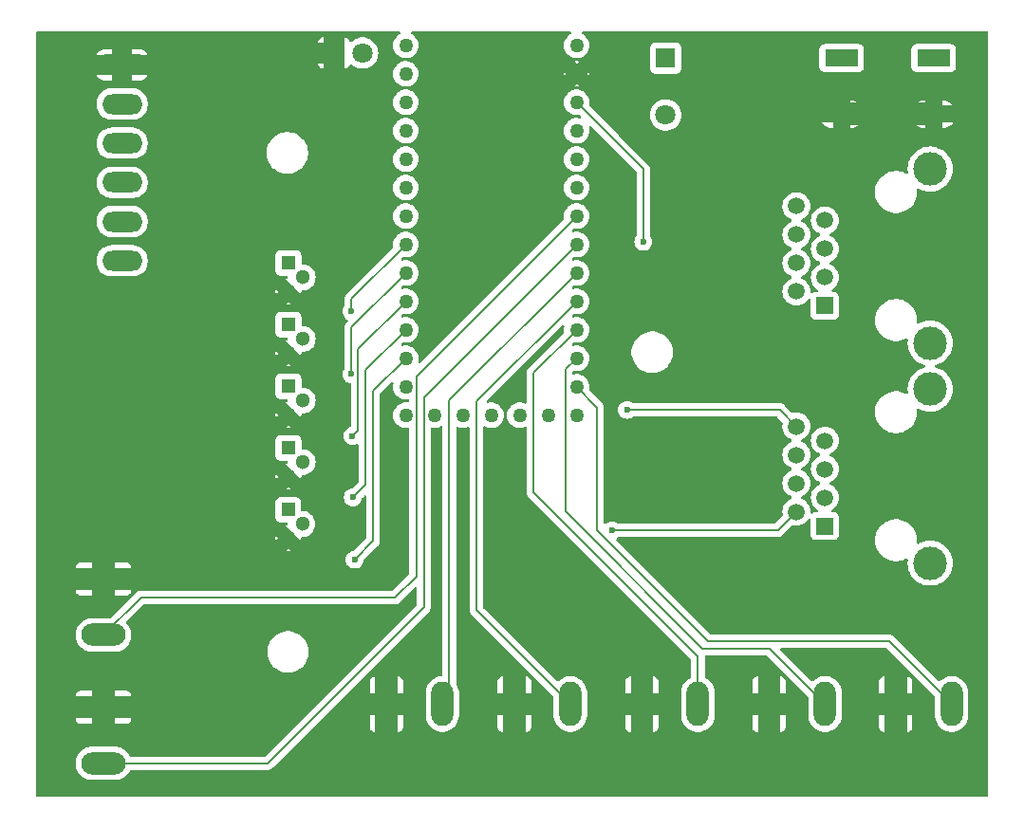
<source format=gbl>
G04 #@! TF.GenerationSoftware,KiCad,Pcbnew,8.0.0*
G04 #@! TF.CreationDate,2024-12-24T11:36:35-06:00*
G04 #@! TF.ProjectId,Rain and Switches Control Board,5261696e-2061-46e6-9420-537769746368,rev?*
G04 #@! TF.SameCoordinates,Original*
G04 #@! TF.FileFunction,Copper,L2,Bot*
G04 #@! TF.FilePolarity,Positive*
%FSLAX46Y46*%
G04 Gerber Fmt 4.6, Leading zero omitted, Abs format (unit mm)*
G04 Created by KiCad (PCBNEW 8.0.0) date 2024-12-24 11:36:35*
%MOMM*%
%LPD*%
G01*
G04 APERTURE LIST*
G04 Aperture macros list*
%AMRoundRect*
0 Rectangle with rounded corners*
0 $1 Rounding radius*
0 $2 $3 $4 $5 $6 $7 $8 $9 X,Y pos of 4 corners*
0 Add a 4 corners polygon primitive as box body*
4,1,4,$2,$3,$4,$5,$6,$7,$8,$9,$2,$3,0*
0 Add four circle primitives for the rounded corners*
1,1,$1+$1,$2,$3*
1,1,$1+$1,$4,$5*
1,1,$1+$1,$6,$7*
1,1,$1+$1,$8,$9*
0 Add four rect primitives between the rounded corners*
20,1,$1+$1,$2,$3,$4,$5,0*
20,1,$1+$1,$4,$5,$6,$7,0*
20,1,$1+$1,$6,$7,$8,$9,0*
20,1,$1+$1,$8,$9,$2,$3,0*%
G04 Aperture macros list end*
G04 #@! TA.AperFunction,ComponentPad*
%ADD10R,1.800000X1.800000*%
G04 #@! TD*
G04 #@! TA.AperFunction,ComponentPad*
%ADD11C,1.800000*%
G04 #@! TD*
G04 #@! TA.AperFunction,ComponentPad*
%ADD12O,3.960000X1.980000*%
G04 #@! TD*
G04 #@! TA.AperFunction,ComponentPad*
%ADD13R,3.960000X1.980000*%
G04 #@! TD*
G04 #@! TA.AperFunction,ComponentPad*
%ADD14O,1.980000X3.960000*%
G04 #@! TD*
G04 #@! TA.AperFunction,ComponentPad*
%ADD15R,1.980000X3.960000*%
G04 #@! TD*
G04 #@! TA.AperFunction,ComponentPad*
%ADD16R,1.500000X1.500000*%
G04 #@! TD*
G04 #@! TA.AperFunction,ComponentPad*
%ADD17C,1.500000*%
G04 #@! TD*
G04 #@! TA.AperFunction,ComponentPad*
%ADD18C,3.000000*%
G04 #@! TD*
G04 #@! TA.AperFunction,ComponentPad*
%ADD19C,1.300000*%
G04 #@! TD*
G04 #@! TA.AperFunction,ComponentPad*
%ADD20R,1.300000X1.300000*%
G04 #@! TD*
G04 #@! TA.AperFunction,ComponentPad*
%ADD21O,3.600000X1.800000*%
G04 #@! TD*
G04 #@! TA.AperFunction,ComponentPad*
%ADD22RoundRect,0.250000X-1.550000X0.650000X-1.550000X-0.650000X1.550000X-0.650000X1.550000X0.650000X0*%
G04 #@! TD*
G04 #@! TA.AperFunction,ComponentPad*
%ADD23R,3.000000X1.500000*%
G04 #@! TD*
G04 #@! TA.AperFunction,ComponentPad*
%ADD24O,3.000000X1.500000*%
G04 #@! TD*
G04 #@! TA.AperFunction,ComponentPad*
%ADD25C,1.265000*%
G04 #@! TD*
G04 #@! TA.AperFunction,ViaPad*
%ADD26C,0.600000*%
G04 #@! TD*
G04 #@! TA.AperFunction,Conductor*
%ADD27C,0.200000*%
G04 #@! TD*
G04 #@! TA.AperFunction,Conductor*
%ADD28C,0.762000*%
G04 #@! TD*
G04 #@! TA.AperFunction,Conductor*
%ADD29C,2.032000*%
G04 #@! TD*
G04 APERTURE END LIST*
D10*
X186096000Y-42028800D03*
D11*
X186096000Y-44568800D03*
X186096000Y-47108800D03*
D12*
X135946000Y-104978800D03*
D13*
X135946000Y-99978800D03*
X135946000Y-88523800D03*
D12*
X135946000Y-93523800D03*
D14*
X188978800Y-99692800D03*
D15*
X183978800Y-99692800D03*
D16*
X200296000Y-83793800D03*
D17*
X197756000Y-82523800D03*
X200296000Y-81253800D03*
X197756000Y-79983800D03*
X200296000Y-78713800D03*
X197756000Y-77443800D03*
X200296000Y-76173800D03*
X197756000Y-74903800D03*
D18*
X209696000Y-87118800D03*
X209696000Y-71578800D03*
D10*
X156506000Y-41578800D03*
D11*
X159046000Y-41578800D03*
D19*
X152446000Y-68366300D03*
X153716000Y-67096300D03*
D20*
X152446000Y-65826300D03*
X152446000Y-60326300D03*
D19*
X153716000Y-61596300D03*
X152446000Y-62866300D03*
D21*
X137607192Y-60120800D03*
X137607192Y-56620800D03*
X137607192Y-53120800D03*
X137607192Y-49620800D03*
X137607192Y-46120800D03*
D22*
X137607192Y-42620800D03*
D23*
X209996000Y-42028800D03*
X201796000Y-42028800D03*
D24*
X209996000Y-47028800D03*
X201796000Y-47028800D03*
D14*
X166178800Y-99692800D03*
D15*
X161178800Y-99692800D03*
D20*
X152446000Y-76826300D03*
D19*
X153716000Y-78096300D03*
X152446000Y-79366300D03*
D20*
X152446000Y-71326300D03*
D19*
X153716000Y-72596300D03*
X152446000Y-73866300D03*
D20*
X152426000Y-82346300D03*
D19*
X153696000Y-83616300D03*
X152426000Y-84886300D03*
D16*
X200296000Y-64138800D03*
D17*
X197756000Y-62868800D03*
X200296000Y-61598800D03*
X197756000Y-60328800D03*
X200296000Y-59058800D03*
X197756000Y-57788800D03*
X200296000Y-56518800D03*
X197756000Y-55248800D03*
D18*
X209696000Y-67463800D03*
X209696000Y-51923800D03*
D25*
X162906000Y-40878800D03*
X162906000Y-43418800D03*
X162906000Y-45958800D03*
X162906000Y-48498800D03*
X162906000Y-51038800D03*
X162906000Y-53578800D03*
X162906000Y-56118800D03*
X162906000Y-58658800D03*
X162906000Y-61198800D03*
X162906000Y-63738800D03*
X162906000Y-66278800D03*
X162906000Y-68818800D03*
X162906000Y-71358800D03*
X162906000Y-73898800D03*
X165446000Y-73898800D03*
X167986000Y-73898800D03*
X170526000Y-73898800D03*
X173066000Y-73898800D03*
X175606000Y-73898800D03*
X178146000Y-73898800D03*
X178146000Y-71358800D03*
X178146000Y-68818800D03*
X178146000Y-66278800D03*
X178146000Y-63738800D03*
X178146000Y-61198800D03*
X178146000Y-58658800D03*
X178146000Y-56118800D03*
X178146000Y-53578800D03*
X178146000Y-51038800D03*
X178146000Y-48498800D03*
X178146000Y-45958800D03*
X178146000Y-43418800D03*
X178146000Y-40878800D03*
D14*
X211618800Y-99692800D03*
D15*
X206618800Y-99692800D03*
D14*
X200318800Y-99692800D03*
D15*
X195318800Y-99692800D03*
D14*
X177598800Y-99692800D03*
D15*
X172598800Y-99692800D03*
D26*
X188346000Y-74878800D03*
X158346000Y-86791300D03*
X158196000Y-81241300D03*
X158158500Y-75753800D03*
X158046000Y-70241300D03*
X158046000Y-64641300D03*
X193446000Y-81378800D03*
X182646000Y-73428800D03*
X181346000Y-84178800D03*
X184096000Y-58428800D03*
X187946000Y-51478800D03*
X190446000Y-58428800D03*
D27*
X163838500Y-88286300D02*
X161946000Y-90178800D01*
X163838500Y-70426300D02*
X163838500Y-88286300D01*
X161946000Y-90178800D02*
X139291000Y-90178800D01*
X139291000Y-90178800D02*
X135946000Y-93523800D01*
X178146000Y-56118800D02*
X163838500Y-70426300D01*
X150596000Y-104978800D02*
X135946000Y-104978800D01*
X164513500Y-91061300D02*
X150596000Y-104978800D01*
X164513500Y-72291300D02*
X164513500Y-91061300D01*
X178146000Y-58658800D02*
X164513500Y-72291300D01*
X169196000Y-91290000D02*
X177598800Y-99692800D01*
X169196000Y-72688800D02*
X169196000Y-91290000D01*
X178146000Y-63738800D02*
X169196000Y-72688800D01*
X166796000Y-99075600D02*
X166178800Y-99692800D01*
X166796000Y-72548800D02*
X166796000Y-99075600D01*
X178146000Y-61198800D02*
X166796000Y-72548800D01*
X189896000Y-94078800D02*
X206004800Y-94078800D01*
X179996000Y-84178800D02*
X189896000Y-94078800D01*
X179996000Y-73208800D02*
X179996000Y-84178800D01*
X206004800Y-94078800D02*
X211618800Y-99692800D01*
X178146000Y-71358800D02*
X179996000Y-73208800D01*
X177146000Y-69818800D02*
X178146000Y-68818800D01*
X177146000Y-82478800D02*
X177146000Y-69818800D01*
X195354800Y-94728800D02*
X189396000Y-94728800D01*
X200318800Y-99692800D02*
X195354800Y-94728800D01*
X189396000Y-94728800D02*
X177146000Y-82478800D01*
X174296000Y-80778800D02*
X188978800Y-95461600D01*
X174296000Y-70128800D02*
X174296000Y-80778800D01*
X188978800Y-95461600D02*
X188978800Y-99692800D01*
X178146000Y-66278800D02*
X174296000Y-70128800D01*
X159996000Y-85141300D02*
X158346000Y-86791300D01*
X159996000Y-71728800D02*
X159996000Y-85141300D01*
X162906000Y-68818800D02*
X159996000Y-71728800D01*
X159296000Y-69888800D02*
X162906000Y-66278800D01*
X159296000Y-80141300D02*
X159296000Y-69888800D01*
X158196000Y-81241300D02*
X159296000Y-80141300D01*
X158646000Y-67998800D02*
X162906000Y-63738800D01*
X158646000Y-75266300D02*
X158646000Y-67998800D01*
X158158500Y-75753800D02*
X158646000Y-75266300D01*
X158046000Y-66058800D02*
X162906000Y-61198800D01*
X158046000Y-70241300D02*
X158046000Y-66058800D01*
X158046000Y-63518800D02*
X162906000Y-58658800D01*
X158046000Y-64641300D02*
X158046000Y-63518800D01*
X196281000Y-73428800D02*
X197756000Y-74903800D01*
X182646000Y-73428800D02*
X196281000Y-73428800D01*
X196101000Y-84178800D02*
X197756000Y-82523800D01*
X181346000Y-84178800D02*
X196101000Y-84178800D01*
X184096000Y-51908800D02*
X178146000Y-45958800D01*
X184096000Y-58428800D02*
X184096000Y-51908800D01*
D28*
X179296000Y-44568800D02*
X186096000Y-44568800D01*
X178146000Y-43418800D02*
X179296000Y-44568800D01*
D29*
X199336000Y-44568800D02*
X201796000Y-47028800D01*
X186096000Y-44568800D02*
X199336000Y-44568800D01*
X209996000Y-47028800D02*
X201796000Y-47028800D01*
G04 #@! TA.AperFunction,Conductor*
G36*
X162384924Y-39660185D02*
G01*
X162430679Y-39712989D01*
X162440623Y-39782147D01*
X162411598Y-39845703D01*
X162383162Y-39869927D01*
X162220291Y-39970771D01*
X162220289Y-39970773D01*
X162065117Y-40112230D01*
X161938577Y-40279796D01*
X161844987Y-40467749D01*
X161844982Y-40467762D01*
X161787519Y-40669720D01*
X161768146Y-40878799D01*
X161768146Y-40878800D01*
X161787519Y-41087879D01*
X161844982Y-41289837D01*
X161844987Y-41289850D01*
X161938577Y-41477803D01*
X162065117Y-41645369D01*
X162220289Y-41786826D01*
X162220291Y-41786828D01*
X162398811Y-41897363D01*
X162398812Y-41897363D01*
X162398815Y-41897365D01*
X162594611Y-41973217D01*
X162801012Y-42011800D01*
X162801014Y-42011800D01*
X163010986Y-42011800D01*
X163010988Y-42011800D01*
X163217389Y-41973217D01*
X163413185Y-41897365D01*
X163591710Y-41786827D01*
X163746884Y-41645367D01*
X163873423Y-41477803D01*
X163967017Y-41289840D01*
X164024480Y-41087880D01*
X164043854Y-40878800D01*
X164024480Y-40669720D01*
X163967017Y-40467760D01*
X163934439Y-40402335D01*
X163894243Y-40321609D01*
X163873423Y-40279797D01*
X163746884Y-40112233D01*
X163746882Y-40112230D01*
X163591710Y-39970773D01*
X163591708Y-39970771D01*
X163428838Y-39869927D01*
X163382202Y-39817899D01*
X163371098Y-39748918D01*
X163399051Y-39684883D01*
X163457186Y-39646127D01*
X163494115Y-39640500D01*
X177557885Y-39640500D01*
X177624924Y-39660185D01*
X177670679Y-39712989D01*
X177680623Y-39782147D01*
X177651598Y-39845703D01*
X177623162Y-39869927D01*
X177460291Y-39970771D01*
X177460289Y-39970773D01*
X177305117Y-40112230D01*
X177178577Y-40279796D01*
X177084987Y-40467749D01*
X177084982Y-40467762D01*
X177027519Y-40669720D01*
X177008146Y-40878799D01*
X177008146Y-40878800D01*
X177027519Y-41087879D01*
X177084982Y-41289837D01*
X177084987Y-41289850D01*
X177178577Y-41477803D01*
X177305117Y-41645369D01*
X177460289Y-41786826D01*
X177460291Y-41786828D01*
X177638811Y-41897363D01*
X177638812Y-41897363D01*
X177638815Y-41897365D01*
X177834611Y-41973217D01*
X178041012Y-42011800D01*
X178041014Y-42011800D01*
X178250986Y-42011800D01*
X178250988Y-42011800D01*
X178457389Y-41973217D01*
X178653185Y-41897365D01*
X178831710Y-41786827D01*
X178986884Y-41645367D01*
X179113423Y-41477803D01*
X179207017Y-41289840D01*
X179264480Y-41087880D01*
X179283854Y-40878800D01*
X179264480Y-40669720D01*
X179207017Y-40467760D01*
X179174439Y-40402335D01*
X179134243Y-40321609D01*
X179113423Y-40279797D01*
X178986884Y-40112233D01*
X178986882Y-40112230D01*
X178831710Y-39970773D01*
X178831708Y-39970771D01*
X178668838Y-39869927D01*
X178622202Y-39817899D01*
X178611098Y-39748918D01*
X178639051Y-39684883D01*
X178697186Y-39646127D01*
X178734115Y-39640500D01*
X214753100Y-39640500D01*
X214820139Y-39660185D01*
X214865894Y-39712989D01*
X214877100Y-39764500D01*
X214877100Y-107855500D01*
X214857415Y-107922539D01*
X214804611Y-107968294D01*
X214753100Y-107979500D01*
X130024500Y-107979500D01*
X129957461Y-107959815D01*
X129911706Y-107907011D01*
X129900500Y-107855500D01*
X129900500Y-105096104D01*
X133465500Y-105096104D01*
X133502201Y-105327827D01*
X133574697Y-105550950D01*
X133681212Y-105759995D01*
X133819104Y-105949789D01*
X133819108Y-105949794D01*
X133985005Y-106115691D01*
X133985010Y-106115695D01*
X134150558Y-106235971D01*
X134174808Y-106253590D01*
X134383847Y-106360101D01*
X134383849Y-106360102D01*
X134495410Y-106396350D01*
X134606974Y-106432599D01*
X134838695Y-106469300D01*
X134838696Y-106469300D01*
X137053304Y-106469300D01*
X137053305Y-106469300D01*
X137285026Y-106432599D01*
X137508153Y-106360101D01*
X137717192Y-106253590D01*
X137906996Y-106115690D01*
X138072890Y-105949796D01*
X138210790Y-105759992D01*
X138268360Y-105647005D01*
X138316335Y-105596209D01*
X138378845Y-105579300D01*
X150509331Y-105579300D01*
X150509347Y-105579301D01*
X150516943Y-105579301D01*
X150675054Y-105579301D01*
X150675057Y-105579301D01*
X150827785Y-105538377D01*
X150877904Y-105509439D01*
X150964716Y-105459320D01*
X151076520Y-105347516D01*
X151076520Y-105347514D01*
X151086728Y-105337307D01*
X151086730Y-105337304D01*
X155741234Y-100682800D01*
X159688800Y-100682800D01*
X159688800Y-101720644D01*
X159695201Y-101780172D01*
X159695203Y-101780179D01*
X159745445Y-101914886D01*
X159745449Y-101914893D01*
X159831609Y-102029987D01*
X159831612Y-102029990D01*
X159946706Y-102116150D01*
X159946713Y-102116154D01*
X160081420Y-102166396D01*
X160081427Y-102166398D01*
X160140955Y-102172799D01*
X160140972Y-102172800D01*
X160188800Y-102172800D01*
X160188800Y-100682800D01*
X162168800Y-100682800D01*
X162168800Y-102172800D01*
X162216628Y-102172800D01*
X162216644Y-102172799D01*
X162276172Y-102166398D01*
X162276179Y-102166396D01*
X162410886Y-102116154D01*
X162410893Y-102116150D01*
X162525987Y-102029990D01*
X162525990Y-102029987D01*
X162612150Y-101914893D01*
X162612154Y-101914886D01*
X162662396Y-101780179D01*
X162662398Y-101780172D01*
X162668799Y-101720644D01*
X162668800Y-101720627D01*
X162668800Y-100682800D01*
X162168800Y-100682800D01*
X160188800Y-100682800D01*
X159688800Y-100682800D01*
X155741234Y-100682800D01*
X156666230Y-99757804D01*
X160518800Y-99757804D01*
X160544164Y-99885315D01*
X160593916Y-100005427D01*
X160666145Y-100113525D01*
X160758075Y-100205455D01*
X160866173Y-100277684D01*
X160986285Y-100327436D01*
X161113796Y-100352800D01*
X161243804Y-100352800D01*
X161371315Y-100327436D01*
X161491427Y-100277684D01*
X161599525Y-100205455D01*
X161691455Y-100113525D01*
X161763684Y-100005427D01*
X161813436Y-99885315D01*
X161838800Y-99757804D01*
X161838800Y-99627796D01*
X161813436Y-99500285D01*
X161763684Y-99380173D01*
X161691455Y-99272075D01*
X161599525Y-99180145D01*
X161491427Y-99107916D01*
X161371315Y-99058164D01*
X161243804Y-99032800D01*
X161113796Y-99032800D01*
X160986285Y-99058164D01*
X160866173Y-99107916D01*
X160758075Y-99180145D01*
X160666145Y-99272075D01*
X160593916Y-99380173D01*
X160544164Y-99500285D01*
X160518800Y-99627796D01*
X160518800Y-99757804D01*
X156666230Y-99757804D01*
X157721234Y-98702800D01*
X159688800Y-98702800D01*
X160188800Y-98702800D01*
X160188800Y-97212800D01*
X162168800Y-97212800D01*
X162168800Y-98702800D01*
X162668800Y-98702800D01*
X162668800Y-97664972D01*
X162668799Y-97664955D01*
X162662398Y-97605427D01*
X162662396Y-97605420D01*
X162612154Y-97470713D01*
X162612150Y-97470706D01*
X162525990Y-97355612D01*
X162525987Y-97355609D01*
X162410893Y-97269449D01*
X162410886Y-97269445D01*
X162276179Y-97219203D01*
X162276172Y-97219201D01*
X162216644Y-97212800D01*
X162168800Y-97212800D01*
X160188800Y-97212800D01*
X160140955Y-97212800D01*
X160081427Y-97219201D01*
X160081420Y-97219203D01*
X159946713Y-97269445D01*
X159946706Y-97269449D01*
X159831612Y-97355609D01*
X159831609Y-97355612D01*
X159745449Y-97470706D01*
X159745445Y-97470713D01*
X159695203Y-97605420D01*
X159695201Y-97605427D01*
X159688800Y-97664955D01*
X159688800Y-98702800D01*
X157721234Y-98702800D01*
X164882213Y-91541821D01*
X164882216Y-91541820D01*
X164994020Y-91430016D01*
X165044139Y-91343204D01*
X165073077Y-91293085D01*
X165114000Y-91140358D01*
X165114000Y-90982243D01*
X165114000Y-75138691D01*
X165133685Y-75071652D01*
X165186489Y-75025897D01*
X165255647Y-75015953D01*
X165260731Y-75016793D01*
X165341012Y-75031800D01*
X165341015Y-75031800D01*
X165550986Y-75031800D01*
X165550988Y-75031800D01*
X165757389Y-74993217D01*
X165953185Y-74917365D01*
X166006224Y-74884524D01*
X166073582Y-74865969D01*
X166140282Y-74886777D01*
X166185144Y-74940342D01*
X166195500Y-74989952D01*
X166195500Y-97088300D01*
X166175815Y-97155339D01*
X166123011Y-97201094D01*
X166071500Y-97212300D01*
X166061495Y-97212300D01*
X165984254Y-97224533D01*
X165829772Y-97249001D01*
X165606649Y-97321497D01*
X165397604Y-97428012D01*
X165207810Y-97565904D01*
X165207805Y-97565908D01*
X165041908Y-97731805D01*
X165041904Y-97731810D01*
X164904012Y-97921604D01*
X164797497Y-98130649D01*
X164725001Y-98353772D01*
X164688300Y-98585495D01*
X164688300Y-100800104D01*
X164725001Y-101031827D01*
X164797497Y-101254950D01*
X164904012Y-101463995D01*
X165041904Y-101653789D01*
X165041908Y-101653794D01*
X165207805Y-101819691D01*
X165207810Y-101819695D01*
X165338831Y-101914886D01*
X165397608Y-101957590D01*
X165539695Y-102029987D01*
X165606649Y-102064102D01*
X165718210Y-102100350D01*
X165829774Y-102136599D01*
X166061495Y-102173300D01*
X166061496Y-102173300D01*
X166296104Y-102173300D01*
X166296105Y-102173300D01*
X166527826Y-102136599D01*
X166750953Y-102064101D01*
X166959992Y-101957590D01*
X167149796Y-101819690D01*
X167315690Y-101653796D01*
X167453590Y-101463992D01*
X167560101Y-101254953D01*
X167632599Y-101031826D01*
X167669300Y-100800105D01*
X167669300Y-100682800D01*
X171108800Y-100682800D01*
X171108800Y-101720644D01*
X171115201Y-101780172D01*
X171115203Y-101780179D01*
X171165445Y-101914886D01*
X171165449Y-101914893D01*
X171251609Y-102029987D01*
X171251612Y-102029990D01*
X171366706Y-102116150D01*
X171366713Y-102116154D01*
X171501420Y-102166396D01*
X171501427Y-102166398D01*
X171560955Y-102172799D01*
X171560972Y-102172800D01*
X171608800Y-102172800D01*
X171608800Y-100682800D01*
X173588800Y-100682800D01*
X173588800Y-102172800D01*
X173636628Y-102172800D01*
X173636644Y-102172799D01*
X173696172Y-102166398D01*
X173696179Y-102166396D01*
X173830886Y-102116154D01*
X173830893Y-102116150D01*
X173945987Y-102029990D01*
X173945990Y-102029987D01*
X174032150Y-101914893D01*
X174032154Y-101914886D01*
X174082396Y-101780179D01*
X174082398Y-101780172D01*
X174088799Y-101720644D01*
X174088800Y-101720627D01*
X174088800Y-100682800D01*
X173588800Y-100682800D01*
X171608800Y-100682800D01*
X171108800Y-100682800D01*
X167669300Y-100682800D01*
X167669300Y-99757804D01*
X171938800Y-99757804D01*
X171964164Y-99885315D01*
X172013916Y-100005427D01*
X172086145Y-100113525D01*
X172178075Y-100205455D01*
X172286173Y-100277684D01*
X172406285Y-100327436D01*
X172533796Y-100352800D01*
X172663804Y-100352800D01*
X172791315Y-100327436D01*
X172911427Y-100277684D01*
X173019525Y-100205455D01*
X173111455Y-100113525D01*
X173183684Y-100005427D01*
X173233436Y-99885315D01*
X173258800Y-99757804D01*
X173258800Y-99627796D01*
X173233436Y-99500285D01*
X173183684Y-99380173D01*
X173111455Y-99272075D01*
X173019525Y-99180145D01*
X172911427Y-99107916D01*
X172791315Y-99058164D01*
X172663804Y-99032800D01*
X172533796Y-99032800D01*
X172406285Y-99058164D01*
X172286173Y-99107916D01*
X172178075Y-99180145D01*
X172086145Y-99272075D01*
X172013916Y-99380173D01*
X171964164Y-99500285D01*
X171938800Y-99627796D01*
X171938800Y-99757804D01*
X167669300Y-99757804D01*
X167669300Y-98702800D01*
X171108800Y-98702800D01*
X171608800Y-98702800D01*
X171608800Y-97212800D01*
X173588800Y-97212800D01*
X173588800Y-98702800D01*
X174088800Y-98702800D01*
X174088800Y-97664972D01*
X174088799Y-97664955D01*
X174082398Y-97605427D01*
X174082396Y-97605420D01*
X174032154Y-97470713D01*
X174032150Y-97470706D01*
X173945990Y-97355612D01*
X173945987Y-97355609D01*
X173830893Y-97269449D01*
X173830886Y-97269445D01*
X173696179Y-97219203D01*
X173696172Y-97219201D01*
X173636644Y-97212800D01*
X173588800Y-97212800D01*
X171608800Y-97212800D01*
X171560955Y-97212800D01*
X171501427Y-97219201D01*
X171501420Y-97219203D01*
X171366713Y-97269445D01*
X171366706Y-97269449D01*
X171251612Y-97355609D01*
X171251609Y-97355612D01*
X171165449Y-97470706D01*
X171165445Y-97470713D01*
X171115203Y-97605420D01*
X171115201Y-97605427D01*
X171108800Y-97664955D01*
X171108800Y-98702800D01*
X167669300Y-98702800D01*
X167669300Y-98585495D01*
X167632599Y-98353774D01*
X167560101Y-98130647D01*
X167453590Y-97921608D01*
X167420181Y-97875623D01*
X167396702Y-97809816D01*
X167396500Y-97802739D01*
X167396500Y-75066493D01*
X167416185Y-74999454D01*
X167468989Y-74953699D01*
X167538147Y-74943755D01*
X167565292Y-74950866D01*
X167674611Y-74993217D01*
X167881012Y-75031800D01*
X167881014Y-75031800D01*
X168090986Y-75031800D01*
X168090988Y-75031800D01*
X168297389Y-74993217D01*
X168426706Y-74943118D01*
X168496329Y-74937256D01*
X168558069Y-74969966D01*
X168592324Y-75030862D01*
X168595500Y-75058745D01*
X168595500Y-91203330D01*
X168595499Y-91203348D01*
X168595499Y-91369054D01*
X168595498Y-91369054D01*
X168636423Y-91521785D01*
X168665358Y-91571900D01*
X168665359Y-91571904D01*
X168665360Y-91571904D01*
X168715479Y-91658714D01*
X168715481Y-91658717D01*
X168834349Y-91777585D01*
X168834355Y-91777590D01*
X176071981Y-99015216D01*
X176105466Y-99076539D01*
X176108300Y-99102897D01*
X176108300Y-100800104D01*
X176145001Y-101031827D01*
X176217497Y-101254950D01*
X176324012Y-101463995D01*
X176461904Y-101653789D01*
X176461908Y-101653794D01*
X176627805Y-101819691D01*
X176627810Y-101819695D01*
X176758831Y-101914886D01*
X176817608Y-101957590D01*
X176959695Y-102029987D01*
X177026649Y-102064102D01*
X177138210Y-102100350D01*
X177249774Y-102136599D01*
X177481495Y-102173300D01*
X177481496Y-102173300D01*
X177716104Y-102173300D01*
X177716105Y-102173300D01*
X177947826Y-102136599D01*
X178170953Y-102064101D01*
X178379992Y-101957590D01*
X178569796Y-101819690D01*
X178735690Y-101653796D01*
X178873590Y-101463992D01*
X178980101Y-101254953D01*
X179052599Y-101031826D01*
X179089300Y-100800105D01*
X179089300Y-100682800D01*
X182488800Y-100682800D01*
X182488800Y-101720644D01*
X182495201Y-101780172D01*
X182495203Y-101780179D01*
X182545445Y-101914886D01*
X182545449Y-101914893D01*
X182631609Y-102029987D01*
X182631612Y-102029990D01*
X182746706Y-102116150D01*
X182746713Y-102116154D01*
X182881420Y-102166396D01*
X182881427Y-102166398D01*
X182940955Y-102172799D01*
X182940972Y-102172800D01*
X182988800Y-102172800D01*
X182988800Y-100682800D01*
X184968800Y-100682800D01*
X184968800Y-102172800D01*
X185016628Y-102172800D01*
X185016644Y-102172799D01*
X185076172Y-102166398D01*
X185076179Y-102166396D01*
X185210886Y-102116154D01*
X185210893Y-102116150D01*
X185325987Y-102029990D01*
X185325990Y-102029987D01*
X185412150Y-101914893D01*
X185412154Y-101914886D01*
X185462396Y-101780179D01*
X185462398Y-101780172D01*
X185468799Y-101720644D01*
X185468800Y-101720627D01*
X185468800Y-100682800D01*
X184968800Y-100682800D01*
X182988800Y-100682800D01*
X182488800Y-100682800D01*
X179089300Y-100682800D01*
X179089300Y-99757804D01*
X183318800Y-99757804D01*
X183344164Y-99885315D01*
X183393916Y-100005427D01*
X183466145Y-100113525D01*
X183558075Y-100205455D01*
X183666173Y-100277684D01*
X183786285Y-100327436D01*
X183913796Y-100352800D01*
X184043804Y-100352800D01*
X184171315Y-100327436D01*
X184291427Y-100277684D01*
X184399525Y-100205455D01*
X184491455Y-100113525D01*
X184563684Y-100005427D01*
X184613436Y-99885315D01*
X184638800Y-99757804D01*
X184638800Y-99627796D01*
X184613436Y-99500285D01*
X184563684Y-99380173D01*
X184491455Y-99272075D01*
X184399525Y-99180145D01*
X184291427Y-99107916D01*
X184171315Y-99058164D01*
X184043804Y-99032800D01*
X183913796Y-99032800D01*
X183786285Y-99058164D01*
X183666173Y-99107916D01*
X183558075Y-99180145D01*
X183466145Y-99272075D01*
X183393916Y-99380173D01*
X183344164Y-99500285D01*
X183318800Y-99627796D01*
X183318800Y-99757804D01*
X179089300Y-99757804D01*
X179089300Y-98702800D01*
X182488800Y-98702800D01*
X182988800Y-98702800D01*
X182988800Y-97212800D01*
X184968800Y-97212800D01*
X184968800Y-98702800D01*
X185468800Y-98702800D01*
X185468800Y-97664972D01*
X185468799Y-97664955D01*
X185462398Y-97605427D01*
X185462396Y-97605420D01*
X185412154Y-97470713D01*
X185412150Y-97470706D01*
X185325990Y-97355612D01*
X185325987Y-97355609D01*
X185210893Y-97269449D01*
X185210886Y-97269445D01*
X185076179Y-97219203D01*
X185076172Y-97219201D01*
X185016644Y-97212800D01*
X184968800Y-97212800D01*
X182988800Y-97212800D01*
X182940955Y-97212800D01*
X182881427Y-97219201D01*
X182881420Y-97219203D01*
X182746713Y-97269445D01*
X182746706Y-97269449D01*
X182631612Y-97355609D01*
X182631609Y-97355612D01*
X182545449Y-97470706D01*
X182545445Y-97470713D01*
X182495203Y-97605420D01*
X182495201Y-97605427D01*
X182488800Y-97664955D01*
X182488800Y-98702800D01*
X179089300Y-98702800D01*
X179089300Y-98585495D01*
X179052599Y-98353774D01*
X178980101Y-98130647D01*
X178873590Y-97921608D01*
X178840180Y-97875623D01*
X178735695Y-97731810D01*
X178735691Y-97731805D01*
X178569794Y-97565908D01*
X178569789Y-97565904D01*
X178379995Y-97428012D01*
X178379994Y-97428011D01*
X178379992Y-97428010D01*
X178267001Y-97370438D01*
X178170950Y-97321497D01*
X177947827Y-97249001D01*
X177831965Y-97230650D01*
X177716105Y-97212300D01*
X177481495Y-97212300D01*
X177404254Y-97224533D01*
X177249772Y-97249001D01*
X177026649Y-97321497D01*
X176817604Y-97428012D01*
X176627807Y-97565906D01*
X176562153Y-97631559D01*
X176500829Y-97665043D01*
X176431138Y-97660057D01*
X176386792Y-97631557D01*
X169832819Y-91077583D01*
X169799334Y-91016260D01*
X169796500Y-90989902D01*
X169796500Y-75002335D01*
X169816185Y-74935296D01*
X169868989Y-74889541D01*
X169938147Y-74879597D01*
X169985775Y-74896907D01*
X170018815Y-74917365D01*
X170214611Y-74993217D01*
X170421012Y-75031800D01*
X170421014Y-75031800D01*
X170630986Y-75031800D01*
X170630988Y-75031800D01*
X170837389Y-74993217D01*
X171033185Y-74917365D01*
X171211710Y-74806827D01*
X171366884Y-74665367D01*
X171493423Y-74497803D01*
X171587017Y-74309840D01*
X171644480Y-74107880D01*
X171663854Y-73898800D01*
X171660842Y-73866300D01*
X171644480Y-73689720D01*
X171595721Y-73518352D01*
X171587017Y-73487760D01*
X171493423Y-73299797D01*
X171366884Y-73132233D01*
X171366882Y-73132230D01*
X171211710Y-72990773D01*
X171211708Y-72990771D01*
X171033185Y-72880235D01*
X171033182Y-72880234D01*
X171018861Y-72874686D01*
X170837389Y-72804383D01*
X170630988Y-72765800D01*
X170421012Y-72765800D01*
X170257750Y-72796318D01*
X170188236Y-72789288D01*
X170133557Y-72745790D01*
X170111075Y-72679636D01*
X170127928Y-72611830D01*
X170147281Y-72586753D01*
X176834351Y-65899682D01*
X176895672Y-65866199D01*
X176965364Y-65871183D01*
X177021297Y-65913055D01*
X177045714Y-65978519D01*
X177041297Y-66021298D01*
X177027519Y-66069722D01*
X177008146Y-66278799D01*
X177008146Y-66278800D01*
X177027251Y-66484980D01*
X177013836Y-66553550D01*
X176991461Y-66584102D01*
X173927286Y-69648278D01*
X173815481Y-69760082D01*
X173815479Y-69760084D01*
X173795328Y-69794988D01*
X173786810Y-69809743D01*
X173736423Y-69897015D01*
X173695499Y-70049743D01*
X173695499Y-70049745D01*
X173695499Y-70217846D01*
X173695500Y-70217859D01*
X173695500Y-72746602D01*
X173675815Y-72813641D01*
X173623011Y-72859396D01*
X173553853Y-72869340D01*
X173526707Y-72862229D01*
X173439123Y-72828299D01*
X173377389Y-72804383D01*
X173170988Y-72765800D01*
X172961012Y-72765800D01*
X172754611Y-72804383D01*
X172662454Y-72840085D01*
X172558817Y-72880234D01*
X172558815Y-72880235D01*
X172380291Y-72990771D01*
X172380289Y-72990773D01*
X172225117Y-73132230D01*
X172098577Y-73299796D01*
X172004987Y-73487749D01*
X172004982Y-73487762D01*
X171947519Y-73689720D01*
X171928146Y-73898799D01*
X171928146Y-73898800D01*
X171947519Y-74107879D01*
X172004982Y-74309837D01*
X172004987Y-74309850D01*
X172098577Y-74497803D01*
X172225117Y-74665369D01*
X172380289Y-74806826D01*
X172380291Y-74806828D01*
X172558811Y-74917363D01*
X172558812Y-74917363D01*
X172558815Y-74917365D01*
X172754611Y-74993217D01*
X172961012Y-75031800D01*
X172961014Y-75031800D01*
X173170986Y-75031800D01*
X173170988Y-75031800D01*
X173377389Y-74993217D01*
X173526706Y-74935370D01*
X173596329Y-74929508D01*
X173658069Y-74962218D01*
X173692324Y-75023114D01*
X173695500Y-75050997D01*
X173695500Y-80692130D01*
X173695499Y-80692148D01*
X173695499Y-80857854D01*
X173695498Y-80857854D01*
X173736423Y-81010585D01*
X173765358Y-81060700D01*
X173765359Y-81060704D01*
X173765360Y-81060704D01*
X173811959Y-81141418D01*
X173815479Y-81147514D01*
X173815481Y-81147517D01*
X173934349Y-81266385D01*
X173934355Y-81266390D01*
X188341981Y-95674016D01*
X188375466Y-95735339D01*
X188378300Y-95761697D01*
X188378300Y-97259954D01*
X188358615Y-97326993D01*
X188310596Y-97370438D01*
X188197606Y-97428010D01*
X188007810Y-97565904D01*
X188007805Y-97565908D01*
X187841908Y-97731805D01*
X187841904Y-97731810D01*
X187704012Y-97921604D01*
X187597497Y-98130649D01*
X187525001Y-98353772D01*
X187488300Y-98585495D01*
X187488300Y-100800104D01*
X187525001Y-101031827D01*
X187597497Y-101254950D01*
X187704012Y-101463995D01*
X187841904Y-101653789D01*
X187841908Y-101653794D01*
X188007805Y-101819691D01*
X188007810Y-101819695D01*
X188138831Y-101914886D01*
X188197608Y-101957590D01*
X188339695Y-102029987D01*
X188406649Y-102064102D01*
X188518210Y-102100350D01*
X188629774Y-102136599D01*
X188861495Y-102173300D01*
X188861496Y-102173300D01*
X189096104Y-102173300D01*
X189096105Y-102173300D01*
X189327826Y-102136599D01*
X189550953Y-102064101D01*
X189759992Y-101957590D01*
X189949796Y-101819690D01*
X190115690Y-101653796D01*
X190253590Y-101463992D01*
X190360101Y-101254953D01*
X190432599Y-101031826D01*
X190469300Y-100800105D01*
X190469300Y-100682800D01*
X193828800Y-100682800D01*
X193828800Y-101720644D01*
X193835201Y-101780172D01*
X193835203Y-101780179D01*
X193885445Y-101914886D01*
X193885449Y-101914893D01*
X193971609Y-102029987D01*
X193971612Y-102029990D01*
X194086706Y-102116150D01*
X194086713Y-102116154D01*
X194221420Y-102166396D01*
X194221427Y-102166398D01*
X194280955Y-102172799D01*
X194280972Y-102172800D01*
X194328800Y-102172800D01*
X194328800Y-100682800D01*
X196308800Y-100682800D01*
X196308800Y-102172800D01*
X196356628Y-102172800D01*
X196356644Y-102172799D01*
X196416172Y-102166398D01*
X196416179Y-102166396D01*
X196550886Y-102116154D01*
X196550893Y-102116150D01*
X196665987Y-102029990D01*
X196665990Y-102029987D01*
X196752150Y-101914893D01*
X196752154Y-101914886D01*
X196802396Y-101780179D01*
X196802398Y-101780172D01*
X196808799Y-101720644D01*
X196808800Y-101720627D01*
X196808800Y-100682800D01*
X196308800Y-100682800D01*
X194328800Y-100682800D01*
X193828800Y-100682800D01*
X190469300Y-100682800D01*
X190469300Y-99757804D01*
X194658800Y-99757804D01*
X194684164Y-99885315D01*
X194733916Y-100005427D01*
X194806145Y-100113525D01*
X194898075Y-100205455D01*
X195006173Y-100277684D01*
X195126285Y-100327436D01*
X195253796Y-100352800D01*
X195383804Y-100352800D01*
X195511315Y-100327436D01*
X195631427Y-100277684D01*
X195739525Y-100205455D01*
X195831455Y-100113525D01*
X195903684Y-100005427D01*
X195953436Y-99885315D01*
X195978800Y-99757804D01*
X195978800Y-99627796D01*
X195953436Y-99500285D01*
X195903684Y-99380173D01*
X195831455Y-99272075D01*
X195739525Y-99180145D01*
X195631427Y-99107916D01*
X195511315Y-99058164D01*
X195383804Y-99032800D01*
X195253796Y-99032800D01*
X195126285Y-99058164D01*
X195006173Y-99107916D01*
X194898075Y-99180145D01*
X194806145Y-99272075D01*
X194733916Y-99380173D01*
X194684164Y-99500285D01*
X194658800Y-99627796D01*
X194658800Y-99757804D01*
X190469300Y-99757804D01*
X190469300Y-98702800D01*
X193828800Y-98702800D01*
X194328800Y-98702800D01*
X194328800Y-97212800D01*
X196308800Y-97212800D01*
X196308800Y-98702800D01*
X196808800Y-98702800D01*
X196808800Y-97664972D01*
X196808799Y-97664955D01*
X196802398Y-97605427D01*
X196802396Y-97605420D01*
X196752154Y-97470713D01*
X196752150Y-97470706D01*
X196665990Y-97355612D01*
X196665987Y-97355609D01*
X196550893Y-97269449D01*
X196550886Y-97269445D01*
X196416179Y-97219203D01*
X196416172Y-97219201D01*
X196356644Y-97212800D01*
X196308800Y-97212800D01*
X194328800Y-97212800D01*
X194280955Y-97212800D01*
X194221427Y-97219201D01*
X194221420Y-97219203D01*
X194086713Y-97269445D01*
X194086706Y-97269449D01*
X193971612Y-97355609D01*
X193971609Y-97355612D01*
X193885449Y-97470706D01*
X193885445Y-97470713D01*
X193835203Y-97605420D01*
X193835201Y-97605427D01*
X193828800Y-97664955D01*
X193828800Y-98702800D01*
X190469300Y-98702800D01*
X190469300Y-98585495D01*
X190432599Y-98353774D01*
X190360101Y-98130647D01*
X190253590Y-97921608D01*
X190220180Y-97875623D01*
X190115695Y-97731810D01*
X190115691Y-97731805D01*
X189949794Y-97565908D01*
X189949789Y-97565904D01*
X189759993Y-97428010D01*
X189647004Y-97370438D01*
X189596209Y-97322463D01*
X189579300Y-97259954D01*
X189579300Y-95550659D01*
X189579301Y-95550646D01*
X189579301Y-95453300D01*
X189598986Y-95386261D01*
X189651790Y-95340506D01*
X189703301Y-95329300D01*
X195054703Y-95329300D01*
X195121742Y-95348985D01*
X195142384Y-95365619D01*
X198791981Y-99015216D01*
X198825466Y-99076539D01*
X198828300Y-99102897D01*
X198828300Y-100800104D01*
X198865001Y-101031827D01*
X198937497Y-101254950D01*
X199044012Y-101463995D01*
X199181904Y-101653789D01*
X199181908Y-101653794D01*
X199347805Y-101819691D01*
X199347810Y-101819695D01*
X199478831Y-101914886D01*
X199537608Y-101957590D01*
X199679695Y-102029987D01*
X199746649Y-102064102D01*
X199858210Y-102100350D01*
X199969774Y-102136599D01*
X200201495Y-102173300D01*
X200201496Y-102173300D01*
X200436104Y-102173300D01*
X200436105Y-102173300D01*
X200667826Y-102136599D01*
X200890953Y-102064101D01*
X201099992Y-101957590D01*
X201289796Y-101819690D01*
X201455690Y-101653796D01*
X201593590Y-101463992D01*
X201700101Y-101254953D01*
X201772599Y-101031826D01*
X201809300Y-100800105D01*
X201809300Y-100682800D01*
X205128800Y-100682800D01*
X205128800Y-101720644D01*
X205135201Y-101780172D01*
X205135203Y-101780179D01*
X205185445Y-101914886D01*
X205185449Y-101914893D01*
X205271609Y-102029987D01*
X205271612Y-102029990D01*
X205386706Y-102116150D01*
X205386713Y-102116154D01*
X205521420Y-102166396D01*
X205521427Y-102166398D01*
X205580955Y-102172799D01*
X205580972Y-102172800D01*
X205628800Y-102172800D01*
X205628800Y-100682800D01*
X207608800Y-100682800D01*
X207608800Y-102172800D01*
X207656628Y-102172800D01*
X207656644Y-102172799D01*
X207716172Y-102166398D01*
X207716179Y-102166396D01*
X207850886Y-102116154D01*
X207850893Y-102116150D01*
X207965987Y-102029990D01*
X207965990Y-102029987D01*
X208052150Y-101914893D01*
X208052154Y-101914886D01*
X208102396Y-101780179D01*
X208102398Y-101780172D01*
X208108799Y-101720644D01*
X208108800Y-101720627D01*
X208108800Y-100682800D01*
X207608800Y-100682800D01*
X205628800Y-100682800D01*
X205128800Y-100682800D01*
X201809300Y-100682800D01*
X201809300Y-99757804D01*
X205958800Y-99757804D01*
X205984164Y-99885315D01*
X206033916Y-100005427D01*
X206106145Y-100113525D01*
X206198075Y-100205455D01*
X206306173Y-100277684D01*
X206426285Y-100327436D01*
X206553796Y-100352800D01*
X206683804Y-100352800D01*
X206811315Y-100327436D01*
X206931427Y-100277684D01*
X207039525Y-100205455D01*
X207131455Y-100113525D01*
X207203684Y-100005427D01*
X207253436Y-99885315D01*
X207278800Y-99757804D01*
X207278800Y-99627796D01*
X207253436Y-99500285D01*
X207203684Y-99380173D01*
X207131455Y-99272075D01*
X207039525Y-99180145D01*
X206931427Y-99107916D01*
X206811315Y-99058164D01*
X206683804Y-99032800D01*
X206553796Y-99032800D01*
X206426285Y-99058164D01*
X206306173Y-99107916D01*
X206198075Y-99180145D01*
X206106145Y-99272075D01*
X206033916Y-99380173D01*
X205984164Y-99500285D01*
X205958800Y-99627796D01*
X205958800Y-99757804D01*
X201809300Y-99757804D01*
X201809300Y-98702800D01*
X205128800Y-98702800D01*
X205628800Y-98702800D01*
X205628800Y-97212800D01*
X207608800Y-97212800D01*
X207608800Y-98702800D01*
X208108800Y-98702800D01*
X208108800Y-97664972D01*
X208108799Y-97664955D01*
X208102398Y-97605427D01*
X208102396Y-97605420D01*
X208052154Y-97470713D01*
X208052150Y-97470706D01*
X207965990Y-97355612D01*
X207965987Y-97355609D01*
X207850893Y-97269449D01*
X207850886Y-97269445D01*
X207716179Y-97219203D01*
X207716172Y-97219201D01*
X207656644Y-97212800D01*
X207608800Y-97212800D01*
X205628800Y-97212800D01*
X205580955Y-97212800D01*
X205521427Y-97219201D01*
X205521420Y-97219203D01*
X205386713Y-97269445D01*
X205386706Y-97269449D01*
X205271612Y-97355609D01*
X205271609Y-97355612D01*
X205185449Y-97470706D01*
X205185445Y-97470713D01*
X205135203Y-97605420D01*
X205135201Y-97605427D01*
X205128800Y-97664955D01*
X205128800Y-98702800D01*
X201809300Y-98702800D01*
X201809300Y-98585495D01*
X201772599Y-98353774D01*
X201700101Y-98130647D01*
X201593590Y-97921608D01*
X201560180Y-97875623D01*
X201455695Y-97731810D01*
X201455691Y-97731805D01*
X201289794Y-97565908D01*
X201289789Y-97565904D01*
X201099995Y-97428012D01*
X201099994Y-97428011D01*
X201099992Y-97428010D01*
X200987001Y-97370438D01*
X200890950Y-97321497D01*
X200667827Y-97249001D01*
X200551965Y-97230650D01*
X200436105Y-97212300D01*
X200201495Y-97212300D01*
X200124254Y-97224533D01*
X199969772Y-97249001D01*
X199746649Y-97321497D01*
X199537604Y-97428012D01*
X199347807Y-97565906D01*
X199282153Y-97631559D01*
X199220829Y-97665043D01*
X199151138Y-97660057D01*
X199106792Y-97631557D01*
X196366216Y-94890981D01*
X196332731Y-94829658D01*
X196337715Y-94759966D01*
X196379587Y-94704033D01*
X196445051Y-94679616D01*
X196453897Y-94679300D01*
X205704703Y-94679300D01*
X205771742Y-94698985D01*
X205792384Y-94715619D01*
X210091981Y-99015216D01*
X210125466Y-99076539D01*
X210128300Y-99102897D01*
X210128300Y-100800104D01*
X210165001Y-101031827D01*
X210237497Y-101254950D01*
X210344012Y-101463995D01*
X210481904Y-101653789D01*
X210481908Y-101653794D01*
X210647805Y-101819691D01*
X210647810Y-101819695D01*
X210778831Y-101914886D01*
X210837608Y-101957590D01*
X210979695Y-102029987D01*
X211046649Y-102064102D01*
X211158210Y-102100350D01*
X211269774Y-102136599D01*
X211501495Y-102173300D01*
X211501496Y-102173300D01*
X211736104Y-102173300D01*
X211736105Y-102173300D01*
X211967826Y-102136599D01*
X212190953Y-102064101D01*
X212399992Y-101957590D01*
X212589796Y-101819690D01*
X212755690Y-101653796D01*
X212893590Y-101463992D01*
X213000101Y-101254953D01*
X213072599Y-101031826D01*
X213109300Y-100800105D01*
X213109300Y-98585495D01*
X213072599Y-98353774D01*
X213000101Y-98130647D01*
X212893590Y-97921608D01*
X212860180Y-97875623D01*
X212755695Y-97731810D01*
X212755691Y-97731805D01*
X212589794Y-97565908D01*
X212589789Y-97565904D01*
X212399995Y-97428012D01*
X212399994Y-97428011D01*
X212399992Y-97428010D01*
X212287001Y-97370438D01*
X212190950Y-97321497D01*
X211967827Y-97249001D01*
X211851965Y-97230650D01*
X211736105Y-97212300D01*
X211501495Y-97212300D01*
X211424254Y-97224533D01*
X211269772Y-97249001D01*
X211046649Y-97321497D01*
X210837604Y-97428012D01*
X210647807Y-97565906D01*
X210582153Y-97631559D01*
X210520829Y-97665043D01*
X210451138Y-97660057D01*
X210406792Y-97631557D01*
X206492390Y-93717155D01*
X206492388Y-93717152D01*
X206373517Y-93598281D01*
X206373516Y-93598280D01*
X206286704Y-93548160D01*
X206286704Y-93548159D01*
X206286700Y-93548158D01*
X206236585Y-93519223D01*
X206083857Y-93478299D01*
X205925743Y-93478299D01*
X205918147Y-93478299D01*
X205918131Y-93478300D01*
X190196097Y-93478300D01*
X190129058Y-93458615D01*
X190108416Y-93441981D01*
X181853169Y-85186734D01*
X204770500Y-85186734D01*
X204784680Y-85294433D01*
X204802591Y-85430477D01*
X204848837Y-85603070D01*
X204866222Y-85667952D01*
X204866225Y-85667962D01*
X204923152Y-85805394D01*
X204960306Y-85895092D01*
X205083233Y-86108008D01*
X205083235Y-86108011D01*
X205083236Y-86108012D01*
X205232897Y-86303054D01*
X205232903Y-86303061D01*
X205406738Y-86476896D01*
X205406745Y-86476902D01*
X205506911Y-86553762D01*
X205601792Y-86626567D01*
X205814708Y-86749494D01*
X205983037Y-86819218D01*
X206017207Y-86833372D01*
X206041847Y-86843578D01*
X206279323Y-86907209D01*
X206523073Y-86939300D01*
X206523080Y-86939300D01*
X206768920Y-86939300D01*
X206768927Y-86939300D01*
X207012677Y-86907209D01*
X207250153Y-86843578D01*
X207477292Y-86749494D01*
X207524766Y-86722084D01*
X207592665Y-86705611D01*
X207658692Y-86728463D01*
X207701883Y-86783383D01*
X207710450Y-86838317D01*
X207690390Y-87118798D01*
X207690390Y-87118801D01*
X207710804Y-87404233D01*
X207771628Y-87683837D01*
X207771630Y-87683843D01*
X207771631Y-87683846D01*
X207871633Y-87951961D01*
X207871635Y-87951966D01*
X208008770Y-88203109D01*
X208008775Y-88203117D01*
X208180254Y-88432187D01*
X208180270Y-88432205D01*
X208382594Y-88634529D01*
X208382612Y-88634545D01*
X208611682Y-88806024D01*
X208611690Y-88806029D01*
X208862833Y-88943164D01*
X208862832Y-88943164D01*
X208862836Y-88943165D01*
X208862839Y-88943167D01*
X209130954Y-89043169D01*
X209130960Y-89043170D01*
X209130962Y-89043171D01*
X209410566Y-89103995D01*
X209410568Y-89103995D01*
X209410572Y-89103996D01*
X209664220Y-89122137D01*
X209695999Y-89124410D01*
X209696000Y-89124410D01*
X209696001Y-89124410D01*
X209724595Y-89122364D01*
X209981428Y-89103996D01*
X210261046Y-89043169D01*
X210529161Y-88943167D01*
X210780315Y-88806026D01*
X211009395Y-88634539D01*
X211211739Y-88432195D01*
X211383226Y-88203115D01*
X211520367Y-87951961D01*
X211620369Y-87683846D01*
X211663414Y-87485972D01*
X211681195Y-87404233D01*
X211681195Y-87404232D01*
X211681196Y-87404228D01*
X211701610Y-87118800D01*
X211681196Y-86833372D01*
X211676075Y-86809833D01*
X211620371Y-86553762D01*
X211620370Y-86553760D01*
X211620369Y-86553754D01*
X211520367Y-86285639D01*
X211383226Y-86034485D01*
X211354519Y-85996137D01*
X211211745Y-85805412D01*
X211211729Y-85805394D01*
X211009405Y-85603070D01*
X211009387Y-85603054D01*
X210780317Y-85431575D01*
X210780309Y-85431570D01*
X210529166Y-85294435D01*
X210529167Y-85294435D01*
X210330553Y-85220356D01*
X210261046Y-85194431D01*
X210261043Y-85194430D01*
X210261037Y-85194428D01*
X209981433Y-85133604D01*
X209696001Y-85113190D01*
X209695999Y-85113190D01*
X209410566Y-85133604D01*
X209130962Y-85194428D01*
X208862832Y-85294435D01*
X208694008Y-85386621D01*
X208625735Y-85401473D01*
X208560270Y-85377056D01*
X208518399Y-85321122D01*
X208511642Y-85261603D01*
X208517073Y-85220356D01*
X208521500Y-85186727D01*
X208521500Y-84940873D01*
X208489409Y-84697123D01*
X208425778Y-84459647D01*
X208331694Y-84232508D01*
X208208767Y-84019592D01*
X208059101Y-83824544D01*
X208059096Y-83824538D01*
X207885261Y-83650703D01*
X207885254Y-83650697D01*
X207690212Y-83501036D01*
X207690211Y-83501035D01*
X207690208Y-83501033D01*
X207516260Y-83400604D01*
X207477294Y-83378107D01*
X207477285Y-83378103D01*
X207250162Y-83284025D01*
X207250155Y-83284023D01*
X207250153Y-83284022D01*
X207012677Y-83220391D01*
X206971939Y-83215027D01*
X206768934Y-83188300D01*
X206768927Y-83188300D01*
X206523073Y-83188300D01*
X206523065Y-83188300D01*
X206291059Y-83218845D01*
X206279323Y-83220391D01*
X206211250Y-83238631D01*
X206041847Y-83284022D01*
X206041837Y-83284025D01*
X205814714Y-83378103D01*
X205814705Y-83378107D01*
X205601787Y-83501036D01*
X205406745Y-83650697D01*
X205406738Y-83650703D01*
X205232903Y-83824538D01*
X205232897Y-83824545D01*
X205083236Y-84019587D01*
X204960307Y-84232505D01*
X204960303Y-84232514D01*
X204866225Y-84459637D01*
X204866222Y-84459647D01*
X204830849Y-84591664D01*
X204802592Y-84697120D01*
X204802590Y-84697131D01*
X204770500Y-84940865D01*
X204770500Y-85186734D01*
X181853169Y-85186734D01*
X181729013Y-85062578D01*
X181695528Y-85001255D01*
X181700512Y-84931563D01*
X181742384Y-84875630D01*
X181750707Y-84869913D01*
X181848262Y-84808616D01*
X181848264Y-84808613D01*
X181851097Y-84806355D01*
X181853278Y-84805464D01*
X181854159Y-84804911D01*
X181854255Y-84805065D01*
X181915783Y-84779945D01*
X181928412Y-84779300D01*
X196014331Y-84779300D01*
X196014347Y-84779301D01*
X196021943Y-84779301D01*
X196180054Y-84779301D01*
X196180057Y-84779301D01*
X196332785Y-84738377D01*
X196385792Y-84707773D01*
X196469716Y-84659320D01*
X196581520Y-84547516D01*
X196581520Y-84547514D01*
X196591724Y-84537311D01*
X196591728Y-84537306D01*
X197354119Y-83774914D01*
X197415440Y-83741431D01*
X197473891Y-83742822D01*
X197538023Y-83760007D01*
X197725787Y-83776433D01*
X197755998Y-83779077D01*
X197756000Y-83779077D01*
X197756002Y-83779077D01*
X197784254Y-83776605D01*
X197973977Y-83760007D01*
X198185330Y-83703375D01*
X198383639Y-83610902D01*
X198562877Y-83485398D01*
X198717598Y-83330677D01*
X198819926Y-83184536D01*
X198874502Y-83140913D01*
X198944001Y-83133721D01*
X199006355Y-83165243D01*
X199041769Y-83225473D01*
X199045500Y-83255662D01*
X199045500Y-84591670D01*
X199045501Y-84591676D01*
X199051908Y-84651283D01*
X199102202Y-84786128D01*
X199102206Y-84786135D01*
X199188452Y-84901344D01*
X199188455Y-84901347D01*
X199303664Y-84987593D01*
X199303671Y-84987597D01*
X199438517Y-85037891D01*
X199438516Y-85037891D01*
X199445444Y-85038635D01*
X199498127Y-85044300D01*
X201093872Y-85044299D01*
X201153483Y-85037891D01*
X201288331Y-84987596D01*
X201403546Y-84901346D01*
X201489796Y-84786131D01*
X201540091Y-84651283D01*
X201546500Y-84591673D01*
X201546499Y-82995928D01*
X201540091Y-82936317D01*
X201517243Y-82875059D01*
X201489797Y-82801471D01*
X201489793Y-82801464D01*
X201403547Y-82686255D01*
X201403544Y-82686252D01*
X201288335Y-82600006D01*
X201288328Y-82600002D01*
X201153482Y-82549708D01*
X201153483Y-82549708D01*
X201093883Y-82543301D01*
X201093881Y-82543300D01*
X201093873Y-82543300D01*
X201093865Y-82543300D01*
X201027862Y-82543300D01*
X200960823Y-82523615D01*
X200915068Y-82470811D01*
X200905124Y-82401653D01*
X200934149Y-82338097D01*
X200956734Y-82317728D01*
X201102877Y-82215398D01*
X201257598Y-82060677D01*
X201383102Y-81881439D01*
X201475575Y-81683130D01*
X201532207Y-81471777D01*
X201551277Y-81253800D01*
X201551163Y-81252502D01*
X201545730Y-81190396D01*
X201532207Y-81035823D01*
X201475575Y-80824470D01*
X201383102Y-80626162D01*
X201383100Y-80626159D01*
X201383099Y-80626157D01*
X201257599Y-80446924D01*
X201221273Y-80410598D01*
X201102877Y-80292202D01*
X200923639Y-80166698D01*
X200772414Y-80096181D01*
X200719977Y-80050010D01*
X200700825Y-79982816D01*
X200721041Y-79915935D01*
X200772414Y-79871418D01*
X200923639Y-79800902D01*
X201102877Y-79675398D01*
X201257598Y-79520677D01*
X201383102Y-79341439D01*
X201475575Y-79143130D01*
X201532207Y-78931777D01*
X201551277Y-78713800D01*
X201532207Y-78495823D01*
X201475575Y-78284470D01*
X201383102Y-78086162D01*
X201383100Y-78086159D01*
X201383099Y-78086157D01*
X201257599Y-77906924D01*
X201184519Y-77833844D01*
X201102877Y-77752202D01*
X200923639Y-77626698D01*
X200772414Y-77556181D01*
X200719977Y-77510010D01*
X200700825Y-77442816D01*
X200721041Y-77375935D01*
X200772414Y-77331418D01*
X200923639Y-77260902D01*
X201102877Y-77135398D01*
X201257598Y-76980677D01*
X201383102Y-76801439D01*
X201475575Y-76603130D01*
X201532207Y-76391777D01*
X201551277Y-76173800D01*
X201532207Y-75955823D01*
X201475575Y-75744470D01*
X201383102Y-75546162D01*
X201383100Y-75546159D01*
X201383099Y-75546157D01*
X201257599Y-75366924D01*
X201210167Y-75319492D01*
X201102877Y-75212202D01*
X200923639Y-75086698D01*
X200923640Y-75086698D01*
X200923638Y-75086697D01*
X200797784Y-75028011D01*
X200725330Y-74994225D01*
X200725326Y-74994224D01*
X200725322Y-74994222D01*
X200513977Y-74937593D01*
X200296002Y-74918523D01*
X200295998Y-74918523D01*
X200170437Y-74929508D01*
X200078023Y-74937593D01*
X200078020Y-74937593D01*
X199866677Y-74994222D01*
X199866670Y-74994224D01*
X199866670Y-74994225D01*
X199849278Y-75002335D01*
X199668361Y-75086698D01*
X199668357Y-75086700D01*
X199489121Y-75212202D01*
X199334402Y-75366921D01*
X199208900Y-75546157D01*
X199208898Y-75546161D01*
X199116426Y-75744468D01*
X199116422Y-75744477D01*
X199059793Y-75955820D01*
X199059793Y-75955824D01*
X199040723Y-76173797D01*
X199040723Y-76173802D01*
X199059793Y-76391775D01*
X199059793Y-76391779D01*
X199116422Y-76603122D01*
X199116424Y-76603126D01*
X199116425Y-76603130D01*
X199162661Y-76702284D01*
X199208897Y-76801438D01*
X199219206Y-76816161D01*
X199334402Y-76980677D01*
X199489123Y-77135398D01*
X199618265Y-77225824D01*
X199668361Y-77260902D01*
X199819583Y-77331418D01*
X199872022Y-77377590D01*
X199891174Y-77444784D01*
X199870958Y-77511665D01*
X199819583Y-77556182D01*
X199668361Y-77626698D01*
X199668357Y-77626700D01*
X199489121Y-77752202D01*
X199334402Y-77906921D01*
X199208900Y-78086157D01*
X199208898Y-78086161D01*
X199116426Y-78284468D01*
X199116422Y-78284477D01*
X199059793Y-78495820D01*
X199059793Y-78495824D01*
X199040723Y-78713797D01*
X199040723Y-78713802D01*
X199059793Y-78931775D01*
X199059793Y-78931779D01*
X199116422Y-79143122D01*
X199116424Y-79143126D01*
X199116425Y-79143130D01*
X199146497Y-79207619D01*
X199208897Y-79341438D01*
X199226305Y-79366299D01*
X199334402Y-79520677D01*
X199489123Y-79675398D01*
X199618265Y-79765824D01*
X199668361Y-79800902D01*
X199819583Y-79871418D01*
X199872022Y-79917590D01*
X199891174Y-79984784D01*
X199870958Y-80051665D01*
X199819583Y-80096182D01*
X199668361Y-80166698D01*
X199668357Y-80166700D01*
X199489121Y-80292202D01*
X199334402Y-80446921D01*
X199208900Y-80626157D01*
X199208898Y-80626161D01*
X199116426Y-80824468D01*
X199116422Y-80824477D01*
X199059793Y-81035820D01*
X199059793Y-81035823D01*
X199056870Y-81069230D01*
X199040723Y-81253797D01*
X199040723Y-81253802D01*
X199059793Y-81471775D01*
X199059793Y-81471779D01*
X199116422Y-81683122D01*
X199116424Y-81683126D01*
X199116425Y-81683130D01*
X199144605Y-81743562D01*
X199208897Y-81881438D01*
X199219206Y-81896161D01*
X199334402Y-82060677D01*
X199489123Y-82215398D01*
X199635263Y-82317726D01*
X199678887Y-82372302D01*
X199686081Y-82441800D01*
X199654558Y-82504155D01*
X199594328Y-82539569D01*
X199564141Y-82543300D01*
X199498130Y-82543300D01*
X199498123Y-82543301D01*
X199438516Y-82549708D01*
X199303671Y-82600002D01*
X199303668Y-82600004D01*
X199205660Y-82673373D01*
X199140195Y-82697790D01*
X199071922Y-82682938D01*
X199022517Y-82633533D01*
X199007665Y-82565260D01*
X199007815Y-82563366D01*
X199011277Y-82523800D01*
X199009630Y-82504979D01*
X199006641Y-82470811D01*
X198992207Y-82305823D01*
X198935575Y-82094470D01*
X198843102Y-81896162D01*
X198843100Y-81896159D01*
X198843099Y-81896157D01*
X198717599Y-81716924D01*
X198649091Y-81648416D01*
X198562877Y-81562202D01*
X198383639Y-81436698D01*
X198232414Y-81366181D01*
X198179977Y-81320010D01*
X198160825Y-81252816D01*
X198181041Y-81185935D01*
X198232414Y-81141418D01*
X198383639Y-81070902D01*
X198562877Y-80945398D01*
X198717598Y-80790677D01*
X198843102Y-80611439D01*
X198935575Y-80413130D01*
X198992207Y-80201777D01*
X199011277Y-79983800D01*
X198992207Y-79765823D01*
X198942812Y-79581478D01*
X198935577Y-79554477D01*
X198935576Y-79554476D01*
X198935575Y-79554470D01*
X198843102Y-79356162D01*
X198843100Y-79356159D01*
X198843099Y-79356157D01*
X198717599Y-79176924D01*
X198671272Y-79130597D01*
X198562877Y-79022202D01*
X198383639Y-78896698D01*
X198232414Y-78826181D01*
X198179977Y-78780010D01*
X198160825Y-78712816D01*
X198181041Y-78645935D01*
X198232414Y-78601418D01*
X198383639Y-78530902D01*
X198562877Y-78405398D01*
X198717598Y-78250677D01*
X198843102Y-78071439D01*
X198935575Y-77873130D01*
X198992207Y-77661777D01*
X199011277Y-77443800D01*
X198992207Y-77225823D01*
X198935575Y-77014470D01*
X198843102Y-76816162D01*
X198843100Y-76816159D01*
X198843099Y-76816157D01*
X198717599Y-76636924D01*
X198666825Y-76586150D01*
X198562877Y-76482202D01*
X198383639Y-76356698D01*
X198232414Y-76286181D01*
X198179977Y-76240010D01*
X198160825Y-76172816D01*
X198181041Y-76105935D01*
X198232414Y-76061418D01*
X198383639Y-75990902D01*
X198562877Y-75865398D01*
X198717598Y-75710677D01*
X198843102Y-75531439D01*
X198935575Y-75333130D01*
X198992207Y-75121777D01*
X199010090Y-74917364D01*
X199011277Y-74903802D01*
X199011277Y-74903797D01*
X199001028Y-74786653D01*
X198992207Y-74685823D01*
X198951735Y-74534778D01*
X198935577Y-74474477D01*
X198935576Y-74474476D01*
X198935575Y-74474470D01*
X198843102Y-74276162D01*
X198843100Y-74276159D01*
X198843099Y-74276157D01*
X198717599Y-74096924D01*
X198649975Y-74029300D01*
X198562877Y-73942202D01*
X198424978Y-73845644D01*
X198383638Y-73816697D01*
X198284484Y-73770461D01*
X198255046Y-73756734D01*
X204770500Y-73756734D01*
X204791426Y-73915670D01*
X204802591Y-74000477D01*
X204843885Y-74154588D01*
X204866222Y-74237952D01*
X204866225Y-74237962D01*
X204934694Y-74403260D01*
X204960306Y-74465092D01*
X205083233Y-74678008D01*
X205083235Y-74678011D01*
X205083236Y-74678012D01*
X205232897Y-74873054D01*
X205232903Y-74873061D01*
X205406738Y-75046896D01*
X205406745Y-75046902D01*
X205439000Y-75071652D01*
X205601792Y-75196567D01*
X205814708Y-75319494D01*
X206041847Y-75413578D01*
X206279323Y-75477209D01*
X206523073Y-75509300D01*
X206523080Y-75509300D01*
X206768920Y-75509300D01*
X206768927Y-75509300D01*
X207012677Y-75477209D01*
X207250153Y-75413578D01*
X207477292Y-75319494D01*
X207690208Y-75196567D01*
X207885256Y-75046901D01*
X208059101Y-74873056D01*
X208208767Y-74678008D01*
X208331694Y-74465092D01*
X208425778Y-74237953D01*
X208489409Y-74000477D01*
X208521500Y-73756727D01*
X208521500Y-73510873D01*
X208511642Y-73435995D01*
X208522407Y-73366960D01*
X208568787Y-73314704D01*
X208636056Y-73295819D01*
X208694008Y-73310978D01*
X208862833Y-73403164D01*
X208862832Y-73403164D01*
X208862836Y-73403165D01*
X208862839Y-73403167D01*
X209130954Y-73503169D01*
X209130960Y-73503170D01*
X209130962Y-73503171D01*
X209410566Y-73563995D01*
X209410568Y-73563995D01*
X209410572Y-73563996D01*
X209664220Y-73582137D01*
X209695999Y-73584410D01*
X209696000Y-73584410D01*
X209696001Y-73584410D01*
X209724595Y-73582364D01*
X209981428Y-73563996D01*
X210261046Y-73503169D01*
X210529161Y-73403167D01*
X210780315Y-73266026D01*
X211009395Y-73094539D01*
X211211739Y-72892195D01*
X211383226Y-72663115D01*
X211520367Y-72411961D01*
X211620369Y-72143846D01*
X211636208Y-72071036D01*
X211681195Y-71864233D01*
X211681195Y-71864232D01*
X211681196Y-71864228D01*
X211701610Y-71578800D01*
X211681196Y-71293372D01*
X211680791Y-71291512D01*
X211620371Y-71013762D01*
X211620370Y-71013760D01*
X211620369Y-71013754D01*
X211520367Y-70745639D01*
X211461982Y-70638716D01*
X211383229Y-70494490D01*
X211383224Y-70494482D01*
X211211745Y-70265412D01*
X211211729Y-70265394D01*
X211009405Y-70063070D01*
X211009387Y-70063054D01*
X210780317Y-69891575D01*
X210780309Y-69891570D01*
X210529166Y-69754435D01*
X210529167Y-69754435D01*
X210311008Y-69673066D01*
X210261046Y-69654431D01*
X210261043Y-69654430D01*
X210261037Y-69654428D01*
X210206046Y-69642466D01*
X210144723Y-69608981D01*
X210111238Y-69547658D01*
X210116222Y-69477966D01*
X210158094Y-69422033D01*
X210206046Y-69400134D01*
X210261037Y-69388171D01*
X210261037Y-69388170D01*
X210261046Y-69388169D01*
X210529161Y-69288167D01*
X210780315Y-69151026D01*
X211009395Y-68979539D01*
X211211739Y-68777195D01*
X211383226Y-68548115D01*
X211520367Y-68296961D01*
X211620369Y-68028846D01*
X211628537Y-67991300D01*
X211681195Y-67749233D01*
X211681195Y-67749232D01*
X211681196Y-67749228D01*
X211701610Y-67463800D01*
X211681196Y-67178372D01*
X211674820Y-67149064D01*
X211620371Y-66898762D01*
X211620370Y-66898760D01*
X211620369Y-66898754D01*
X211520367Y-66630639D01*
X211512142Y-66615577D01*
X211383229Y-66379490D01*
X211383224Y-66379482D01*
X211211745Y-66150412D01*
X211211729Y-66150394D01*
X211009405Y-65948070D01*
X211009387Y-65948054D01*
X210780317Y-65776575D01*
X210780309Y-65776570D01*
X210529166Y-65639435D01*
X210529167Y-65639435D01*
X210365204Y-65578280D01*
X210261046Y-65539431D01*
X210261043Y-65539430D01*
X210261037Y-65539428D01*
X209981433Y-65478604D01*
X209696001Y-65458190D01*
X209695999Y-65458190D01*
X209410566Y-65478604D01*
X209130962Y-65539428D01*
X208862832Y-65639435D01*
X208694008Y-65731621D01*
X208625735Y-65746473D01*
X208560270Y-65722056D01*
X208518399Y-65666122D01*
X208511642Y-65606603D01*
X208521499Y-65531734D01*
X208521500Y-65531727D01*
X208521500Y-65285873D01*
X208489409Y-65042123D01*
X208425778Y-64804647D01*
X208331694Y-64577508D01*
X208208767Y-64364592D01*
X208059101Y-64169544D01*
X208059096Y-64169538D01*
X207885261Y-63995703D01*
X207885254Y-63995697D01*
X207690212Y-63846036D01*
X207690211Y-63846035D01*
X207690208Y-63846033D01*
X207477292Y-63723106D01*
X207477285Y-63723103D01*
X207250162Y-63629025D01*
X207250155Y-63629023D01*
X207250153Y-63629022D01*
X207012677Y-63565391D01*
X206971939Y-63560027D01*
X206768934Y-63533300D01*
X206768927Y-63533300D01*
X206523073Y-63533300D01*
X206523065Y-63533300D01*
X206291059Y-63563845D01*
X206279323Y-63565391D01*
X206158146Y-63597860D01*
X206041847Y-63629022D01*
X206041837Y-63629025D01*
X205814714Y-63723103D01*
X205814705Y-63723107D01*
X205601787Y-63846036D01*
X205406745Y-63995697D01*
X205406738Y-63995703D01*
X205232903Y-64169538D01*
X205232897Y-64169545D01*
X205083236Y-64364587D01*
X204960307Y-64577505D01*
X204960303Y-64577514D01*
X204866225Y-64804637D01*
X204866222Y-64804647D01*
X204830849Y-64936664D01*
X204802592Y-65042120D01*
X204802590Y-65042131D01*
X204770500Y-65285865D01*
X204770500Y-65531734D01*
X204791349Y-65690087D01*
X204802591Y-65775477D01*
X204858727Y-65984980D01*
X204866222Y-66012952D01*
X204866225Y-66012962D01*
X204960303Y-66240085D01*
X204960306Y-66240092D01*
X205083233Y-66453008D01*
X205083235Y-66453011D01*
X205083236Y-66453012D01*
X205232897Y-66648054D01*
X205232903Y-66648061D01*
X205406738Y-66821896D01*
X205406745Y-66821902D01*
X205506911Y-66898762D01*
X205601792Y-66971567D01*
X205814708Y-67094494D01*
X205946452Y-67149064D01*
X206037619Y-67186827D01*
X206041847Y-67188578D01*
X206279323Y-67252209D01*
X206523073Y-67284300D01*
X206523080Y-67284300D01*
X206768920Y-67284300D01*
X206768927Y-67284300D01*
X207012677Y-67252209D01*
X207250153Y-67188578D01*
X207477292Y-67094494D01*
X207524766Y-67067084D01*
X207592665Y-67050611D01*
X207658692Y-67073463D01*
X207701883Y-67128383D01*
X207710450Y-67183317D01*
X207690390Y-67463798D01*
X207690390Y-67463801D01*
X207710804Y-67749233D01*
X207771628Y-68028837D01*
X207771630Y-68028843D01*
X207771631Y-68028846D01*
X207871633Y-68296961D01*
X207871635Y-68296966D01*
X208008770Y-68548109D01*
X208008775Y-68548117D01*
X208180254Y-68777187D01*
X208180270Y-68777205D01*
X208382594Y-68979529D01*
X208382612Y-68979545D01*
X208611682Y-69151024D01*
X208611690Y-69151029D01*
X208862833Y-69288164D01*
X208862832Y-69288164D01*
X208862836Y-69288165D01*
X208862839Y-69288167D01*
X209130954Y-69388169D01*
X209130960Y-69388170D01*
X209130962Y-69388171D01*
X209185953Y-69400134D01*
X209247277Y-69433619D01*
X209280761Y-69494942D01*
X209275777Y-69564634D01*
X209233905Y-69620567D01*
X209185953Y-69642466D01*
X209130962Y-69654428D01*
X208862833Y-69754435D01*
X208611690Y-69891570D01*
X208611682Y-69891575D01*
X208382612Y-70063054D01*
X208382594Y-70063070D01*
X208180270Y-70265394D01*
X208180254Y-70265412D01*
X208008775Y-70494482D01*
X208008770Y-70494490D01*
X207871635Y-70745633D01*
X207771628Y-71013762D01*
X207710804Y-71293366D01*
X207690390Y-71578798D01*
X207690390Y-71578801D01*
X207710450Y-71859282D01*
X207695598Y-71927555D01*
X207646193Y-71976960D01*
X207577920Y-71991812D01*
X207524766Y-71975515D01*
X207477295Y-71948107D01*
X207477285Y-71948103D01*
X207250162Y-71854025D01*
X207250155Y-71854023D01*
X207250153Y-71854022D01*
X207012677Y-71790391D01*
X206971939Y-71785027D01*
X206768934Y-71758300D01*
X206768927Y-71758300D01*
X206523073Y-71758300D01*
X206523065Y-71758300D01*
X206291059Y-71788845D01*
X206279323Y-71790391D01*
X206041847Y-71854022D01*
X206041837Y-71854025D01*
X205814714Y-71948103D01*
X205814705Y-71948107D01*
X205674775Y-72028896D01*
X205606561Y-72068280D01*
X205601787Y-72071036D01*
X205406745Y-72220697D01*
X205406738Y-72220703D01*
X205232903Y-72394538D01*
X205232897Y-72394545D01*
X205083236Y-72589587D01*
X205083233Y-72589591D01*
X205083233Y-72589592D01*
X205080986Y-72593484D01*
X204960307Y-72802505D01*
X204960303Y-72802514D01*
X204866225Y-73029637D01*
X204866222Y-73029647D01*
X204802886Y-73266024D01*
X204802592Y-73267120D01*
X204802590Y-73267131D01*
X204770500Y-73510865D01*
X204770500Y-73756734D01*
X198255046Y-73756734D01*
X198185330Y-73724225D01*
X198185326Y-73724224D01*
X198185322Y-73724222D01*
X197973977Y-73667593D01*
X197756002Y-73648523D01*
X197755998Y-73648523D01*
X197538029Y-73667592D01*
X197538011Y-73667595D01*
X197473889Y-73684776D01*
X197404039Y-73683112D01*
X197354117Y-73652682D01*
X196768590Y-73067155D01*
X196768588Y-73067152D01*
X196649717Y-72948281D01*
X196649712Y-72948277D01*
X196552572Y-72892194D01*
X196531858Y-72880235D01*
X196512785Y-72869223D01*
X196512782Y-72869222D01*
X196457764Y-72854480D01*
X196360057Y-72828299D01*
X196201943Y-72828299D01*
X196194347Y-72828299D01*
X196194331Y-72828300D01*
X183228412Y-72828300D01*
X183161373Y-72808615D01*
X183151097Y-72801245D01*
X183148263Y-72798985D01*
X183148262Y-72798984D01*
X183064897Y-72746602D01*
X182995523Y-72703011D01*
X182825254Y-72643431D01*
X182825249Y-72643430D01*
X182646004Y-72623235D01*
X182645996Y-72623235D01*
X182466750Y-72643430D01*
X182466745Y-72643431D01*
X182296476Y-72703011D01*
X182143737Y-72798984D01*
X182016184Y-72926537D01*
X181920211Y-73079276D01*
X181860631Y-73249545D01*
X181860630Y-73249550D01*
X181840435Y-73428796D01*
X181840435Y-73428803D01*
X181860630Y-73608049D01*
X181860631Y-73608054D01*
X181920211Y-73778323D01*
X182016184Y-73931062D01*
X182143738Y-74058616D01*
X182296478Y-74154589D01*
X182466745Y-74214168D01*
X182466750Y-74214169D01*
X182645996Y-74234365D01*
X182646000Y-74234365D01*
X182646004Y-74234365D01*
X182825249Y-74214169D01*
X182825252Y-74214168D01*
X182825255Y-74214168D01*
X182995522Y-74154589D01*
X183148262Y-74058616D01*
X183148267Y-74058610D01*
X183151097Y-74056355D01*
X183153275Y-74055465D01*
X183154158Y-74054911D01*
X183154255Y-74055065D01*
X183215783Y-74029945D01*
X183228412Y-74029300D01*
X195980903Y-74029300D01*
X196047942Y-74048985D01*
X196068584Y-74065619D01*
X196504882Y-74501917D01*
X196538367Y-74563240D01*
X196536976Y-74621689D01*
X196519795Y-74685811D01*
X196519792Y-74685829D01*
X196500723Y-74903797D01*
X196500723Y-74903802D01*
X196504562Y-74947680D01*
X196513242Y-75046902D01*
X196519793Y-75121775D01*
X196519793Y-75121779D01*
X196576422Y-75333122D01*
X196576424Y-75333126D01*
X196576425Y-75333130D01*
X196609601Y-75404276D01*
X196668897Y-75531438D01*
X196679206Y-75546161D01*
X196794402Y-75710677D01*
X196949123Y-75865398D01*
X197078265Y-75955824D01*
X197128361Y-75990902D01*
X197279583Y-76061418D01*
X197332022Y-76107590D01*
X197351174Y-76174784D01*
X197330958Y-76241665D01*
X197279583Y-76286182D01*
X197128361Y-76356698D01*
X197128357Y-76356700D01*
X196949121Y-76482202D01*
X196794402Y-76636921D01*
X196668900Y-76816157D01*
X196668898Y-76816161D01*
X196576426Y-77014468D01*
X196576422Y-77014477D01*
X196519793Y-77225820D01*
X196519793Y-77225824D01*
X196500723Y-77443797D01*
X196500723Y-77443802D01*
X196519793Y-77661775D01*
X196519793Y-77661779D01*
X196576422Y-77873122D01*
X196576424Y-77873126D01*
X196576425Y-77873130D01*
X196598324Y-77920093D01*
X196668897Y-78071438D01*
X196679206Y-78086161D01*
X196794402Y-78250677D01*
X196949123Y-78405398D01*
X197128360Y-78530901D01*
X197128361Y-78530902D01*
X197279583Y-78601418D01*
X197332022Y-78647590D01*
X197351174Y-78714784D01*
X197330958Y-78781665D01*
X197279583Y-78826182D01*
X197128361Y-78896698D01*
X197128357Y-78896700D01*
X196949121Y-79022202D01*
X196794402Y-79176921D01*
X196668900Y-79356157D01*
X196668898Y-79356161D01*
X196576426Y-79554468D01*
X196576422Y-79554477D01*
X196519793Y-79765820D01*
X196519793Y-79765824D01*
X196500723Y-79983797D01*
X196500723Y-79983802D01*
X196519793Y-80201775D01*
X196519793Y-80201779D01*
X196576422Y-80413122D01*
X196576424Y-80413126D01*
X196576425Y-80413130D01*
X196596383Y-80455930D01*
X196668897Y-80611438D01*
X196679206Y-80626161D01*
X196794402Y-80790677D01*
X196949123Y-80945398D01*
X197078265Y-81035824D01*
X197128361Y-81070902D01*
X197279583Y-81141418D01*
X197332022Y-81187590D01*
X197351174Y-81254784D01*
X197330958Y-81321665D01*
X197279583Y-81366182D01*
X197128361Y-81436698D01*
X197128357Y-81436700D01*
X196949121Y-81562202D01*
X196794402Y-81716921D01*
X196668900Y-81896157D01*
X196668898Y-81896161D01*
X196576426Y-82094468D01*
X196576422Y-82094477D01*
X196519793Y-82305820D01*
X196519793Y-82305823D01*
X196516724Y-82340902D01*
X196500723Y-82523797D01*
X196500723Y-82523802D01*
X196519792Y-82741770D01*
X196519795Y-82741784D01*
X196536976Y-82805908D01*
X196535313Y-82875758D01*
X196504882Y-82925681D01*
X195888584Y-83541981D01*
X195827261Y-83575466D01*
X195800903Y-83578300D01*
X181928412Y-83578300D01*
X181861373Y-83558615D01*
X181851097Y-83551245D01*
X181848263Y-83548985D01*
X181848262Y-83548984D01*
X181771953Y-83501036D01*
X181695523Y-83453011D01*
X181525254Y-83393431D01*
X181525249Y-83393430D01*
X181346004Y-83373235D01*
X181345996Y-83373235D01*
X181166750Y-83393430D01*
X181166745Y-83393431D01*
X180996476Y-83453011D01*
X180843737Y-83548984D01*
X180808181Y-83584541D01*
X180746858Y-83618026D01*
X180677166Y-83613042D01*
X180621233Y-83571170D01*
X180596816Y-83505706D01*
X180596500Y-83496860D01*
X180596500Y-73129745D01*
X180596500Y-73129743D01*
X180577147Y-73057516D01*
X180555577Y-72977015D01*
X180506606Y-72892195D01*
X180487670Y-72859396D01*
X180476521Y-72840085D01*
X180360385Y-72723949D01*
X180360374Y-72723939D01*
X179300538Y-71664103D01*
X179267053Y-71602780D01*
X179264748Y-71564984D01*
X179283854Y-71358800D01*
X179280425Y-71321800D01*
X179264480Y-71149720D01*
X179225794Y-71013754D01*
X179207017Y-70947760D01*
X179113423Y-70759797D01*
X179037575Y-70659358D01*
X178986882Y-70592230D01*
X178831710Y-70450773D01*
X178831708Y-70450771D01*
X178653188Y-70340236D01*
X178653182Y-70340234D01*
X178457389Y-70264383D01*
X178250988Y-70225800D01*
X178041012Y-70225800D01*
X177893285Y-70253415D01*
X177823770Y-70246384D01*
X177769091Y-70202886D01*
X177746609Y-70136732D01*
X177746500Y-70131526D01*
X177746500Y-70118897D01*
X177766185Y-70051858D01*
X177782813Y-70031221D01*
X177844176Y-69969858D01*
X177905495Y-69936376D01*
X177954638Y-69935654D01*
X178041012Y-69951800D01*
X178041013Y-69951800D01*
X178250986Y-69951800D01*
X178250988Y-69951800D01*
X178457389Y-69913217D01*
X178653185Y-69837365D01*
X178831710Y-69726827D01*
X178963574Y-69606616D01*
X178986882Y-69585369D01*
X178986884Y-69585367D01*
X179113423Y-69417803D01*
X179207017Y-69229840D01*
X179264480Y-69027880D01*
X179283854Y-68818800D01*
X179264480Y-68609720D01*
X179207017Y-68407760D01*
X179203197Y-68400088D01*
X183045500Y-68400088D01*
X183077161Y-68640585D01*
X183139947Y-68874904D01*
X183232773Y-69099005D01*
X183232776Y-69099012D01*
X183354064Y-69309089D01*
X183354066Y-69309092D01*
X183354067Y-69309093D01*
X183501733Y-69501536D01*
X183501739Y-69501543D01*
X183673256Y-69673060D01*
X183673262Y-69673065D01*
X183865711Y-69820736D01*
X184075788Y-69942024D01*
X184299900Y-70034854D01*
X184534211Y-70097638D01*
X184708506Y-70120584D01*
X184774711Y-70129300D01*
X184774712Y-70129300D01*
X185017289Y-70129300D01*
X185083486Y-70120585D01*
X185257789Y-70097638D01*
X185492100Y-70034854D01*
X185716212Y-69942024D01*
X185926289Y-69820736D01*
X186118738Y-69673065D01*
X186290265Y-69501538D01*
X186437936Y-69309089D01*
X186559224Y-69099012D01*
X186652054Y-68874900D01*
X186714838Y-68640589D01*
X186746500Y-68400088D01*
X186746500Y-68157512D01*
X186714838Y-67917011D01*
X186652054Y-67682700D01*
X186559224Y-67458588D01*
X186437936Y-67248511D01*
X186321140Y-67096299D01*
X186290266Y-67056063D01*
X186290260Y-67056056D01*
X186118743Y-66884539D01*
X186118736Y-66884533D01*
X185926293Y-66736867D01*
X185926292Y-66736866D01*
X185926289Y-66736864D01*
X185742302Y-66630639D01*
X185716214Y-66615577D01*
X185716205Y-66615573D01*
X185492104Y-66522747D01*
X185257785Y-66459961D01*
X185017289Y-66428300D01*
X185017288Y-66428300D01*
X184774712Y-66428300D01*
X184774711Y-66428300D01*
X184534214Y-66459961D01*
X184299895Y-66522747D01*
X184075794Y-66615573D01*
X184075785Y-66615577D01*
X183865706Y-66736867D01*
X183673263Y-66884533D01*
X183673256Y-66884539D01*
X183501739Y-67056056D01*
X183501733Y-67056063D01*
X183354067Y-67248506D01*
X183232777Y-67458585D01*
X183232773Y-67458594D01*
X183139947Y-67682695D01*
X183077161Y-67917014D01*
X183045500Y-68157511D01*
X183045500Y-68400088D01*
X179203197Y-68400088D01*
X179186372Y-68366300D01*
X179151846Y-68296961D01*
X179113423Y-68219797D01*
X179046062Y-68130597D01*
X178986882Y-68052230D01*
X178831710Y-67910773D01*
X178831708Y-67910771D01*
X178653188Y-67800236D01*
X178653182Y-67800234D01*
X178457389Y-67724383D01*
X178250988Y-67685800D01*
X178041012Y-67685800D01*
X177877750Y-67716319D01*
X177808235Y-67709288D01*
X177753556Y-67665790D01*
X177731074Y-67599636D01*
X177747927Y-67531829D01*
X177767280Y-67506753D01*
X177844174Y-67429859D01*
X177905495Y-67396376D01*
X177954633Y-67395653D01*
X178041012Y-67411800D01*
X178041015Y-67411800D01*
X178250986Y-67411800D01*
X178250988Y-67411800D01*
X178457389Y-67373217D01*
X178653185Y-67297365D01*
X178831710Y-67186827D01*
X178986884Y-67045367D01*
X179113423Y-66877803D01*
X179207017Y-66689840D01*
X179264480Y-66487880D01*
X179283854Y-66278800D01*
X179264480Y-66069720D01*
X179207017Y-65867760D01*
X179206240Y-65866200D01*
X179161061Y-65775468D01*
X179113423Y-65679797D01*
X178986884Y-65512233D01*
X178986882Y-65512230D01*
X178831710Y-65370773D01*
X178831708Y-65370771D01*
X178653188Y-65260236D01*
X178653182Y-65260234D01*
X178457389Y-65184383D01*
X178250988Y-65145800D01*
X178041012Y-65145800D01*
X177877750Y-65176319D01*
X177808235Y-65169288D01*
X177753556Y-65125790D01*
X177731074Y-65059636D01*
X177747927Y-64991829D01*
X177767280Y-64966753D01*
X177844174Y-64889859D01*
X177905495Y-64856376D01*
X177954633Y-64855653D01*
X178041012Y-64871800D01*
X178041015Y-64871800D01*
X178250986Y-64871800D01*
X178250988Y-64871800D01*
X178457389Y-64833217D01*
X178653185Y-64757365D01*
X178831710Y-64646827D01*
X178986884Y-64505367D01*
X179113423Y-64337803D01*
X179207017Y-64149840D01*
X179264480Y-63947880D01*
X179283854Y-63738800D01*
X179282399Y-63723103D01*
X179264480Y-63529720D01*
X179249969Y-63478721D01*
X179207017Y-63327760D01*
X179186728Y-63287015D01*
X179126657Y-63166375D01*
X179113423Y-63139797D01*
X179028951Y-63027938D01*
X178986882Y-62972230D01*
X178873426Y-62868802D01*
X196500723Y-62868802D01*
X196502990Y-62894709D01*
X196519329Y-63081479D01*
X196519793Y-63086775D01*
X196519793Y-63086779D01*
X196576422Y-63298122D01*
X196576424Y-63298126D01*
X196576425Y-63298130D01*
X196589514Y-63326199D01*
X196668897Y-63496438D01*
X196692074Y-63529538D01*
X196794402Y-63675677D01*
X196949123Y-63830398D01*
X197128361Y-63955902D01*
X197326670Y-64048375D01*
X197538023Y-64105007D01*
X197720926Y-64121008D01*
X197755998Y-64124077D01*
X197756000Y-64124077D01*
X197756002Y-64124077D01*
X197784254Y-64121605D01*
X197973977Y-64105007D01*
X198185330Y-64048375D01*
X198383639Y-63955902D01*
X198562877Y-63830398D01*
X198717598Y-63675677D01*
X198819926Y-63529536D01*
X198874502Y-63485913D01*
X198944001Y-63478721D01*
X199006355Y-63510243D01*
X199041769Y-63570473D01*
X199045500Y-63600662D01*
X199045500Y-64936670D01*
X199045501Y-64936676D01*
X199051908Y-64996283D01*
X199102202Y-65131128D01*
X199102206Y-65131135D01*
X199188452Y-65246344D01*
X199188455Y-65246347D01*
X199303664Y-65332593D01*
X199303671Y-65332597D01*
X199438517Y-65382891D01*
X199438516Y-65382891D01*
X199445444Y-65383635D01*
X199498127Y-65389300D01*
X201093872Y-65389299D01*
X201153483Y-65382891D01*
X201288331Y-65332596D01*
X201403546Y-65246346D01*
X201489796Y-65131131D01*
X201540091Y-64996283D01*
X201546500Y-64936673D01*
X201546499Y-63340928D01*
X201540091Y-63281317D01*
X201519021Y-63224826D01*
X201489797Y-63146471D01*
X201489793Y-63146464D01*
X201403547Y-63031255D01*
X201403544Y-63031252D01*
X201288335Y-62945006D01*
X201288328Y-62945002D01*
X201153482Y-62894708D01*
X201153483Y-62894708D01*
X201093883Y-62888301D01*
X201093881Y-62888300D01*
X201093873Y-62888300D01*
X201093865Y-62888300D01*
X201027862Y-62888300D01*
X200960823Y-62868615D01*
X200915068Y-62815811D01*
X200905124Y-62746653D01*
X200934149Y-62683097D01*
X200956734Y-62662728D01*
X201102877Y-62560398D01*
X201257598Y-62405677D01*
X201383102Y-62226439D01*
X201475575Y-62028130D01*
X201532207Y-61816777D01*
X201550311Y-61609840D01*
X201551277Y-61598802D01*
X201551277Y-61598797D01*
X201546945Y-61549287D01*
X201532207Y-61380823D01*
X201475575Y-61169470D01*
X201383102Y-60971162D01*
X201383100Y-60971159D01*
X201383099Y-60971157D01*
X201257599Y-60791924D01*
X201223797Y-60758122D01*
X201102877Y-60637202D01*
X200923639Y-60511698D01*
X200772414Y-60441181D01*
X200719977Y-60395010D01*
X200700825Y-60327816D01*
X200721041Y-60260935D01*
X200772414Y-60216418D01*
X200923639Y-60145902D01*
X201102877Y-60020398D01*
X201257598Y-59865677D01*
X201383102Y-59686439D01*
X201475575Y-59488130D01*
X201532207Y-59276777D01*
X201550311Y-59069840D01*
X201551277Y-59058802D01*
X201551277Y-59058797D01*
X201547569Y-59016418D01*
X201532207Y-58840823D01*
X201475575Y-58629470D01*
X201383102Y-58431162D01*
X201383100Y-58431159D01*
X201383099Y-58431157D01*
X201257599Y-58251924D01*
X201223797Y-58218122D01*
X201102877Y-58097202D01*
X200923639Y-57971698D01*
X200772414Y-57901181D01*
X200719977Y-57855010D01*
X200700825Y-57787816D01*
X200721041Y-57720935D01*
X200772414Y-57676418D01*
X200923639Y-57605902D01*
X201102877Y-57480398D01*
X201257598Y-57325677D01*
X201383102Y-57146439D01*
X201475575Y-56948130D01*
X201532207Y-56736777D01*
X201550311Y-56529840D01*
X201551277Y-56518802D01*
X201551277Y-56518797D01*
X201547569Y-56476418D01*
X201532207Y-56300823D01*
X201475575Y-56089470D01*
X201383102Y-55891162D01*
X201383100Y-55891159D01*
X201383099Y-55891157D01*
X201257599Y-55711924D01*
X201210167Y-55664492D01*
X201102877Y-55557202D01*
X200923639Y-55431698D01*
X200923640Y-55431698D01*
X200923638Y-55431697D01*
X200824484Y-55385461D01*
X200725330Y-55339225D01*
X200725326Y-55339224D01*
X200725322Y-55339222D01*
X200513977Y-55282593D01*
X200296002Y-55263523D01*
X200295998Y-55263523D01*
X200150682Y-55276236D01*
X200078023Y-55282593D01*
X200078020Y-55282593D01*
X199866677Y-55339222D01*
X199866668Y-55339226D01*
X199668361Y-55431698D01*
X199668357Y-55431700D01*
X199489121Y-55557202D01*
X199334402Y-55711921D01*
X199208900Y-55891157D01*
X199208898Y-55891161D01*
X199116426Y-56089468D01*
X199116422Y-56089477D01*
X199059793Y-56300820D01*
X199059793Y-56300824D01*
X199040723Y-56518797D01*
X199040723Y-56518802D01*
X199041689Y-56529840D01*
X199059289Y-56731021D01*
X199059793Y-56736775D01*
X199059793Y-56736779D01*
X199116422Y-56948122D01*
X199116424Y-56948126D01*
X199116425Y-56948130D01*
X199162661Y-57047284D01*
X199208897Y-57146438D01*
X199219206Y-57161161D01*
X199334402Y-57325677D01*
X199489123Y-57480398D01*
X199618265Y-57570824D01*
X199668361Y-57605902D01*
X199819583Y-57676418D01*
X199872022Y-57722590D01*
X199891174Y-57789784D01*
X199870958Y-57856665D01*
X199819583Y-57901182D01*
X199668361Y-57971698D01*
X199668357Y-57971700D01*
X199489121Y-58097202D01*
X199334402Y-58251921D01*
X199208900Y-58431157D01*
X199208898Y-58431161D01*
X199208898Y-58431162D01*
X199126412Y-58608054D01*
X199116426Y-58629468D01*
X199116422Y-58629477D01*
X199059793Y-58840820D01*
X199059793Y-58840824D01*
X199040723Y-59058797D01*
X199040723Y-59058802D01*
X199059793Y-59276775D01*
X199059793Y-59276779D01*
X199116422Y-59488122D01*
X199116424Y-59488126D01*
X199116425Y-59488130D01*
X199154050Y-59568817D01*
X199208897Y-59686438D01*
X199219206Y-59701161D01*
X199334402Y-59865677D01*
X199489123Y-60020398D01*
X199618265Y-60110824D01*
X199668361Y-60145902D01*
X199819583Y-60216418D01*
X199872022Y-60262590D01*
X199891174Y-60329784D01*
X199870958Y-60396665D01*
X199819583Y-60441182D01*
X199668361Y-60511698D01*
X199668357Y-60511700D01*
X199489121Y-60637202D01*
X199334402Y-60791921D01*
X199208900Y-60971157D01*
X199208898Y-60971161D01*
X199116426Y-61169468D01*
X199116422Y-61169477D01*
X199059793Y-61380820D01*
X199059793Y-61380824D01*
X199040723Y-61598797D01*
X199040723Y-61598802D01*
X199041689Y-61609840D01*
X199059078Y-61808610D01*
X199059793Y-61816775D01*
X199059793Y-61816779D01*
X199116422Y-62028122D01*
X199116424Y-62028126D01*
X199116425Y-62028130D01*
X199162661Y-62127284D01*
X199208897Y-62226438D01*
X199219206Y-62241161D01*
X199334402Y-62405677D01*
X199489123Y-62560398D01*
X199635263Y-62662726D01*
X199678887Y-62717302D01*
X199686081Y-62786800D01*
X199654558Y-62849155D01*
X199594328Y-62884569D01*
X199564141Y-62888300D01*
X199498130Y-62888300D01*
X199498123Y-62888301D01*
X199438516Y-62894708D01*
X199303671Y-62945002D01*
X199303668Y-62945004D01*
X199205660Y-63018373D01*
X199140195Y-63042790D01*
X199071922Y-63027938D01*
X199022517Y-62978533D01*
X199007665Y-62910260D01*
X199007815Y-62908366D01*
X199011277Y-62868800D01*
X199011058Y-62866300D01*
X199001584Y-62758006D01*
X198992207Y-62650823D01*
X198935575Y-62439470D01*
X198843102Y-62241162D01*
X198843100Y-62241159D01*
X198843099Y-62241157D01*
X198717599Y-62061924D01*
X198669364Y-62013689D01*
X198562877Y-61907202D01*
X198383639Y-61781698D01*
X198232414Y-61711181D01*
X198179977Y-61665010D01*
X198160825Y-61597816D01*
X198181041Y-61530935D01*
X198232414Y-61486418D01*
X198383639Y-61415902D01*
X198562877Y-61290398D01*
X198717598Y-61135677D01*
X198843102Y-60956439D01*
X198935575Y-60758130D01*
X198992207Y-60546777D01*
X199011277Y-60328800D01*
X198992207Y-60110823D01*
X198935575Y-59899470D01*
X198843102Y-59701162D01*
X198843100Y-59701159D01*
X198843099Y-59701157D01*
X198717599Y-59521924D01*
X198683797Y-59488122D01*
X198562877Y-59367202D01*
X198383639Y-59241698D01*
X198232414Y-59171181D01*
X198179977Y-59125010D01*
X198160825Y-59057816D01*
X198181041Y-58990935D01*
X198232414Y-58946418D01*
X198383639Y-58875902D01*
X198562877Y-58750398D01*
X198717598Y-58595677D01*
X198843102Y-58416439D01*
X198935575Y-58218130D01*
X198992207Y-58006777D01*
X199011277Y-57788800D01*
X198992207Y-57570823D01*
X198935575Y-57359470D01*
X198843102Y-57161162D01*
X198843100Y-57161159D01*
X198843099Y-57161157D01*
X198717599Y-56981924D01*
X198683797Y-56948122D01*
X198562877Y-56827202D01*
X198383639Y-56701698D01*
X198232414Y-56631181D01*
X198179977Y-56585010D01*
X198160825Y-56517816D01*
X198181041Y-56450935D01*
X198232414Y-56406418D01*
X198383639Y-56335902D01*
X198562877Y-56210398D01*
X198717598Y-56055677D01*
X198843102Y-55876439D01*
X198935575Y-55678130D01*
X198992207Y-55466777D01*
X199009989Y-55263523D01*
X199011277Y-55248802D01*
X199011277Y-55248797D01*
X199007569Y-55206418D01*
X198992207Y-55030823D01*
X198935575Y-54819470D01*
X198843102Y-54621162D01*
X198843100Y-54621159D01*
X198843099Y-54621157D01*
X198717599Y-54441924D01*
X198694370Y-54418695D01*
X198562877Y-54287202D01*
X198383639Y-54161698D01*
X198383640Y-54161698D01*
X198383638Y-54161697D01*
X198284484Y-54115461D01*
X198255046Y-54101734D01*
X204770500Y-54101734D01*
X204781996Y-54189047D01*
X204802591Y-54345477D01*
X204866222Y-54582952D01*
X204866225Y-54582962D01*
X204919592Y-54711800D01*
X204960306Y-54810092D01*
X205083233Y-55023008D01*
X205083235Y-55023011D01*
X205083236Y-55023012D01*
X205232897Y-55218054D01*
X205232903Y-55218061D01*
X205406738Y-55391896D01*
X205406744Y-55391901D01*
X205601792Y-55541567D01*
X205814708Y-55664494D01*
X206041847Y-55758578D01*
X206279323Y-55822209D01*
X206523073Y-55854300D01*
X206523080Y-55854300D01*
X206768920Y-55854300D01*
X206768927Y-55854300D01*
X207012677Y-55822209D01*
X207250153Y-55758578D01*
X207477292Y-55664494D01*
X207690208Y-55541567D01*
X207885256Y-55391901D01*
X208059101Y-55218056D01*
X208208767Y-55023008D01*
X208331694Y-54810092D01*
X208425778Y-54582953D01*
X208489409Y-54345477D01*
X208521500Y-54101727D01*
X208521500Y-53855873D01*
X208511642Y-53780995D01*
X208522407Y-53711960D01*
X208568787Y-53659704D01*
X208636056Y-53640819D01*
X208694008Y-53655978D01*
X208862833Y-53748164D01*
X208862832Y-53748164D01*
X208862836Y-53748165D01*
X208862839Y-53748167D01*
X209130954Y-53848169D01*
X209130960Y-53848170D01*
X209130962Y-53848171D01*
X209410566Y-53908995D01*
X209410568Y-53908995D01*
X209410572Y-53908996D01*
X209664220Y-53927137D01*
X209695999Y-53929410D01*
X209696000Y-53929410D01*
X209696001Y-53929410D01*
X209724595Y-53927364D01*
X209981428Y-53908996D01*
X210261046Y-53848169D01*
X210529161Y-53748167D01*
X210780315Y-53611026D01*
X211009395Y-53439539D01*
X211211739Y-53237195D01*
X211383226Y-53008115D01*
X211520367Y-52756961D01*
X211620369Y-52488846D01*
X211636208Y-52416036D01*
X211681195Y-52209233D01*
X211681195Y-52209232D01*
X211681196Y-52209228D01*
X211701610Y-51923800D01*
X211681196Y-51638372D01*
X211681072Y-51637803D01*
X211620371Y-51358762D01*
X211620370Y-51358760D01*
X211620369Y-51358754D01*
X211520367Y-51090639D01*
X211383226Y-50839485D01*
X211270606Y-50689042D01*
X211211745Y-50610412D01*
X211211729Y-50610394D01*
X211009405Y-50408070D01*
X211009387Y-50408054D01*
X210780317Y-50236575D01*
X210780309Y-50236570D01*
X210529166Y-50099435D01*
X210529167Y-50099435D01*
X210316826Y-50020236D01*
X210261046Y-49999431D01*
X210261043Y-49999430D01*
X210261037Y-49999428D01*
X209981433Y-49938604D01*
X209696001Y-49918190D01*
X209695999Y-49918190D01*
X209410566Y-49938604D01*
X209130962Y-49999428D01*
X208862833Y-50099435D01*
X208611690Y-50236570D01*
X208611682Y-50236575D01*
X208382612Y-50408054D01*
X208382594Y-50408070D01*
X208180270Y-50610394D01*
X208180254Y-50610412D01*
X208008775Y-50839482D01*
X208008770Y-50839490D01*
X207871635Y-51090633D01*
X207771628Y-51358762D01*
X207710804Y-51638366D01*
X207690390Y-51923798D01*
X207690390Y-51923801D01*
X207710450Y-52204282D01*
X207695598Y-52272555D01*
X207646193Y-52321960D01*
X207577920Y-52336812D01*
X207524766Y-52320515D01*
X207477295Y-52293107D01*
X207477285Y-52293103D01*
X207250162Y-52199025D01*
X207250155Y-52199023D01*
X207250153Y-52199022D01*
X207012677Y-52135391D01*
X206971939Y-52130027D01*
X206768934Y-52103300D01*
X206768927Y-52103300D01*
X206523073Y-52103300D01*
X206523065Y-52103300D01*
X206295843Y-52133216D01*
X206279323Y-52135391D01*
X206254561Y-52142026D01*
X206041847Y-52199022D01*
X206041837Y-52199025D01*
X205814714Y-52293103D01*
X205814705Y-52293107D01*
X205601787Y-52416036D01*
X205406745Y-52565697D01*
X205406738Y-52565703D01*
X205232903Y-52739538D01*
X205232897Y-52739545D01*
X205083236Y-52934587D01*
X204960307Y-53147505D01*
X204960303Y-53147514D01*
X204866225Y-53374637D01*
X204866222Y-53374647D01*
X204802886Y-53611024D01*
X204802592Y-53612120D01*
X204802590Y-53612131D01*
X204770500Y-53855865D01*
X204770500Y-54101734D01*
X198255046Y-54101734D01*
X198185330Y-54069225D01*
X198185326Y-54069224D01*
X198185322Y-54069222D01*
X197973977Y-54012593D01*
X197756002Y-53993523D01*
X197755998Y-53993523D01*
X197610682Y-54006236D01*
X197538023Y-54012593D01*
X197538020Y-54012593D01*
X197326677Y-54069222D01*
X197326668Y-54069226D01*
X197128361Y-54161698D01*
X197128357Y-54161700D01*
X196949121Y-54287202D01*
X196794402Y-54441921D01*
X196668900Y-54621157D01*
X196668898Y-54621161D01*
X196576426Y-54819468D01*
X196576422Y-54819477D01*
X196519793Y-55030820D01*
X196519793Y-55030824D01*
X196500723Y-55248797D01*
X196500723Y-55248802D01*
X196502011Y-55263523D01*
X196513242Y-55391902D01*
X196519793Y-55466775D01*
X196519793Y-55466779D01*
X196576422Y-55678122D01*
X196576424Y-55678126D01*
X196576425Y-55678130D01*
X196613937Y-55758574D01*
X196668897Y-55876438D01*
X196679206Y-55891161D01*
X196794402Y-56055677D01*
X196949123Y-56210398D01*
X197128360Y-56335901D01*
X197128361Y-56335902D01*
X197279583Y-56406418D01*
X197332022Y-56452590D01*
X197351174Y-56519784D01*
X197330958Y-56586665D01*
X197279583Y-56631182D01*
X197128361Y-56701698D01*
X197128357Y-56701700D01*
X196949121Y-56827202D01*
X196794402Y-56981921D01*
X196668900Y-57161157D01*
X196668898Y-57161161D01*
X196576426Y-57359468D01*
X196576422Y-57359477D01*
X196519793Y-57570820D01*
X196519793Y-57570824D01*
X196500723Y-57788797D01*
X196500723Y-57788802D01*
X196519793Y-58006775D01*
X196519793Y-58006779D01*
X196576422Y-58218122D01*
X196576424Y-58218126D01*
X196576425Y-58218130D01*
X196605129Y-58279685D01*
X196668897Y-58416438D01*
X196679206Y-58431161D01*
X196794402Y-58595677D01*
X196949123Y-58750398D01*
X197128360Y-58875901D01*
X197128361Y-58875902D01*
X197279583Y-58946418D01*
X197332022Y-58992590D01*
X197351174Y-59059784D01*
X197330958Y-59126665D01*
X197279583Y-59171182D01*
X197128361Y-59241698D01*
X197128357Y-59241700D01*
X196949121Y-59367202D01*
X196794402Y-59521921D01*
X196668900Y-59701157D01*
X196668898Y-59701161D01*
X196576426Y-59899468D01*
X196576422Y-59899477D01*
X196519793Y-60110820D01*
X196519793Y-60110824D01*
X196500723Y-60328797D01*
X196500723Y-60328802D01*
X196519793Y-60546775D01*
X196519793Y-60546779D01*
X196576422Y-60758122D01*
X196576424Y-60758126D01*
X196576425Y-60758130D01*
X196604293Y-60817893D01*
X196668897Y-60956438D01*
X196679206Y-60971161D01*
X196794402Y-61135677D01*
X196949123Y-61290398D01*
X197128360Y-61415901D01*
X197128361Y-61415902D01*
X197279583Y-61486418D01*
X197332022Y-61532590D01*
X197351174Y-61599784D01*
X197330958Y-61666665D01*
X197279583Y-61711182D01*
X197128361Y-61781698D01*
X197128357Y-61781700D01*
X196949121Y-61907202D01*
X196794402Y-62061921D01*
X196668900Y-62241157D01*
X196668898Y-62241161D01*
X196576426Y-62439468D01*
X196576422Y-62439477D01*
X196519793Y-62650820D01*
X196519793Y-62650823D01*
X196516724Y-62685902D01*
X196500723Y-62868797D01*
X196500723Y-62868802D01*
X178873426Y-62868802D01*
X178831710Y-62830773D01*
X178831708Y-62830771D01*
X178653188Y-62720236D01*
X178653182Y-62720234D01*
X178645614Y-62717302D01*
X178457389Y-62644383D01*
X178250988Y-62605800D01*
X178041012Y-62605800D01*
X177877750Y-62636319D01*
X177808235Y-62629288D01*
X177753556Y-62585790D01*
X177731074Y-62519636D01*
X177747927Y-62451829D01*
X177767280Y-62426753D01*
X177844174Y-62349859D01*
X177905495Y-62316376D01*
X177954633Y-62315653D01*
X178041012Y-62331800D01*
X178041015Y-62331800D01*
X178250986Y-62331800D01*
X178250988Y-62331800D01*
X178457389Y-62293217D01*
X178653185Y-62217365D01*
X178831710Y-62106827D01*
X178986884Y-61965367D01*
X179113423Y-61797803D01*
X179207017Y-61609840D01*
X179264480Y-61407880D01*
X179283854Y-61198800D01*
X179282010Y-61178905D01*
X179264480Y-60989720D01*
X179238531Y-60898519D01*
X179207017Y-60787760D01*
X179113423Y-60599797D01*
X178998949Y-60448209D01*
X178986882Y-60432230D01*
X178831710Y-60290773D01*
X178831708Y-60290771D01*
X178653188Y-60180236D01*
X178653182Y-60180234D01*
X178457389Y-60104383D01*
X178250988Y-60065800D01*
X178041012Y-60065800D01*
X177877750Y-60096319D01*
X177808235Y-60089288D01*
X177753556Y-60045790D01*
X177731074Y-59979636D01*
X177747927Y-59911829D01*
X177767280Y-59886753D01*
X177844174Y-59809859D01*
X177905495Y-59776376D01*
X177954633Y-59775653D01*
X178041012Y-59791800D01*
X178041015Y-59791800D01*
X178250986Y-59791800D01*
X178250988Y-59791800D01*
X178457389Y-59753217D01*
X178653185Y-59677365D01*
X178831710Y-59566827D01*
X178986884Y-59425367D01*
X179113423Y-59257803D01*
X179207017Y-59069840D01*
X179264480Y-58867880D01*
X179283854Y-58658800D01*
X179264480Y-58449720D01*
X179207017Y-58247760D01*
X179206240Y-58246200D01*
X179123122Y-58079276D01*
X179113423Y-58059797D01*
X179008338Y-57920642D01*
X178986882Y-57892230D01*
X178831710Y-57750773D01*
X178831708Y-57750771D01*
X178653188Y-57640236D01*
X178653182Y-57640234D01*
X178457389Y-57564383D01*
X178250988Y-57525800D01*
X178041012Y-57525800D01*
X177877750Y-57556318D01*
X177808236Y-57549288D01*
X177753557Y-57505790D01*
X177731075Y-57439636D01*
X177747928Y-57371830D01*
X177767281Y-57346753D01*
X177844175Y-57269859D01*
X177905496Y-57236376D01*
X177954638Y-57235654D01*
X178041012Y-57251800D01*
X178041013Y-57251800D01*
X178250986Y-57251800D01*
X178250988Y-57251800D01*
X178457389Y-57213217D01*
X178653185Y-57137365D01*
X178831710Y-57026827D01*
X178986884Y-56885367D01*
X179113423Y-56717803D01*
X179207017Y-56529840D01*
X179264480Y-56327880D01*
X179283854Y-56118800D01*
X179264480Y-55909720D01*
X179207017Y-55707760D01*
X179113423Y-55519797D01*
X178986884Y-55352233D01*
X178986882Y-55352230D01*
X178831710Y-55210773D01*
X178831708Y-55210771D01*
X178653188Y-55100236D01*
X178653182Y-55100234D01*
X178457389Y-55024383D01*
X178250988Y-54985800D01*
X178041012Y-54985800D01*
X177834611Y-55024383D01*
X177710792Y-55072350D01*
X177638817Y-55100234D01*
X177638811Y-55100236D01*
X177460291Y-55210771D01*
X177460289Y-55210773D01*
X177305117Y-55352230D01*
X177178577Y-55519796D01*
X177084987Y-55707749D01*
X177084982Y-55707762D01*
X177027519Y-55909720D01*
X177008146Y-56118799D01*
X177008146Y-56118800D01*
X177027251Y-56324979D01*
X177013836Y-56393549D01*
X176991461Y-56424101D01*
X164217650Y-69197913D01*
X164156327Y-69231398D01*
X164086635Y-69226414D01*
X164030702Y-69184542D01*
X164006285Y-69119078D01*
X164010702Y-69076303D01*
X164024480Y-69027880D01*
X164043854Y-68818800D01*
X164024480Y-68609720D01*
X163967017Y-68407760D01*
X163946372Y-68366300D01*
X163911846Y-68296961D01*
X163873423Y-68219797D01*
X163806062Y-68130597D01*
X163746882Y-68052230D01*
X163591710Y-67910773D01*
X163591708Y-67910771D01*
X163413188Y-67800236D01*
X163413182Y-67800234D01*
X163217389Y-67724383D01*
X163010988Y-67685800D01*
X162801012Y-67685800D01*
X162637750Y-67716319D01*
X162568235Y-67709288D01*
X162513556Y-67665790D01*
X162491074Y-67599636D01*
X162507927Y-67531829D01*
X162527280Y-67506753D01*
X162604174Y-67429859D01*
X162665495Y-67396376D01*
X162714633Y-67395653D01*
X162801012Y-67411800D01*
X162801015Y-67411800D01*
X163010986Y-67411800D01*
X163010988Y-67411800D01*
X163217389Y-67373217D01*
X163413185Y-67297365D01*
X163591710Y-67186827D01*
X163746884Y-67045367D01*
X163873423Y-66877803D01*
X163967017Y-66689840D01*
X164024480Y-66487880D01*
X164043854Y-66278800D01*
X164024480Y-66069720D01*
X163967017Y-65867760D01*
X163966240Y-65866200D01*
X163921061Y-65775468D01*
X163873423Y-65679797D01*
X163746884Y-65512233D01*
X163746882Y-65512230D01*
X163591710Y-65370773D01*
X163591708Y-65370771D01*
X163413188Y-65260236D01*
X163413182Y-65260234D01*
X163217389Y-65184383D01*
X163010988Y-65145800D01*
X162801012Y-65145800D01*
X162637750Y-65176318D01*
X162568236Y-65169288D01*
X162513557Y-65125790D01*
X162491075Y-65059636D01*
X162507928Y-64991830D01*
X162527281Y-64966753D01*
X162604175Y-64889859D01*
X162665496Y-64856376D01*
X162714638Y-64855654D01*
X162801012Y-64871800D01*
X162801013Y-64871800D01*
X163010986Y-64871800D01*
X163010988Y-64871800D01*
X163217389Y-64833217D01*
X163413185Y-64757365D01*
X163591710Y-64646827D01*
X163746884Y-64505367D01*
X163873423Y-64337803D01*
X163967017Y-64149840D01*
X164024480Y-63947880D01*
X164043854Y-63738800D01*
X164042399Y-63723103D01*
X164024480Y-63529720D01*
X164009969Y-63478721D01*
X163967017Y-63327760D01*
X163946728Y-63287015D01*
X163886657Y-63166375D01*
X163873423Y-63139797D01*
X163788951Y-63027938D01*
X163746882Y-62972230D01*
X163591710Y-62830773D01*
X163591708Y-62830771D01*
X163413188Y-62720236D01*
X163413182Y-62720234D01*
X163405614Y-62717302D01*
X163217389Y-62644383D01*
X163010988Y-62605800D01*
X162801012Y-62605800D01*
X162637750Y-62636319D01*
X162568235Y-62629288D01*
X162513556Y-62585790D01*
X162491074Y-62519636D01*
X162507927Y-62451829D01*
X162527280Y-62426753D01*
X162604174Y-62349859D01*
X162665495Y-62316376D01*
X162714633Y-62315653D01*
X162801012Y-62331800D01*
X162801015Y-62331800D01*
X163010986Y-62331800D01*
X163010988Y-62331800D01*
X163217389Y-62293217D01*
X163413185Y-62217365D01*
X163591710Y-62106827D01*
X163746884Y-61965367D01*
X163873423Y-61797803D01*
X163967017Y-61609840D01*
X164024480Y-61407880D01*
X164043854Y-61198800D01*
X164042010Y-61178905D01*
X164024480Y-60989720D01*
X163998531Y-60898519D01*
X163967017Y-60787760D01*
X163873423Y-60599797D01*
X163758949Y-60448209D01*
X163746882Y-60432230D01*
X163591710Y-60290773D01*
X163591708Y-60290771D01*
X163413188Y-60180236D01*
X163413182Y-60180234D01*
X163217389Y-60104383D01*
X163010988Y-60065800D01*
X162801012Y-60065800D01*
X162637750Y-60096319D01*
X162568235Y-60089288D01*
X162513556Y-60045790D01*
X162491074Y-59979636D01*
X162507927Y-59911829D01*
X162527280Y-59886753D01*
X162604174Y-59809859D01*
X162665495Y-59776376D01*
X162714633Y-59775653D01*
X162801012Y-59791800D01*
X162801015Y-59791800D01*
X163010986Y-59791800D01*
X163010988Y-59791800D01*
X163217389Y-59753217D01*
X163413185Y-59677365D01*
X163591710Y-59566827D01*
X163746884Y-59425367D01*
X163873423Y-59257803D01*
X163967017Y-59069840D01*
X164024480Y-58867880D01*
X164043854Y-58658800D01*
X164024480Y-58449720D01*
X163967017Y-58247760D01*
X163966240Y-58246200D01*
X163883122Y-58079276D01*
X163873423Y-58059797D01*
X163768338Y-57920642D01*
X163746882Y-57892230D01*
X163591710Y-57750773D01*
X163591708Y-57750771D01*
X163413188Y-57640236D01*
X163413182Y-57640234D01*
X163217389Y-57564383D01*
X163010988Y-57525800D01*
X162801012Y-57525800D01*
X162594611Y-57564383D01*
X162470792Y-57612350D01*
X162398817Y-57640234D01*
X162398811Y-57640236D01*
X162220291Y-57750771D01*
X162220289Y-57750773D01*
X162065117Y-57892230D01*
X161938577Y-58059796D01*
X161844987Y-58247749D01*
X161844982Y-58247762D01*
X161787519Y-58449720D01*
X161768146Y-58658799D01*
X161768146Y-58658800D01*
X161787251Y-58864980D01*
X161773836Y-58933550D01*
X161751461Y-58964102D01*
X157677286Y-63038278D01*
X157565481Y-63150082D01*
X157565479Y-63150085D01*
X157522329Y-63224825D01*
X157522328Y-63224826D01*
X157512817Y-63241300D01*
X157486423Y-63287015D01*
X157445499Y-63439743D01*
X157445499Y-63439745D01*
X157445499Y-63607846D01*
X157445500Y-63607859D01*
X157445500Y-64058887D01*
X157425815Y-64125926D01*
X157418450Y-64136196D01*
X157416186Y-64139034D01*
X157320211Y-64291776D01*
X157260631Y-64462045D01*
X157260630Y-64462050D01*
X157240435Y-64641296D01*
X157240435Y-64641303D01*
X157260630Y-64820549D01*
X157260631Y-64820554D01*
X157320211Y-64990823D01*
X157406674Y-65128427D01*
X157416184Y-65143562D01*
X157543738Y-65271116D01*
X157641578Y-65332593D01*
X157682729Y-65358450D01*
X157729020Y-65410785D01*
X157739668Y-65479839D01*
X157711293Y-65543687D01*
X157704440Y-65551124D01*
X157677286Y-65578278D01*
X157565481Y-65690082D01*
X157565477Y-65690087D01*
X157516179Y-65775474D01*
X157516180Y-65775475D01*
X157486422Y-65827016D01*
X157469184Y-65891350D01*
X157445499Y-65979743D01*
X157445499Y-65979745D01*
X157445499Y-66147846D01*
X157445500Y-66147859D01*
X157445500Y-69658887D01*
X157425815Y-69725926D01*
X157418450Y-69736196D01*
X157416186Y-69739034D01*
X157320211Y-69891776D01*
X157260631Y-70062045D01*
X157260630Y-70062050D01*
X157240435Y-70241296D01*
X157240435Y-70241303D01*
X157260630Y-70420549D01*
X157260631Y-70420554D01*
X157320211Y-70590823D01*
X157416184Y-70743562D01*
X157543738Y-70871116D01*
X157634080Y-70927882D01*
X157665698Y-70947749D01*
X157696478Y-70967089D01*
X157866745Y-71026668D01*
X157935384Y-71034401D01*
X157999796Y-71061466D01*
X158039352Y-71119060D01*
X158045500Y-71157621D01*
X158045500Y-74857265D01*
X158025815Y-74924304D01*
X157973011Y-74970059D01*
X157962455Y-74974307D01*
X157808977Y-75028011D01*
X157656237Y-75123984D01*
X157528684Y-75251537D01*
X157432711Y-75404276D01*
X157373131Y-75574545D01*
X157373130Y-75574550D01*
X157352935Y-75753796D01*
X157352935Y-75753803D01*
X157373130Y-75933049D01*
X157373131Y-75933054D01*
X157432711Y-76103323D01*
X157486246Y-76188523D01*
X157528684Y-76256062D01*
X157656238Y-76383616D01*
X157746580Y-76440382D01*
X157804171Y-76476569D01*
X157808978Y-76479589D01*
X157817349Y-76482518D01*
X157979245Y-76539168D01*
X157979250Y-76539169D01*
X158158496Y-76559365D01*
X158158500Y-76559365D01*
X158158504Y-76559365D01*
X158337749Y-76539169D01*
X158337752Y-76539168D01*
X158337755Y-76539168D01*
X158508022Y-76479589D01*
X158508023Y-76479587D01*
X158508029Y-76479586D01*
X158514295Y-76476569D01*
X158515190Y-76478428D01*
X158572755Y-76462156D01*
X158639592Y-76482518D01*
X158684810Y-76535783D01*
X158695500Y-76586150D01*
X158695500Y-79841202D01*
X158675815Y-79908241D01*
X158659181Y-79928883D01*
X158177465Y-80410598D01*
X158116142Y-80444083D01*
X158103668Y-80446137D01*
X158016750Y-80455930D01*
X157846478Y-80515510D01*
X157693737Y-80611484D01*
X157566184Y-80739037D01*
X157470211Y-80891776D01*
X157410631Y-81062045D01*
X157410630Y-81062050D01*
X157390435Y-81241296D01*
X157390435Y-81241303D01*
X157410630Y-81420549D01*
X157410631Y-81420554D01*
X157470211Y-81590823D01*
X157549446Y-81716924D01*
X157566184Y-81743562D01*
X157693738Y-81871116D01*
X157846478Y-81967089D01*
X158016745Y-82026668D01*
X158016750Y-82026669D01*
X158195996Y-82046865D01*
X158196000Y-82046865D01*
X158196004Y-82046865D01*
X158375249Y-82026669D01*
X158375252Y-82026668D01*
X158375255Y-82026668D01*
X158545522Y-81967089D01*
X158698262Y-81871116D01*
X158825816Y-81743562D01*
X158921789Y-81590822D01*
X158981368Y-81420555D01*
X158991161Y-81333629D01*
X159018226Y-81269218D01*
X159026680Y-81259853D01*
X159183822Y-81102712D01*
X159245142Y-81069230D01*
X159314834Y-81074214D01*
X159370767Y-81116086D01*
X159395184Y-81181550D01*
X159395500Y-81190396D01*
X159395500Y-84841202D01*
X159375815Y-84908241D01*
X159359181Y-84928883D01*
X158327465Y-85960598D01*
X158266142Y-85994083D01*
X158253668Y-85996137D01*
X158166750Y-86005930D01*
X157996478Y-86065510D01*
X157843737Y-86161484D01*
X157716184Y-86289037D01*
X157620211Y-86441776D01*
X157560631Y-86612045D01*
X157560630Y-86612050D01*
X157540435Y-86791296D01*
X157540435Y-86791303D01*
X157560630Y-86970549D01*
X157560631Y-86970554D01*
X157620211Y-87140823D01*
X157642697Y-87176609D01*
X157716184Y-87293562D01*
X157843738Y-87421116D01*
X157934080Y-87477882D01*
X157946928Y-87485955D01*
X157996478Y-87517089D01*
X158166745Y-87576668D01*
X158166750Y-87576669D01*
X158345996Y-87596865D01*
X158346000Y-87596865D01*
X158346004Y-87596865D01*
X158525249Y-87576669D01*
X158525252Y-87576668D01*
X158525255Y-87576668D01*
X158695522Y-87517089D01*
X158848262Y-87421116D01*
X158975816Y-87293562D01*
X159071789Y-87140822D01*
X159131368Y-86970555D01*
X159141161Y-86883629D01*
X159168226Y-86819218D01*
X159176690Y-86809843D01*
X160354506Y-85632028D01*
X160354511Y-85632024D01*
X160364714Y-85621820D01*
X160364716Y-85621820D01*
X160476520Y-85510016D01*
X160555577Y-85373084D01*
X160596500Y-85220357D01*
X160596500Y-72028896D01*
X160616185Y-71961857D01*
X160632814Y-71941220D01*
X161594352Y-70979682D01*
X161655672Y-70946199D01*
X161725363Y-70951183D01*
X161781297Y-70993055D01*
X161805714Y-71058519D01*
X161801297Y-71101298D01*
X161787519Y-71149722D01*
X161768146Y-71358799D01*
X161768146Y-71358800D01*
X161787519Y-71567879D01*
X161844982Y-71769837D01*
X161844987Y-71769850D01*
X161938577Y-71957803D01*
X162065117Y-72125369D01*
X162220289Y-72266826D01*
X162220291Y-72266828D01*
X162398811Y-72377363D01*
X162398812Y-72377363D01*
X162398815Y-72377365D01*
X162594611Y-72453217D01*
X162801012Y-72491800D01*
X162801014Y-72491800D01*
X163010985Y-72491800D01*
X163010988Y-72491800D01*
X163091218Y-72476802D01*
X163160729Y-72483833D01*
X163215408Y-72527330D01*
X163237891Y-72593484D01*
X163238000Y-72598691D01*
X163238000Y-72658908D01*
X163218315Y-72725947D01*
X163165511Y-72771702D01*
X163096353Y-72781646D01*
X163091216Y-72780797D01*
X163042561Y-72771702D01*
X163010988Y-72765800D01*
X162801012Y-72765800D01*
X162594611Y-72804383D01*
X162502454Y-72840085D01*
X162398817Y-72880234D01*
X162398815Y-72880235D01*
X162220291Y-72990771D01*
X162220289Y-72990773D01*
X162065117Y-73132230D01*
X161938577Y-73299796D01*
X161844987Y-73487749D01*
X161844982Y-73487762D01*
X161787519Y-73689720D01*
X161768146Y-73898799D01*
X161768146Y-73898800D01*
X161787519Y-74107879D01*
X161844982Y-74309837D01*
X161844987Y-74309850D01*
X161938577Y-74497803D01*
X162065117Y-74665369D01*
X162220289Y-74806826D01*
X162220291Y-74806828D01*
X162398811Y-74917363D01*
X162398812Y-74917363D01*
X162398815Y-74917365D01*
X162594611Y-74993217D01*
X162801012Y-75031800D01*
X162801014Y-75031800D01*
X163010985Y-75031800D01*
X163010988Y-75031800D01*
X163091218Y-75016802D01*
X163160729Y-75023833D01*
X163215408Y-75067330D01*
X163237891Y-75133484D01*
X163238000Y-75138691D01*
X163238000Y-87986203D01*
X163218315Y-88053242D01*
X163201681Y-88073884D01*
X161733584Y-89541981D01*
X161672261Y-89575466D01*
X161645903Y-89578300D01*
X139211940Y-89578300D01*
X139171019Y-89589264D01*
X139171019Y-89589265D01*
X139133751Y-89599251D01*
X139059214Y-89619223D01*
X139059209Y-89619226D01*
X138922290Y-89698275D01*
X138922282Y-89698281D01*
X138810478Y-89810086D01*
X136623584Y-91996981D01*
X136562261Y-92030466D01*
X136535903Y-92033300D01*
X134838695Y-92033300D01*
X134761454Y-92045533D01*
X134606972Y-92070001D01*
X134383849Y-92142497D01*
X134174804Y-92249012D01*
X133985010Y-92386904D01*
X133985005Y-92386908D01*
X133819108Y-92552805D01*
X133819104Y-92552810D01*
X133681212Y-92742604D01*
X133574697Y-92951649D01*
X133502201Y-93174772D01*
X133465500Y-93406495D01*
X133465500Y-93641104D01*
X133502201Y-93872827D01*
X133574697Y-94095950D01*
X133681212Y-94304995D01*
X133819104Y-94494789D01*
X133819108Y-94494794D01*
X133985005Y-94660691D01*
X133985010Y-94660695D01*
X134121646Y-94759966D01*
X134174808Y-94798590D01*
X134356135Y-94890981D01*
X134383849Y-94905102D01*
X134495410Y-94941350D01*
X134606974Y-94977599D01*
X134838695Y-95014300D01*
X134838696Y-95014300D01*
X137053304Y-95014300D01*
X137053305Y-95014300D01*
X137285026Y-94977599D01*
X137508153Y-94905101D01*
X137717192Y-94798590D01*
X137906996Y-94660690D01*
X138072890Y-94494796D01*
X138210790Y-94304992D01*
X138317301Y-94095953D01*
X138389799Y-93872826D01*
X138426500Y-93641105D01*
X138426500Y-93406495D01*
X138389799Y-93174774D01*
X138317301Y-92951647D01*
X138210790Y-92742608D01*
X138193171Y-92718358D01*
X138072895Y-92552810D01*
X138072891Y-92552805D01*
X138007241Y-92487155D01*
X137973756Y-92425832D01*
X137978740Y-92356140D01*
X138007241Y-92311793D01*
X138747131Y-91571904D01*
X139503416Y-90815619D01*
X139564739Y-90782134D01*
X139591097Y-90779300D01*
X161859331Y-90779300D01*
X161859347Y-90779301D01*
X161866943Y-90779301D01*
X162025054Y-90779301D01*
X162025057Y-90779301D01*
X162177785Y-90738377D01*
X162227904Y-90709439D01*
X162314716Y-90659320D01*
X162426520Y-90547516D01*
X162426520Y-90547514D01*
X162436728Y-90537307D01*
X162436729Y-90537304D01*
X163701320Y-89272713D01*
X163762642Y-89239230D01*
X163832334Y-89244214D01*
X163888267Y-89286086D01*
X163912684Y-89351550D01*
X163913000Y-89360396D01*
X163913000Y-90761203D01*
X163893315Y-90828242D01*
X163876681Y-90848884D01*
X150383584Y-104341981D01*
X150322261Y-104375466D01*
X150295903Y-104378300D01*
X138378845Y-104378300D01*
X138311806Y-104358615D01*
X138268360Y-104310595D01*
X138252810Y-104280078D01*
X138210790Y-104197608D01*
X138193171Y-104173358D01*
X138072895Y-104007810D01*
X138072891Y-104007805D01*
X137906994Y-103841908D01*
X137906989Y-103841904D01*
X137717195Y-103704012D01*
X137717194Y-103704011D01*
X137717192Y-103704010D01*
X137612672Y-103650754D01*
X137508150Y-103597497D01*
X137285027Y-103525001D01*
X137169165Y-103506650D01*
X137053305Y-103488300D01*
X134838695Y-103488300D01*
X134761454Y-103500533D01*
X134606972Y-103525001D01*
X134383849Y-103597497D01*
X134174804Y-103704012D01*
X133985010Y-103841904D01*
X133985005Y-103841908D01*
X133819108Y-104007805D01*
X133819104Y-104007810D01*
X133681212Y-104197604D01*
X133574697Y-104406649D01*
X133502201Y-104629772D01*
X133465500Y-104861495D01*
X133465500Y-105096104D01*
X129900500Y-105096104D01*
X129900500Y-100968800D01*
X133466000Y-100968800D01*
X133466000Y-101016644D01*
X133472401Y-101076172D01*
X133472403Y-101076179D01*
X133522645Y-101210886D01*
X133522649Y-101210893D01*
X133608809Y-101325987D01*
X133608812Y-101325990D01*
X133723906Y-101412150D01*
X133723913Y-101412154D01*
X133858620Y-101462396D01*
X133858627Y-101462398D01*
X133918155Y-101468799D01*
X133918172Y-101468800D01*
X134956000Y-101468800D01*
X134956000Y-100968800D01*
X136936000Y-100968800D01*
X136936000Y-101468800D01*
X137973828Y-101468800D01*
X137973844Y-101468799D01*
X138033372Y-101462398D01*
X138033379Y-101462396D01*
X138168086Y-101412154D01*
X138168093Y-101412150D01*
X138283187Y-101325990D01*
X138283190Y-101325987D01*
X138369350Y-101210893D01*
X138369354Y-101210886D01*
X138419596Y-101076179D01*
X138419598Y-101076172D01*
X138425999Y-101016644D01*
X138426000Y-101016627D01*
X138426000Y-100968800D01*
X136936000Y-100968800D01*
X134956000Y-100968800D01*
X133466000Y-100968800D01*
X129900500Y-100968800D01*
X129900500Y-100043804D01*
X135286000Y-100043804D01*
X135311364Y-100171315D01*
X135361116Y-100291427D01*
X135433345Y-100399525D01*
X135525275Y-100491455D01*
X135633373Y-100563684D01*
X135753485Y-100613436D01*
X135880996Y-100638800D01*
X136011004Y-100638800D01*
X136138515Y-100613436D01*
X136258627Y-100563684D01*
X136366725Y-100491455D01*
X136458655Y-100399525D01*
X136530884Y-100291427D01*
X136580636Y-100171315D01*
X136606000Y-100043804D01*
X136606000Y-99913796D01*
X136580636Y-99786285D01*
X136530884Y-99666173D01*
X136458655Y-99558075D01*
X136366725Y-99466145D01*
X136258627Y-99393916D01*
X136138515Y-99344164D01*
X136011004Y-99318800D01*
X135880996Y-99318800D01*
X135753485Y-99344164D01*
X135633373Y-99393916D01*
X135525275Y-99466145D01*
X135433345Y-99558075D01*
X135361116Y-99666173D01*
X135311364Y-99786285D01*
X135286000Y-99913796D01*
X135286000Y-100043804D01*
X129900500Y-100043804D01*
X129900500Y-98988800D01*
X133466000Y-98988800D01*
X134956000Y-98988800D01*
X134956000Y-98488800D01*
X136936000Y-98488800D01*
X136936000Y-98988800D01*
X138426000Y-98988800D01*
X138426000Y-98940972D01*
X138425999Y-98940955D01*
X138419598Y-98881427D01*
X138419596Y-98881420D01*
X138369354Y-98746713D01*
X138369350Y-98746706D01*
X138283190Y-98631612D01*
X138283187Y-98631609D01*
X138168093Y-98545449D01*
X138168086Y-98545445D01*
X138033379Y-98495203D01*
X138033372Y-98495201D01*
X137973844Y-98488800D01*
X136936000Y-98488800D01*
X134956000Y-98488800D01*
X133918155Y-98488800D01*
X133858627Y-98495201D01*
X133858620Y-98495203D01*
X133723913Y-98545445D01*
X133723906Y-98545449D01*
X133608812Y-98631609D01*
X133608809Y-98631612D01*
X133522649Y-98746706D01*
X133522645Y-98746713D01*
X133472403Y-98881420D01*
X133472401Y-98881427D01*
X133466000Y-98940955D01*
X133466000Y-98988800D01*
X129900500Y-98988800D01*
X129900500Y-95150088D01*
X150545500Y-95150088D01*
X150577161Y-95390585D01*
X150639947Y-95624904D01*
X150660290Y-95674016D01*
X150732776Y-95849012D01*
X150854064Y-96059089D01*
X150854066Y-96059092D01*
X150854067Y-96059093D01*
X151001733Y-96251536D01*
X151001739Y-96251543D01*
X151173256Y-96423060D01*
X151173262Y-96423065D01*
X151365711Y-96570736D01*
X151575788Y-96692024D01*
X151799900Y-96784854D01*
X152034211Y-96847638D01*
X152214586Y-96871384D01*
X152274711Y-96879300D01*
X152274712Y-96879300D01*
X152517289Y-96879300D01*
X152565388Y-96872967D01*
X152757789Y-96847638D01*
X152992100Y-96784854D01*
X153216212Y-96692024D01*
X153426289Y-96570736D01*
X153618738Y-96423065D01*
X153790265Y-96251538D01*
X153937936Y-96059089D01*
X154059224Y-95849012D01*
X154152054Y-95624900D01*
X154214838Y-95390589D01*
X154246500Y-95150088D01*
X154246500Y-94907512D01*
X154214838Y-94667011D01*
X154152054Y-94432700D01*
X154059224Y-94208588D01*
X153937936Y-93998511D01*
X153877018Y-93919121D01*
X153790266Y-93806063D01*
X153790260Y-93806056D01*
X153618743Y-93634539D01*
X153618736Y-93634533D01*
X153426293Y-93486867D01*
X153426292Y-93486866D01*
X153426289Y-93486864D01*
X153216212Y-93365576D01*
X153216205Y-93365573D01*
X152992104Y-93272747D01*
X152757785Y-93209961D01*
X152517289Y-93178300D01*
X152517288Y-93178300D01*
X152274712Y-93178300D01*
X152274711Y-93178300D01*
X152034214Y-93209961D01*
X151799895Y-93272747D01*
X151575794Y-93365573D01*
X151575785Y-93365577D01*
X151365706Y-93486867D01*
X151173263Y-93634533D01*
X151173256Y-93634539D01*
X151001739Y-93806056D01*
X151001733Y-93806063D01*
X150854067Y-93998506D01*
X150732777Y-94208585D01*
X150732773Y-94208594D01*
X150639947Y-94432695D01*
X150577161Y-94667014D01*
X150545500Y-94907511D01*
X150545500Y-95150088D01*
X129900500Y-95150088D01*
X129900500Y-89513800D01*
X133466000Y-89513800D01*
X133466000Y-89561644D01*
X133472401Y-89621172D01*
X133472403Y-89621179D01*
X133522645Y-89755886D01*
X133522649Y-89755893D01*
X133608809Y-89870987D01*
X133608812Y-89870990D01*
X133723906Y-89957150D01*
X133723913Y-89957154D01*
X133858620Y-90007396D01*
X133858627Y-90007398D01*
X133918155Y-90013799D01*
X133918172Y-90013800D01*
X134956000Y-90013800D01*
X134956000Y-89513800D01*
X136936000Y-89513800D01*
X136936000Y-90013800D01*
X137973828Y-90013800D01*
X137973844Y-90013799D01*
X138033372Y-90007398D01*
X138033379Y-90007396D01*
X138168086Y-89957154D01*
X138168093Y-89957150D01*
X138283187Y-89870990D01*
X138283190Y-89870987D01*
X138369350Y-89755893D01*
X138369354Y-89755886D01*
X138419596Y-89621179D01*
X138419598Y-89621172D01*
X138425999Y-89561644D01*
X138426000Y-89561627D01*
X138426000Y-89513800D01*
X136936000Y-89513800D01*
X134956000Y-89513800D01*
X133466000Y-89513800D01*
X129900500Y-89513800D01*
X129900500Y-88588804D01*
X135286000Y-88588804D01*
X135311364Y-88716315D01*
X135361116Y-88836427D01*
X135433345Y-88944525D01*
X135525275Y-89036455D01*
X135633373Y-89108684D01*
X135753485Y-89158436D01*
X135880996Y-89183800D01*
X136011004Y-89183800D01*
X136138515Y-89158436D01*
X136258627Y-89108684D01*
X136366725Y-89036455D01*
X136458655Y-88944525D01*
X136530884Y-88836427D01*
X136580636Y-88716315D01*
X136606000Y-88588804D01*
X136606000Y-88458796D01*
X136580636Y-88331285D01*
X136530884Y-88211173D01*
X136458655Y-88103075D01*
X136366725Y-88011145D01*
X136258627Y-87938916D01*
X136138515Y-87889164D01*
X136011004Y-87863800D01*
X135880996Y-87863800D01*
X135753485Y-87889164D01*
X135633373Y-87938916D01*
X135525275Y-88011145D01*
X135433345Y-88103075D01*
X135361116Y-88211173D01*
X135311364Y-88331285D01*
X135286000Y-88458796D01*
X135286000Y-88588804D01*
X129900500Y-88588804D01*
X129900500Y-87533800D01*
X133466000Y-87533800D01*
X134956000Y-87533800D01*
X134956000Y-87033800D01*
X136936000Y-87033800D01*
X136936000Y-87533800D01*
X138426000Y-87533800D01*
X138426000Y-87485972D01*
X138425999Y-87485955D01*
X138419598Y-87426427D01*
X138419596Y-87426420D01*
X138369354Y-87291713D01*
X138369350Y-87291706D01*
X138283190Y-87176612D01*
X138283187Y-87176609D01*
X138168093Y-87090449D01*
X138168086Y-87090445D01*
X138033379Y-87040203D01*
X138033372Y-87040201D01*
X137973844Y-87033800D01*
X136936000Y-87033800D01*
X134956000Y-87033800D01*
X133918155Y-87033800D01*
X133858627Y-87040201D01*
X133858620Y-87040203D01*
X133723913Y-87090445D01*
X133723906Y-87090449D01*
X133608812Y-87176609D01*
X133608809Y-87176612D01*
X133522649Y-87291706D01*
X133522645Y-87291713D01*
X133472403Y-87426420D01*
X133472401Y-87426427D01*
X133466000Y-87485955D01*
X133466000Y-87533800D01*
X129900500Y-87533800D01*
X129900500Y-86016738D01*
X152214799Y-86016738D01*
X152319440Y-86036300D01*
X152532561Y-86036300D01*
X152637200Y-86016738D01*
X152426001Y-85805539D01*
X152214799Y-86016738D01*
X129900500Y-86016738D01*
X129900500Y-84886300D01*
X151271073Y-84886300D01*
X151290737Y-85098516D01*
X151291580Y-85101478D01*
X151457389Y-84935670D01*
X152051000Y-84935670D01*
X152076556Y-85031045D01*
X152125925Y-85116555D01*
X152195745Y-85186375D01*
X152281255Y-85235744D01*
X152376630Y-85261300D01*
X152475370Y-85261300D01*
X152570745Y-85235744D01*
X152656255Y-85186375D01*
X152726075Y-85116555D01*
X152775444Y-85031045D01*
X152801000Y-84935670D01*
X152801000Y-84836930D01*
X152775444Y-84741555D01*
X152726075Y-84656045D01*
X152656255Y-84586225D01*
X152570745Y-84536856D01*
X152475370Y-84511300D01*
X152376630Y-84511300D01*
X152281255Y-84536856D01*
X152195745Y-84586225D01*
X152125925Y-84656045D01*
X152076556Y-84741555D01*
X152051000Y-84836930D01*
X152051000Y-84935670D01*
X151457389Y-84935670D01*
X151506760Y-84886299D01*
X151291580Y-84671119D01*
X151290738Y-84674081D01*
X151271073Y-84886299D01*
X151271073Y-84886300D01*
X129900500Y-84886300D01*
X129900500Y-83044170D01*
X151275500Y-83044170D01*
X151275501Y-83044176D01*
X151281908Y-83103783D01*
X151332202Y-83238628D01*
X151332206Y-83238635D01*
X151418452Y-83353844D01*
X151418455Y-83353847D01*
X151533664Y-83440093D01*
X151533671Y-83440097D01*
X151668517Y-83490391D01*
X151668516Y-83490391D01*
X151675444Y-83491135D01*
X151728127Y-83496800D01*
X152262480Y-83496799D01*
X152329518Y-83516483D01*
X152375273Y-83569287D01*
X152385217Y-83638446D01*
X152356192Y-83702002D01*
X152297414Y-83739776D01*
X152285264Y-83742688D01*
X152214799Y-83755859D01*
X152214799Y-83755860D01*
X152800512Y-84341573D01*
X152811780Y-84354521D01*
X152842127Y-84394706D01*
X152842129Y-84394708D01*
X152970356Y-84511603D01*
X152974498Y-84515559D01*
X153560418Y-85101479D01*
X153561261Y-85098521D01*
X153561262Y-85098515D01*
X153581456Y-84880592D01*
X153583859Y-84880814D01*
X153600612Y-84823761D01*
X153653416Y-84778006D01*
X153704927Y-84766800D01*
X153802608Y-84766800D01*
X153802610Y-84766800D01*
X154012198Y-84727621D01*
X154211019Y-84650598D01*
X154392302Y-84538352D01*
X154549872Y-84394707D01*
X154678366Y-84224555D01*
X154773405Y-84033689D01*
X154831756Y-83828610D01*
X154851429Y-83616300D01*
X154831756Y-83403990D01*
X154773405Y-83198911D01*
X154773403Y-83198906D01*
X154773403Y-83198905D01*
X154678367Y-83008046D01*
X154549872Y-82837893D01*
X154509917Y-82801469D01*
X154392302Y-82694248D01*
X154211019Y-82582002D01*
X154211017Y-82582001D01*
X154022776Y-82509077D01*
X154012198Y-82504979D01*
X153802610Y-82465800D01*
X153700499Y-82465800D01*
X153633460Y-82446115D01*
X153587705Y-82393311D01*
X153576499Y-82341800D01*
X153576499Y-81648429D01*
X153576498Y-81648423D01*
X153576497Y-81648416D01*
X153570307Y-81590822D01*
X153570091Y-81588816D01*
X153519797Y-81453971D01*
X153519793Y-81453964D01*
X153433547Y-81338755D01*
X153433544Y-81338752D01*
X153318335Y-81252506D01*
X153318328Y-81252502D01*
X153183482Y-81202208D01*
X153183483Y-81202208D01*
X153123883Y-81195801D01*
X153123881Y-81195800D01*
X153123873Y-81195800D01*
X153123864Y-81195800D01*
X151728129Y-81195800D01*
X151728123Y-81195801D01*
X151668516Y-81202208D01*
X151533671Y-81252502D01*
X151533664Y-81252506D01*
X151418455Y-81338752D01*
X151418452Y-81338755D01*
X151332206Y-81453964D01*
X151332202Y-81453971D01*
X151281908Y-81588817D01*
X151275501Y-81648416D01*
X151275501Y-81648423D01*
X151275500Y-81648435D01*
X151275500Y-83044170D01*
X129900500Y-83044170D01*
X129900500Y-80496738D01*
X152234799Y-80496738D01*
X152339440Y-80516300D01*
X152552561Y-80516300D01*
X152657200Y-80496738D01*
X152446001Y-80285539D01*
X152234799Y-80496738D01*
X129900500Y-80496738D01*
X129900500Y-79366300D01*
X151291073Y-79366300D01*
X151310737Y-79578516D01*
X151311580Y-79581478D01*
X151477389Y-79415670D01*
X152071000Y-79415670D01*
X152096556Y-79511045D01*
X152145925Y-79596555D01*
X152215745Y-79666375D01*
X152301255Y-79715744D01*
X152396630Y-79741300D01*
X152495370Y-79741300D01*
X152590745Y-79715744D01*
X152676255Y-79666375D01*
X152746075Y-79596555D01*
X152795444Y-79511045D01*
X152821000Y-79415670D01*
X152821000Y-79316930D01*
X152795444Y-79221555D01*
X152746075Y-79136045D01*
X152676255Y-79066225D01*
X152590745Y-79016856D01*
X152495370Y-78991300D01*
X152396630Y-78991300D01*
X152301255Y-79016856D01*
X152215745Y-79066225D01*
X152145925Y-79136045D01*
X152096556Y-79221555D01*
X152071000Y-79316930D01*
X152071000Y-79415670D01*
X151477389Y-79415670D01*
X151526760Y-79366299D01*
X151311580Y-79151119D01*
X151310738Y-79154081D01*
X151291073Y-79366299D01*
X151291073Y-79366300D01*
X129900500Y-79366300D01*
X129900500Y-77524170D01*
X151295500Y-77524170D01*
X151295501Y-77524176D01*
X151301908Y-77583783D01*
X151352202Y-77718628D01*
X151352206Y-77718635D01*
X151438452Y-77833844D01*
X151438455Y-77833847D01*
X151553664Y-77920093D01*
X151553671Y-77920097D01*
X151688517Y-77970391D01*
X151688516Y-77970391D01*
X151695444Y-77971135D01*
X151748127Y-77976800D01*
X152282480Y-77976799D01*
X152349518Y-77996483D01*
X152395273Y-78049287D01*
X152405217Y-78118446D01*
X152376192Y-78182002D01*
X152317414Y-78219776D01*
X152305264Y-78222688D01*
X152234799Y-78235859D01*
X152234799Y-78235860D01*
X152820512Y-78821573D01*
X152831780Y-78834521D01*
X152862127Y-78874706D01*
X152862129Y-78874708D01*
X152990356Y-78991603D01*
X152994498Y-78995559D01*
X153580418Y-79581479D01*
X153581261Y-79578521D01*
X153581262Y-79578515D01*
X153601456Y-79360592D01*
X153603859Y-79360814D01*
X153620612Y-79303761D01*
X153673416Y-79258006D01*
X153724927Y-79246800D01*
X153822608Y-79246800D01*
X153822610Y-79246800D01*
X154032198Y-79207621D01*
X154231019Y-79130598D01*
X154412302Y-79018352D01*
X154569872Y-78874707D01*
X154698366Y-78704555D01*
X154727555Y-78645935D01*
X154793403Y-78513694D01*
X154793403Y-78513693D01*
X154793405Y-78513689D01*
X154851756Y-78308610D01*
X154871429Y-78096300D01*
X154851756Y-77883990D01*
X154793405Y-77678911D01*
X154793403Y-77678906D01*
X154793403Y-77678905D01*
X154698367Y-77488046D01*
X154569872Y-77317893D01*
X154507355Y-77260901D01*
X154412302Y-77174248D01*
X154231019Y-77062002D01*
X154231017Y-77062001D01*
X154108324Y-77014470D01*
X154032198Y-76984979D01*
X153822610Y-76945800D01*
X153720499Y-76945800D01*
X153653460Y-76926115D01*
X153607705Y-76873311D01*
X153596499Y-76821800D01*
X153596499Y-76128429D01*
X153596498Y-76128423D01*
X153596497Y-76128416D01*
X153590091Y-76068817D01*
X153587331Y-76061418D01*
X153539797Y-75933971D01*
X153539793Y-75933964D01*
X153453547Y-75818755D01*
X153453544Y-75818752D01*
X153338335Y-75732506D01*
X153338328Y-75732502D01*
X153203482Y-75682208D01*
X153203483Y-75682208D01*
X153143883Y-75675801D01*
X153143881Y-75675800D01*
X153143873Y-75675800D01*
X153143864Y-75675800D01*
X151748129Y-75675800D01*
X151748123Y-75675801D01*
X151688516Y-75682208D01*
X151553671Y-75732502D01*
X151553664Y-75732506D01*
X151438455Y-75818752D01*
X151438452Y-75818755D01*
X151352206Y-75933964D01*
X151352202Y-75933971D01*
X151301908Y-76068817D01*
X151298199Y-76103322D01*
X151295501Y-76128423D01*
X151295500Y-76128435D01*
X151295500Y-77524170D01*
X129900500Y-77524170D01*
X129900500Y-74996738D01*
X152234799Y-74996738D01*
X152339440Y-75016300D01*
X152552561Y-75016300D01*
X152657200Y-74996738D01*
X152446001Y-74785539D01*
X152234799Y-74996738D01*
X129900500Y-74996738D01*
X129900500Y-73866300D01*
X151291073Y-73866300D01*
X151310737Y-74078516D01*
X151311580Y-74081478D01*
X151477389Y-73915670D01*
X152071000Y-73915670D01*
X152096556Y-74011045D01*
X152145925Y-74096555D01*
X152215745Y-74166375D01*
X152301255Y-74215744D01*
X152396630Y-74241300D01*
X152495370Y-74241300D01*
X152590745Y-74215744D01*
X152676255Y-74166375D01*
X152746075Y-74096555D01*
X152795444Y-74011045D01*
X152821000Y-73915670D01*
X152821000Y-73816930D01*
X152795444Y-73721555D01*
X152746075Y-73636045D01*
X152676255Y-73566225D01*
X152590745Y-73516856D01*
X152495370Y-73491300D01*
X152396630Y-73491300D01*
X152301255Y-73516856D01*
X152215745Y-73566225D01*
X152145925Y-73636045D01*
X152096556Y-73721555D01*
X152071000Y-73816930D01*
X152071000Y-73915670D01*
X151477389Y-73915670D01*
X151526760Y-73866299D01*
X151311580Y-73651119D01*
X151310738Y-73654081D01*
X151291073Y-73866299D01*
X151291073Y-73866300D01*
X129900500Y-73866300D01*
X129900500Y-72024170D01*
X151295500Y-72024170D01*
X151295501Y-72024176D01*
X151301908Y-72083783D01*
X151352202Y-72218628D01*
X151352206Y-72218635D01*
X151438452Y-72333844D01*
X151438455Y-72333847D01*
X151553664Y-72420093D01*
X151553671Y-72420097D01*
X151688517Y-72470391D01*
X151688516Y-72470391D01*
X151695444Y-72471135D01*
X151748127Y-72476800D01*
X152282480Y-72476799D01*
X152349518Y-72496483D01*
X152395273Y-72549287D01*
X152405217Y-72618446D01*
X152376192Y-72682002D01*
X152317414Y-72719776D01*
X152305264Y-72722688D01*
X152234799Y-72735859D01*
X152234799Y-72735860D01*
X152820512Y-73321573D01*
X152831780Y-73334521D01*
X152856278Y-73366960D01*
X152862129Y-73374708D01*
X152990356Y-73491603D01*
X152994498Y-73495559D01*
X153580418Y-74081479D01*
X153581261Y-74078521D01*
X153581262Y-74078515D01*
X153601456Y-73860592D01*
X153603859Y-73860814D01*
X153620612Y-73803761D01*
X153673416Y-73758006D01*
X153724927Y-73746800D01*
X153822608Y-73746800D01*
X153822610Y-73746800D01*
X154032198Y-73707621D01*
X154231019Y-73630598D01*
X154412302Y-73518352D01*
X154569872Y-73374707D01*
X154698366Y-73204555D01*
X154760747Y-73079276D01*
X154793403Y-73013694D01*
X154793403Y-73013693D01*
X154793405Y-73013689D01*
X154851756Y-72808610D01*
X154871429Y-72596300D01*
X154851756Y-72383990D01*
X154793405Y-72178911D01*
X154793403Y-72178906D01*
X154793403Y-72178905D01*
X154698367Y-71988046D01*
X154569872Y-71817893D01*
X154539703Y-71790390D01*
X154412302Y-71674248D01*
X154231019Y-71562002D01*
X154231017Y-71562001D01*
X154131608Y-71523490D01*
X154032198Y-71484979D01*
X153822610Y-71445800D01*
X153720499Y-71445800D01*
X153653460Y-71426115D01*
X153607705Y-71373311D01*
X153596499Y-71321800D01*
X153596499Y-70628429D01*
X153596498Y-70628423D01*
X153596497Y-70628416D01*
X153590091Y-70568817D01*
X153546063Y-70450773D01*
X153539797Y-70433971D01*
X153539793Y-70433964D01*
X153453547Y-70318755D01*
X153453544Y-70318752D01*
X153338335Y-70232506D01*
X153338328Y-70232502D01*
X153203482Y-70182208D01*
X153203483Y-70182208D01*
X153143883Y-70175801D01*
X153143881Y-70175800D01*
X153143873Y-70175800D01*
X153143864Y-70175800D01*
X151748129Y-70175800D01*
X151748123Y-70175801D01*
X151688516Y-70182208D01*
X151553671Y-70232502D01*
X151553664Y-70232506D01*
X151438455Y-70318752D01*
X151438452Y-70318755D01*
X151352206Y-70433964D01*
X151352202Y-70433971D01*
X151301908Y-70568817D01*
X151299391Y-70592233D01*
X151295501Y-70628423D01*
X151295500Y-70628435D01*
X151295500Y-72024170D01*
X129900500Y-72024170D01*
X129900500Y-69496738D01*
X152234799Y-69496738D01*
X152339440Y-69516300D01*
X152552561Y-69516300D01*
X152657200Y-69496738D01*
X152446001Y-69285539D01*
X152234799Y-69496738D01*
X129900500Y-69496738D01*
X129900500Y-68366300D01*
X151291073Y-68366300D01*
X151310737Y-68578516D01*
X151311580Y-68581478D01*
X151477389Y-68415670D01*
X152071000Y-68415670D01*
X152096556Y-68511045D01*
X152145925Y-68596555D01*
X152215745Y-68666375D01*
X152301255Y-68715744D01*
X152396630Y-68741300D01*
X152495370Y-68741300D01*
X152590745Y-68715744D01*
X152676255Y-68666375D01*
X152746075Y-68596555D01*
X152795444Y-68511045D01*
X152821000Y-68415670D01*
X152821000Y-68316930D01*
X152795444Y-68221555D01*
X152746075Y-68136045D01*
X152676255Y-68066225D01*
X152590745Y-68016856D01*
X152495370Y-67991300D01*
X152396630Y-67991300D01*
X152301255Y-68016856D01*
X152215745Y-68066225D01*
X152145925Y-68136045D01*
X152096556Y-68221555D01*
X152071000Y-68316930D01*
X152071000Y-68415670D01*
X151477389Y-68415670D01*
X151526760Y-68366299D01*
X151311580Y-68151119D01*
X151310738Y-68154081D01*
X151291073Y-68366299D01*
X151291073Y-68366300D01*
X129900500Y-68366300D01*
X129900500Y-66524170D01*
X151295500Y-66524170D01*
X151295501Y-66524176D01*
X151301908Y-66583783D01*
X151352202Y-66718628D01*
X151352206Y-66718635D01*
X151438452Y-66833844D01*
X151438455Y-66833847D01*
X151553664Y-66920093D01*
X151553671Y-66920097D01*
X151688517Y-66970391D01*
X151688516Y-66970391D01*
X151692944Y-66970867D01*
X151748127Y-66976800D01*
X152282480Y-66976799D01*
X152349518Y-66996483D01*
X152395273Y-67049287D01*
X152405217Y-67118446D01*
X152376192Y-67182002D01*
X152317414Y-67219776D01*
X152305264Y-67222688D01*
X152234799Y-67235859D01*
X152234799Y-67235860D01*
X152820512Y-67821573D01*
X152831780Y-67834521D01*
X152862127Y-67874706D01*
X152862129Y-67874708D01*
X152990356Y-67991603D01*
X152994498Y-67995559D01*
X153580418Y-68581479D01*
X153581261Y-68578521D01*
X153581262Y-68578515D01*
X153601456Y-68360592D01*
X153603859Y-68360814D01*
X153620612Y-68303761D01*
X153673416Y-68258006D01*
X153724927Y-68246800D01*
X153822608Y-68246800D01*
X153822610Y-68246800D01*
X154032198Y-68207621D01*
X154231019Y-68130598D01*
X154412302Y-68018352D01*
X154569872Y-67874707D01*
X154698366Y-67704555D01*
X154709251Y-67682695D01*
X154793403Y-67513694D01*
X154793403Y-67513693D01*
X154793405Y-67513689D01*
X154851756Y-67308610D01*
X154871429Y-67096300D01*
X154871261Y-67094492D01*
X154868722Y-67067085D01*
X154851756Y-66883990D01*
X154793405Y-66678911D01*
X154793403Y-66678906D01*
X154793403Y-66678905D01*
X154698367Y-66488046D01*
X154569872Y-66317893D01*
X154484531Y-66240094D01*
X154412302Y-66174248D01*
X154231019Y-66062002D01*
X154231017Y-66062001D01*
X154104405Y-66012952D01*
X154032198Y-65984979D01*
X153822610Y-65945800D01*
X153720499Y-65945800D01*
X153653460Y-65926115D01*
X153607705Y-65873311D01*
X153596499Y-65821800D01*
X153596499Y-65128429D01*
X153596498Y-65128423D01*
X153596497Y-65128416D01*
X153590091Y-65068817D01*
X153563037Y-64996282D01*
X153539797Y-64933971D01*
X153539793Y-64933964D01*
X153453547Y-64818755D01*
X153453544Y-64818752D01*
X153338335Y-64732506D01*
X153338328Y-64732502D01*
X153203482Y-64682208D01*
X153203483Y-64682208D01*
X153143883Y-64675801D01*
X153143881Y-64675800D01*
X153143873Y-64675800D01*
X153143864Y-64675800D01*
X151748129Y-64675800D01*
X151748123Y-64675801D01*
X151688516Y-64682208D01*
X151553671Y-64732502D01*
X151553664Y-64732506D01*
X151438455Y-64818752D01*
X151438452Y-64818755D01*
X151352206Y-64933964D01*
X151352202Y-64933971D01*
X151301908Y-65068817D01*
X151295501Y-65128416D01*
X151295501Y-65128423D01*
X151295500Y-65128435D01*
X151295500Y-66524170D01*
X129900500Y-66524170D01*
X129900500Y-63996738D01*
X152234799Y-63996738D01*
X152339440Y-64016300D01*
X152552561Y-64016300D01*
X152657200Y-63996738D01*
X152446001Y-63785539D01*
X152234799Y-63996738D01*
X129900500Y-63996738D01*
X129900500Y-62866300D01*
X151291073Y-62866300D01*
X151310737Y-63078516D01*
X151311580Y-63081478D01*
X151477389Y-62915670D01*
X152071000Y-62915670D01*
X152096556Y-63011045D01*
X152145925Y-63096555D01*
X152215745Y-63166375D01*
X152301255Y-63215744D01*
X152396630Y-63241300D01*
X152495370Y-63241300D01*
X152590745Y-63215744D01*
X152676255Y-63166375D01*
X152746075Y-63096555D01*
X152795444Y-63011045D01*
X152821000Y-62915670D01*
X152821000Y-62816930D01*
X152795444Y-62721555D01*
X152746075Y-62636045D01*
X152676255Y-62566225D01*
X152590745Y-62516856D01*
X152495370Y-62491300D01*
X152396630Y-62491300D01*
X152301255Y-62516856D01*
X152215745Y-62566225D01*
X152145925Y-62636045D01*
X152096556Y-62721555D01*
X152071000Y-62816930D01*
X152071000Y-62915670D01*
X151477389Y-62915670D01*
X151526760Y-62866299D01*
X151311580Y-62651119D01*
X151310738Y-62654081D01*
X151291073Y-62866299D01*
X151291073Y-62866300D01*
X129900500Y-62866300D01*
X129900500Y-60231021D01*
X135306692Y-60231021D01*
X135341177Y-60448752D01*
X135409295Y-60658403D01*
X135409296Y-60658406D01*
X135509379Y-60854825D01*
X135638944Y-61033158D01*
X135638948Y-61033163D01*
X135794828Y-61189043D01*
X135794833Y-61189047D01*
X135934332Y-61290398D01*
X135973170Y-61318615D01*
X136095253Y-61380820D01*
X136169585Y-61418695D01*
X136169588Y-61418696D01*
X136274413Y-61452755D01*
X136379241Y-61486815D01*
X136596970Y-61521300D01*
X136596971Y-61521300D01*
X138617413Y-61521300D01*
X138617414Y-61521300D01*
X138835143Y-61486815D01*
X139044798Y-61418695D01*
X139241214Y-61318615D01*
X139419557Y-61189042D01*
X139575434Y-61033165D01*
X139581969Y-61024170D01*
X151295500Y-61024170D01*
X151295501Y-61024176D01*
X151301908Y-61083783D01*
X151352202Y-61218628D01*
X151352206Y-61218635D01*
X151438452Y-61333844D01*
X151438455Y-61333847D01*
X151553664Y-61420093D01*
X151553671Y-61420097D01*
X151688517Y-61470391D01*
X151688516Y-61470391D01*
X151695444Y-61471135D01*
X151748127Y-61476800D01*
X152282480Y-61476799D01*
X152349518Y-61496483D01*
X152395273Y-61549287D01*
X152405217Y-61618446D01*
X152376192Y-61682002D01*
X152317414Y-61719776D01*
X152305264Y-61722688D01*
X152234799Y-61735859D01*
X152234799Y-61735860D01*
X152820512Y-62321573D01*
X152831780Y-62334521D01*
X152843365Y-62349861D01*
X152862129Y-62374708D01*
X152990356Y-62491603D01*
X152994498Y-62495559D01*
X153580417Y-63081479D01*
X153580418Y-63081479D01*
X153581261Y-63078521D01*
X153581262Y-63078515D01*
X153601456Y-62860592D01*
X153603859Y-62860814D01*
X153620612Y-62803761D01*
X153673416Y-62758006D01*
X153724927Y-62746800D01*
X153822608Y-62746800D01*
X153822610Y-62746800D01*
X154032198Y-62707621D01*
X154231019Y-62630598D01*
X154412302Y-62518352D01*
X154569872Y-62374707D01*
X154698366Y-62204555D01*
X154747028Y-62106828D01*
X154793403Y-62013694D01*
X154793403Y-62013693D01*
X154793405Y-62013689D01*
X154851756Y-61808610D01*
X154871429Y-61596300D01*
X154851756Y-61383990D01*
X154793405Y-61178911D01*
X154793403Y-61178906D01*
X154793403Y-61178905D01*
X154698367Y-60988046D01*
X154569872Y-60817893D01*
X154412302Y-60674248D01*
X154231019Y-60562002D01*
X154231017Y-60562001D01*
X154101168Y-60511698D01*
X154032198Y-60484979D01*
X153822610Y-60445800D01*
X153720499Y-60445800D01*
X153653460Y-60426115D01*
X153607705Y-60373311D01*
X153596499Y-60321800D01*
X153596499Y-59628429D01*
X153596498Y-59628423D01*
X153596497Y-59628416D01*
X153590091Y-59568817D01*
X153589349Y-59566828D01*
X153539797Y-59433971D01*
X153539793Y-59433964D01*
X153453547Y-59318755D01*
X153453544Y-59318752D01*
X153338335Y-59232506D01*
X153338328Y-59232502D01*
X153203482Y-59182208D01*
X153203483Y-59182208D01*
X153143883Y-59175801D01*
X153143881Y-59175800D01*
X153143873Y-59175800D01*
X153143864Y-59175800D01*
X151748129Y-59175800D01*
X151748123Y-59175801D01*
X151688516Y-59182208D01*
X151553671Y-59232502D01*
X151553664Y-59232506D01*
X151438455Y-59318752D01*
X151438452Y-59318755D01*
X151352206Y-59433964D01*
X151352202Y-59433971D01*
X151301908Y-59568817D01*
X151295501Y-59628416D01*
X151295501Y-59628423D01*
X151295500Y-59628435D01*
X151295500Y-61024170D01*
X139581969Y-61024170D01*
X139705007Y-60854822D01*
X139805087Y-60658406D01*
X139873207Y-60448751D01*
X139907692Y-60231022D01*
X139907692Y-60010578D01*
X139873207Y-59792849D01*
X139838633Y-59686439D01*
X139805088Y-59583196D01*
X139805087Y-59583193D01*
X139729052Y-59433969D01*
X139705007Y-59386778D01*
X139611302Y-59257803D01*
X139575439Y-59208441D01*
X139575435Y-59208436D01*
X139419555Y-59052556D01*
X139419550Y-59052552D01*
X139241217Y-58922987D01*
X139241216Y-58922986D01*
X139241214Y-58922985D01*
X139178288Y-58890922D01*
X139044798Y-58822904D01*
X139044795Y-58822903D01*
X138835144Y-58754785D01*
X138726278Y-58737542D01*
X138617414Y-58720300D01*
X136596970Y-58720300D01*
X136524393Y-58731795D01*
X136379239Y-58754785D01*
X136169588Y-58822903D01*
X136169585Y-58822904D01*
X135973166Y-58922987D01*
X135794833Y-59052552D01*
X135794828Y-59052556D01*
X135638948Y-59208436D01*
X135638944Y-59208441D01*
X135509379Y-59386774D01*
X135409296Y-59583193D01*
X135409295Y-59583196D01*
X135341177Y-59792847D01*
X135306692Y-60010578D01*
X135306692Y-60231021D01*
X129900500Y-60231021D01*
X129900500Y-56731021D01*
X135306692Y-56731021D01*
X135341177Y-56948752D01*
X135409295Y-57158403D01*
X135409296Y-57158406D01*
X135509379Y-57354825D01*
X135638944Y-57533158D01*
X135638948Y-57533163D01*
X135794828Y-57689043D01*
X135794833Y-57689047D01*
X135932129Y-57788797D01*
X135973170Y-57818615D01*
X136092123Y-57879225D01*
X136169585Y-57918695D01*
X136169588Y-57918696D01*
X136274413Y-57952755D01*
X136379241Y-57986815D01*
X136596970Y-58021300D01*
X136596971Y-58021300D01*
X138617413Y-58021300D01*
X138617414Y-58021300D01*
X138835143Y-57986815D01*
X139044798Y-57918695D01*
X139241214Y-57818615D01*
X139419557Y-57689042D01*
X139575434Y-57533165D01*
X139705007Y-57354822D01*
X139805087Y-57158406D01*
X139873207Y-56948751D01*
X139907692Y-56731022D01*
X139907692Y-56510578D01*
X139873207Y-56292849D01*
X139816656Y-56118800D01*
X161768146Y-56118800D01*
X161787519Y-56327879D01*
X161844982Y-56529837D01*
X161844987Y-56529850D01*
X161938577Y-56717803D01*
X162065117Y-56885369D01*
X162220289Y-57026826D01*
X162220291Y-57026828D01*
X162398811Y-57137363D01*
X162398812Y-57137363D01*
X162398815Y-57137365D01*
X162594611Y-57213217D01*
X162801012Y-57251800D01*
X162801014Y-57251800D01*
X163010986Y-57251800D01*
X163010988Y-57251800D01*
X163217389Y-57213217D01*
X163413185Y-57137365D01*
X163591710Y-57026827D01*
X163746884Y-56885367D01*
X163873423Y-56717803D01*
X163967017Y-56529840D01*
X164024480Y-56327880D01*
X164043854Y-56118800D01*
X164024480Y-55909720D01*
X163967017Y-55707760D01*
X163873423Y-55519797D01*
X163746884Y-55352233D01*
X163746882Y-55352230D01*
X163591710Y-55210773D01*
X163591708Y-55210771D01*
X163413188Y-55100236D01*
X163413182Y-55100234D01*
X163217389Y-55024383D01*
X163010988Y-54985800D01*
X162801012Y-54985800D01*
X162594611Y-55024383D01*
X162470792Y-55072350D01*
X162398817Y-55100234D01*
X162398811Y-55100236D01*
X162220291Y-55210771D01*
X162220289Y-55210773D01*
X162065117Y-55352230D01*
X161938577Y-55519796D01*
X161844987Y-55707749D01*
X161844982Y-55707762D01*
X161787519Y-55909720D01*
X161768146Y-56118799D01*
X161768146Y-56118800D01*
X139816656Y-56118800D01*
X139816656Y-56118799D01*
X139805088Y-56083196D01*
X139805087Y-56083193D01*
X139770429Y-56015175D01*
X139705007Y-55886778D01*
X139688452Y-55863992D01*
X139575439Y-55708441D01*
X139575435Y-55708436D01*
X139419555Y-55552556D01*
X139419550Y-55552552D01*
X139241217Y-55422987D01*
X139241216Y-55422986D01*
X139241214Y-55422985D01*
X139178288Y-55390922D01*
X139044798Y-55322904D01*
X139044795Y-55322903D01*
X138835144Y-55254785D01*
X138726278Y-55237542D01*
X138617414Y-55220300D01*
X136596970Y-55220300D01*
X136524393Y-55231795D01*
X136379239Y-55254785D01*
X136169588Y-55322903D01*
X136169585Y-55322904D01*
X135973166Y-55422987D01*
X135794833Y-55552552D01*
X135794828Y-55552556D01*
X135638948Y-55708436D01*
X135638944Y-55708441D01*
X135509379Y-55886774D01*
X135409296Y-56083193D01*
X135409295Y-56083196D01*
X135341177Y-56292847D01*
X135306692Y-56510578D01*
X135306692Y-56731021D01*
X129900500Y-56731021D01*
X129900500Y-53231022D01*
X135306692Y-53231022D01*
X135307670Y-53237195D01*
X135341177Y-53448752D01*
X135409295Y-53658403D01*
X135409296Y-53658406D01*
X135436584Y-53711960D01*
X135505988Y-53848171D01*
X135509379Y-53854825D01*
X135638944Y-54033158D01*
X135638948Y-54033163D01*
X135794828Y-54189043D01*
X135794833Y-54189047D01*
X135929933Y-54287202D01*
X135973170Y-54318615D01*
X136101567Y-54384037D01*
X136169585Y-54418695D01*
X136169588Y-54418696D01*
X136274413Y-54452755D01*
X136379241Y-54486815D01*
X136596970Y-54521300D01*
X136596971Y-54521300D01*
X138617413Y-54521300D01*
X138617414Y-54521300D01*
X138835143Y-54486815D01*
X139044798Y-54418695D01*
X139241214Y-54318615D01*
X139419557Y-54189042D01*
X139575434Y-54033165D01*
X139705007Y-53854822D01*
X139805087Y-53658406D01*
X139830952Y-53578800D01*
X161768146Y-53578800D01*
X161787519Y-53787879D01*
X161844982Y-53989837D01*
X161844987Y-53989850D01*
X161938577Y-54177803D01*
X162065117Y-54345369D01*
X162220289Y-54486826D01*
X162220291Y-54486828D01*
X162398811Y-54597363D01*
X162398812Y-54597363D01*
X162398815Y-54597365D01*
X162594611Y-54673217D01*
X162801012Y-54711800D01*
X162801014Y-54711800D01*
X163010986Y-54711800D01*
X163010988Y-54711800D01*
X163217389Y-54673217D01*
X163413185Y-54597365D01*
X163591710Y-54486827D01*
X163746761Y-54345479D01*
X163746882Y-54345369D01*
X163767086Y-54318615D01*
X163873423Y-54177803D01*
X163967017Y-53989840D01*
X164024480Y-53787880D01*
X164043854Y-53578800D01*
X177008146Y-53578800D01*
X177027519Y-53787879D01*
X177084982Y-53989837D01*
X177084987Y-53989850D01*
X177178577Y-54177803D01*
X177305117Y-54345369D01*
X177460289Y-54486826D01*
X177460291Y-54486828D01*
X177638811Y-54597363D01*
X177638812Y-54597363D01*
X177638815Y-54597365D01*
X177834611Y-54673217D01*
X178041012Y-54711800D01*
X178041014Y-54711800D01*
X178250986Y-54711800D01*
X178250988Y-54711800D01*
X178457389Y-54673217D01*
X178653185Y-54597365D01*
X178831710Y-54486827D01*
X178986761Y-54345479D01*
X178986882Y-54345369D01*
X179007086Y-54318615D01*
X179113423Y-54177803D01*
X179207017Y-53989840D01*
X179264480Y-53787880D01*
X179283854Y-53578800D01*
X179264480Y-53369720D01*
X179207017Y-53167760D01*
X179196931Y-53147505D01*
X179128750Y-53010578D01*
X179113423Y-52979797D01*
X178986884Y-52812233D01*
X178986882Y-52812230D01*
X178831710Y-52670773D01*
X178831708Y-52670771D01*
X178653188Y-52560236D01*
X178653182Y-52560234D01*
X178457389Y-52484383D01*
X178250988Y-52445800D01*
X178041012Y-52445800D01*
X177834611Y-52484383D01*
X177710792Y-52532350D01*
X177638817Y-52560234D01*
X177638811Y-52560236D01*
X177460291Y-52670771D01*
X177460289Y-52670773D01*
X177305117Y-52812230D01*
X177178577Y-52979796D01*
X177084987Y-53167749D01*
X177084982Y-53167762D01*
X177027519Y-53369720D01*
X177008146Y-53578799D01*
X177008146Y-53578800D01*
X164043854Y-53578800D01*
X164024480Y-53369720D01*
X163967017Y-53167760D01*
X163956931Y-53147505D01*
X163888750Y-53010578D01*
X163873423Y-52979797D01*
X163746884Y-52812233D01*
X163746882Y-52812230D01*
X163591710Y-52670773D01*
X163591708Y-52670771D01*
X163413188Y-52560236D01*
X163413182Y-52560234D01*
X163217389Y-52484383D01*
X163010988Y-52445800D01*
X162801012Y-52445800D01*
X162594611Y-52484383D01*
X162470792Y-52532350D01*
X162398817Y-52560234D01*
X162398811Y-52560236D01*
X162220291Y-52670771D01*
X162220289Y-52670773D01*
X162065117Y-52812230D01*
X161938577Y-52979796D01*
X161844987Y-53167749D01*
X161844982Y-53167762D01*
X161787519Y-53369720D01*
X161768146Y-53578799D01*
X161768146Y-53578800D01*
X139830952Y-53578800D01*
X139873207Y-53448751D01*
X139907692Y-53231022D01*
X139907692Y-53010578D01*
X139873207Y-52792849D01*
X139805087Y-52583194D01*
X139805087Y-52583193D01*
X139754740Y-52484383D01*
X139705007Y-52386778D01*
X139657914Y-52321960D01*
X139575439Y-52208441D01*
X139575435Y-52208436D01*
X139419555Y-52052556D01*
X139419550Y-52052552D01*
X139241217Y-51922987D01*
X139241216Y-51922986D01*
X139241214Y-51922985D01*
X139178288Y-51890922D01*
X139044798Y-51822904D01*
X139044795Y-51822903D01*
X138835144Y-51754785D01*
X138726278Y-51737542D01*
X138617414Y-51720300D01*
X136596970Y-51720300D01*
X136524393Y-51731795D01*
X136379239Y-51754785D01*
X136169588Y-51822903D01*
X136169585Y-51822904D01*
X135973166Y-51922987D01*
X135794833Y-52052552D01*
X135794828Y-52052556D01*
X135638948Y-52208436D01*
X135638944Y-52208441D01*
X135509379Y-52386774D01*
X135409296Y-52583193D01*
X135409295Y-52583196D01*
X135341177Y-52792847D01*
X135341177Y-52792849D01*
X135306692Y-53010578D01*
X135306692Y-53231022D01*
X129900500Y-53231022D01*
X129900500Y-49731021D01*
X135306692Y-49731021D01*
X135341177Y-49948752D01*
X135409295Y-50158403D01*
X135409296Y-50158406D01*
X135509379Y-50354825D01*
X135638944Y-50533158D01*
X135638948Y-50533163D01*
X135794828Y-50689043D01*
X135794833Y-50689047D01*
X135950384Y-50802060D01*
X135973170Y-50818615D01*
X136101567Y-50884037D01*
X136169585Y-50918695D01*
X136169588Y-50918696D01*
X136274413Y-50952755D01*
X136379241Y-50986815D01*
X136596970Y-51021300D01*
X136596971Y-51021300D01*
X138617413Y-51021300D01*
X138617414Y-51021300D01*
X138835143Y-50986815D01*
X139044798Y-50918695D01*
X139241214Y-50818615D01*
X139419557Y-50689042D01*
X139508511Y-50600088D01*
X150495500Y-50600088D01*
X150527161Y-50840585D01*
X150589947Y-51074904D01*
X150596465Y-51090639D01*
X150682776Y-51299012D01*
X150804064Y-51509089D01*
X150804066Y-51509092D01*
X150804067Y-51509093D01*
X150951733Y-51701536D01*
X150951739Y-51701543D01*
X151123256Y-51873060D01*
X151123263Y-51873066D01*
X151219389Y-51946826D01*
X151315711Y-52020736D01*
X151525788Y-52142024D01*
X151749900Y-52234854D01*
X151984211Y-52297638D01*
X152157982Y-52320515D01*
X152224711Y-52329300D01*
X152224712Y-52329300D01*
X152467289Y-52329300D01*
X152523042Y-52321960D01*
X152707789Y-52297638D01*
X152942100Y-52234854D01*
X153166212Y-52142024D01*
X153376289Y-52020736D01*
X153568738Y-51873065D01*
X153740265Y-51701538D01*
X153887936Y-51509089D01*
X154009224Y-51299012D01*
X154102054Y-51074900D01*
X154111727Y-51038800D01*
X161768146Y-51038800D01*
X161787519Y-51247879D01*
X161844982Y-51449837D01*
X161844987Y-51449850D01*
X161938577Y-51637803D01*
X162065117Y-51805369D01*
X162220289Y-51946826D01*
X162220291Y-51946828D01*
X162398811Y-52057363D01*
X162398812Y-52057363D01*
X162398815Y-52057365D01*
X162594611Y-52133217D01*
X162801012Y-52171800D01*
X162801014Y-52171800D01*
X163010986Y-52171800D01*
X163010988Y-52171800D01*
X163217389Y-52133217D01*
X163413185Y-52057365D01*
X163591710Y-51946827D01*
X163746884Y-51805367D01*
X163873423Y-51637803D01*
X163967017Y-51449840D01*
X164024480Y-51247880D01*
X164043854Y-51038800D01*
X177008146Y-51038800D01*
X177027519Y-51247879D01*
X177084982Y-51449837D01*
X177084987Y-51449850D01*
X177178577Y-51637803D01*
X177305117Y-51805369D01*
X177460289Y-51946826D01*
X177460291Y-51946828D01*
X177638811Y-52057363D01*
X177638812Y-52057363D01*
X177638815Y-52057365D01*
X177834611Y-52133217D01*
X178041012Y-52171800D01*
X178041014Y-52171800D01*
X178250986Y-52171800D01*
X178250988Y-52171800D01*
X178457389Y-52133217D01*
X178653185Y-52057365D01*
X178831710Y-51946827D01*
X178986884Y-51805367D01*
X179113423Y-51637803D01*
X179207017Y-51449840D01*
X179264480Y-51247880D01*
X179283854Y-51038800D01*
X179264480Y-50829720D01*
X179207017Y-50627760D01*
X179198375Y-50610405D01*
X179161399Y-50536146D01*
X179113423Y-50439797D01*
X178986884Y-50272233D01*
X178986882Y-50272230D01*
X178831710Y-50130773D01*
X178831708Y-50130771D01*
X178653188Y-50020236D01*
X178653182Y-50020234D01*
X178457389Y-49944383D01*
X178250988Y-49905800D01*
X178041012Y-49905800D01*
X177834611Y-49944383D01*
X177710792Y-49992350D01*
X177638817Y-50020234D01*
X177638811Y-50020236D01*
X177460291Y-50130771D01*
X177460289Y-50130773D01*
X177305117Y-50272230D01*
X177178577Y-50439796D01*
X177084987Y-50627749D01*
X177084982Y-50627762D01*
X177027519Y-50829720D01*
X177008146Y-51038799D01*
X177008146Y-51038800D01*
X164043854Y-51038800D01*
X164024480Y-50829720D01*
X163967017Y-50627760D01*
X163958375Y-50610405D01*
X163921399Y-50536146D01*
X163873423Y-50439797D01*
X163746884Y-50272233D01*
X163746882Y-50272230D01*
X163591710Y-50130773D01*
X163591708Y-50130771D01*
X163413188Y-50020236D01*
X163413182Y-50020234D01*
X163217389Y-49944383D01*
X163010988Y-49905800D01*
X162801012Y-49905800D01*
X162594611Y-49944383D01*
X162470792Y-49992350D01*
X162398817Y-50020234D01*
X162398811Y-50020236D01*
X162220291Y-50130771D01*
X162220289Y-50130773D01*
X162065117Y-50272230D01*
X161938577Y-50439796D01*
X161844987Y-50627749D01*
X161844982Y-50627762D01*
X161787519Y-50829720D01*
X161768146Y-51038799D01*
X161768146Y-51038800D01*
X154111727Y-51038800D01*
X154164838Y-50840589D01*
X154196500Y-50600088D01*
X154196500Y-50357512D01*
X154164838Y-50117011D01*
X154102054Y-49882700D01*
X154009224Y-49658588D01*
X153887936Y-49448511D01*
X153768491Y-49292847D01*
X153740266Y-49256063D01*
X153740260Y-49256056D01*
X153568743Y-49084539D01*
X153568736Y-49084533D01*
X153376293Y-48936867D01*
X153376292Y-48936866D01*
X153376289Y-48936864D01*
X153166212Y-48815576D01*
X153166205Y-48815573D01*
X152942104Y-48722747D01*
X152707785Y-48659961D01*
X152467289Y-48628300D01*
X152467288Y-48628300D01*
X152224712Y-48628300D01*
X152224711Y-48628300D01*
X151984214Y-48659961D01*
X151749895Y-48722747D01*
X151525794Y-48815573D01*
X151525785Y-48815577D01*
X151315706Y-48936867D01*
X151123263Y-49084533D01*
X151123256Y-49084539D01*
X150951739Y-49256056D01*
X150951733Y-49256063D01*
X150804067Y-49448506D01*
X150682777Y-49658585D01*
X150682773Y-49658594D01*
X150589947Y-49882695D01*
X150527161Y-50117014D01*
X150495500Y-50357511D01*
X150495500Y-50600088D01*
X139508511Y-50600088D01*
X139575434Y-50533165D01*
X139705007Y-50354822D01*
X139805087Y-50158406D01*
X139873207Y-49948751D01*
X139907692Y-49731022D01*
X139907692Y-49510578D01*
X139873207Y-49292849D01*
X139805087Y-49083194D01*
X139805087Y-49083193D01*
X139770429Y-49015175D01*
X139705007Y-48886778D01*
X139653274Y-48815573D01*
X139575439Y-48708441D01*
X139575435Y-48708436D01*
X139419555Y-48552556D01*
X139419550Y-48552552D01*
X139345566Y-48498800D01*
X161768146Y-48498800D01*
X161787519Y-48707879D01*
X161844982Y-48909837D01*
X161844987Y-48909850D01*
X161938577Y-49097803D01*
X162065117Y-49265369D01*
X162220289Y-49406826D01*
X162220291Y-49406828D01*
X162398811Y-49517363D01*
X162398812Y-49517363D01*
X162398815Y-49517365D01*
X162594611Y-49593217D01*
X162801012Y-49631800D01*
X162801014Y-49631800D01*
X163010986Y-49631800D01*
X163010988Y-49631800D01*
X163217389Y-49593217D01*
X163413185Y-49517365D01*
X163591710Y-49406827D01*
X163746884Y-49265367D01*
X163873423Y-49097803D01*
X163967017Y-48909840D01*
X164024480Y-48707880D01*
X164043854Y-48498800D01*
X177008146Y-48498800D01*
X177027519Y-48707879D01*
X177084982Y-48909837D01*
X177084987Y-48909850D01*
X177178577Y-49097803D01*
X177305117Y-49265369D01*
X177460289Y-49406826D01*
X177460291Y-49406828D01*
X177638811Y-49517363D01*
X177638812Y-49517363D01*
X177638815Y-49517365D01*
X177834611Y-49593217D01*
X178041012Y-49631800D01*
X178041014Y-49631800D01*
X178250986Y-49631800D01*
X178250988Y-49631800D01*
X178457389Y-49593217D01*
X178653185Y-49517365D01*
X178831710Y-49406827D01*
X178986884Y-49265367D01*
X179113423Y-49097803D01*
X179207017Y-48909840D01*
X179264480Y-48707880D01*
X179283854Y-48498800D01*
X179264480Y-48289720D01*
X179250703Y-48241299D01*
X179251289Y-48171436D01*
X179289555Y-48112976D01*
X179353352Y-48084485D01*
X179422425Y-48095009D01*
X179457650Y-48119686D01*
X183459181Y-52121216D01*
X183492666Y-52182539D01*
X183495500Y-52208897D01*
X183495500Y-57846387D01*
X183475815Y-57913426D01*
X183468450Y-57923696D01*
X183466186Y-57926534D01*
X183370211Y-58079276D01*
X183310631Y-58249545D01*
X183310630Y-58249550D01*
X183290435Y-58428796D01*
X183290435Y-58428803D01*
X183310630Y-58608049D01*
X183310631Y-58608054D01*
X183370211Y-58778323D01*
X183455914Y-58914718D01*
X183466184Y-58931062D01*
X183593738Y-59058616D01*
X183746478Y-59154589D01*
X183900361Y-59208435D01*
X183916745Y-59214168D01*
X183916750Y-59214169D01*
X184095996Y-59234365D01*
X184096000Y-59234365D01*
X184096004Y-59234365D01*
X184275249Y-59214169D01*
X184275252Y-59214168D01*
X184275255Y-59214168D01*
X184445522Y-59154589D01*
X184598262Y-59058616D01*
X184725816Y-58931062D01*
X184821789Y-58778322D01*
X184881368Y-58608055D01*
X184881369Y-58608049D01*
X184901565Y-58428803D01*
X184901565Y-58428796D01*
X184881369Y-58249550D01*
X184881368Y-58249545D01*
X184821788Y-58079276D01*
X184776235Y-58006779D01*
X184725816Y-57926538D01*
X184725814Y-57926536D01*
X184725813Y-57926534D01*
X184723550Y-57923696D01*
X184722659Y-57921515D01*
X184722111Y-57920642D01*
X184722264Y-57920545D01*
X184697144Y-57859009D01*
X184696500Y-57846387D01*
X184696500Y-51997860D01*
X184696501Y-51997847D01*
X184696501Y-51829744D01*
X184696501Y-51829743D01*
X184655577Y-51677016D01*
X184632938Y-51637803D01*
X184576524Y-51540090D01*
X184576518Y-51540082D01*
X181946273Y-48909837D01*
X180145241Y-47108806D01*
X184690700Y-47108806D01*
X184709864Y-47340097D01*
X184709866Y-47340108D01*
X184766842Y-47565100D01*
X184860075Y-47777648D01*
X184987016Y-47971947D01*
X184987019Y-47971951D01*
X184987021Y-47971953D01*
X185144216Y-48142713D01*
X185144219Y-48142715D01*
X185144222Y-48142718D01*
X185327365Y-48285264D01*
X185327371Y-48285268D01*
X185327374Y-48285270D01*
X185531497Y-48395736D01*
X185645487Y-48434868D01*
X185751015Y-48471097D01*
X185751017Y-48471097D01*
X185751019Y-48471098D01*
X185979951Y-48509300D01*
X185979952Y-48509300D01*
X186212048Y-48509300D01*
X186212049Y-48509300D01*
X186440981Y-48471098D01*
X186660503Y-48395736D01*
X186864626Y-48285270D01*
X187047784Y-48142713D01*
X187204979Y-47971953D01*
X187331172Y-47778800D01*
X200045823Y-47778800D01*
X200092555Y-47843121D01*
X200231678Y-47982244D01*
X200390856Y-48097895D01*
X200566164Y-48187218D01*
X200753294Y-48248021D01*
X200947618Y-48278800D01*
X201046000Y-48278800D01*
X201046000Y-47778800D01*
X202546000Y-47778800D01*
X202546000Y-48278800D01*
X202644382Y-48278800D01*
X202838705Y-48248021D01*
X203025835Y-48187218D01*
X203201143Y-48097895D01*
X203360321Y-47982244D01*
X203499444Y-47843121D01*
X203546177Y-47778800D01*
X208245823Y-47778800D01*
X208292555Y-47843121D01*
X208431678Y-47982244D01*
X208590856Y-48097895D01*
X208766164Y-48187218D01*
X208953294Y-48248021D01*
X209147618Y-48278800D01*
X209246000Y-48278800D01*
X209246000Y-47778800D01*
X210746000Y-47778800D01*
X210746000Y-48278800D01*
X210844382Y-48278800D01*
X211038705Y-48248021D01*
X211225835Y-48187218D01*
X211401143Y-48097895D01*
X211560321Y-47982244D01*
X211699444Y-47843121D01*
X211746177Y-47778800D01*
X210746000Y-47778800D01*
X209246000Y-47778800D01*
X208245823Y-47778800D01*
X203546177Y-47778800D01*
X202546000Y-47778800D01*
X201046000Y-47778800D01*
X200045823Y-47778800D01*
X187331172Y-47778800D01*
X187331924Y-47777649D01*
X187425157Y-47565100D01*
X187482134Y-47340105D01*
X187483915Y-47318612D01*
X187501300Y-47108806D01*
X187501300Y-47108793D01*
X187500944Y-47104500D01*
X201221000Y-47104500D01*
X201260185Y-47250742D01*
X201335885Y-47381858D01*
X201442942Y-47488915D01*
X201574058Y-47564615D01*
X201720300Y-47603800D01*
X201871700Y-47603800D01*
X202017942Y-47564615D01*
X202149058Y-47488915D01*
X202256115Y-47381858D01*
X202331815Y-47250742D01*
X202371000Y-47104500D01*
X209421000Y-47104500D01*
X209460185Y-47250742D01*
X209535885Y-47381858D01*
X209642942Y-47488915D01*
X209774058Y-47564615D01*
X209920300Y-47603800D01*
X210071700Y-47603800D01*
X210217942Y-47564615D01*
X210349058Y-47488915D01*
X210456115Y-47381858D01*
X210531815Y-47250742D01*
X210571000Y-47104500D01*
X210571000Y-46953100D01*
X210531815Y-46806858D01*
X210456115Y-46675742D01*
X210349058Y-46568685D01*
X210217942Y-46492985D01*
X210071700Y-46453800D01*
X209920300Y-46453800D01*
X209774058Y-46492985D01*
X209642942Y-46568685D01*
X209535885Y-46675742D01*
X209460185Y-46806858D01*
X209421000Y-46953100D01*
X209421000Y-47104500D01*
X202371000Y-47104500D01*
X202371000Y-46953100D01*
X202331815Y-46806858D01*
X202256115Y-46675742D01*
X202149058Y-46568685D01*
X202017942Y-46492985D01*
X201871700Y-46453800D01*
X201720300Y-46453800D01*
X201574058Y-46492985D01*
X201442942Y-46568685D01*
X201335885Y-46675742D01*
X201260185Y-46806858D01*
X201221000Y-46953100D01*
X201221000Y-47104500D01*
X187500944Y-47104500D01*
X187482135Y-46877502D01*
X187482133Y-46877491D01*
X187425157Y-46652499D01*
X187331924Y-46439951D01*
X187226640Y-46278800D01*
X200045823Y-46278800D01*
X201046000Y-46278800D01*
X201046000Y-45778800D01*
X202546000Y-45778800D01*
X202546000Y-46278800D01*
X203546177Y-46278800D01*
X208245823Y-46278800D01*
X209246000Y-46278800D01*
X209246000Y-45778800D01*
X210746000Y-45778800D01*
X210746000Y-46278800D01*
X211746177Y-46278800D01*
X211699444Y-46214478D01*
X211560321Y-46075355D01*
X211401143Y-45959704D01*
X211225835Y-45870381D01*
X211038705Y-45809578D01*
X210844382Y-45778800D01*
X210746000Y-45778800D01*
X209246000Y-45778800D01*
X209147618Y-45778800D01*
X208953294Y-45809578D01*
X208766164Y-45870381D01*
X208590856Y-45959704D01*
X208431678Y-46075355D01*
X208292555Y-46214478D01*
X208245823Y-46278800D01*
X203546177Y-46278800D01*
X203499444Y-46214478D01*
X203360321Y-46075355D01*
X203201143Y-45959704D01*
X203025835Y-45870381D01*
X202838705Y-45809578D01*
X202644382Y-45778800D01*
X202546000Y-45778800D01*
X201046000Y-45778800D01*
X200947618Y-45778800D01*
X200753294Y-45809578D01*
X200566164Y-45870381D01*
X200390856Y-45959704D01*
X200231678Y-46075355D01*
X200092555Y-46214478D01*
X200045823Y-46278800D01*
X187226640Y-46278800D01*
X187204983Y-46245652D01*
X187204980Y-46245649D01*
X187204979Y-46245647D01*
X187047784Y-46074887D01*
X187047779Y-46074883D01*
X187047777Y-46074881D01*
X186864634Y-45932335D01*
X186864628Y-45932331D01*
X186660504Y-45821864D01*
X186660495Y-45821861D01*
X186440984Y-45746502D01*
X186269282Y-45717850D01*
X186212049Y-45708300D01*
X185979951Y-45708300D01*
X185934164Y-45715940D01*
X185751015Y-45746502D01*
X185531504Y-45821861D01*
X185531495Y-45821864D01*
X185327371Y-45932331D01*
X185327365Y-45932335D01*
X185144222Y-46074881D01*
X185144219Y-46074884D01*
X184987016Y-46245652D01*
X184860075Y-46439951D01*
X184766842Y-46652499D01*
X184709866Y-46877491D01*
X184709864Y-46877502D01*
X184690700Y-47108793D01*
X184690700Y-47108806D01*
X180145241Y-47108806D01*
X179300537Y-46264102D01*
X179267053Y-46202780D01*
X179264748Y-46164984D01*
X179283854Y-45958800D01*
X179264480Y-45749720D01*
X179207017Y-45547760D01*
X179113423Y-45359797D01*
X178986884Y-45192233D01*
X178986882Y-45192230D01*
X178831710Y-45050773D01*
X178831708Y-45050771D01*
X178653188Y-44940236D01*
X178653182Y-44940234D01*
X178457389Y-44864383D01*
X178250988Y-44825800D01*
X178041012Y-44825800D01*
X177834611Y-44864383D01*
X177710792Y-44912350D01*
X177638817Y-44940234D01*
X177638811Y-44940236D01*
X177460291Y-45050771D01*
X177460289Y-45050773D01*
X177305117Y-45192230D01*
X177178577Y-45359796D01*
X177084987Y-45547749D01*
X177084982Y-45547762D01*
X177027519Y-45749720D01*
X177008146Y-45958799D01*
X177008146Y-45958800D01*
X177027519Y-46167879D01*
X177084982Y-46369837D01*
X177084987Y-46369850D01*
X177178577Y-46557803D01*
X177305117Y-46725369D01*
X177460289Y-46866826D01*
X177460291Y-46866828D01*
X177638811Y-46977363D01*
X177638812Y-46977363D01*
X177638815Y-46977365D01*
X177834611Y-47053217D01*
X178041012Y-47091800D01*
X178041014Y-47091800D01*
X178250987Y-47091800D01*
X178250988Y-47091800D01*
X178337359Y-47075654D01*
X178406873Y-47082684D01*
X178447825Y-47109861D01*
X178524712Y-47186748D01*
X178558197Y-47248071D01*
X178553213Y-47317763D01*
X178511341Y-47373696D01*
X178445877Y-47398113D01*
X178414246Y-47396318D01*
X178360666Y-47386302D01*
X178250988Y-47365800D01*
X178041012Y-47365800D01*
X177834611Y-47404383D01*
X177710792Y-47452350D01*
X177638817Y-47480234D01*
X177638811Y-47480236D01*
X177460291Y-47590771D01*
X177460289Y-47590773D01*
X177305117Y-47732230D01*
X177178577Y-47899796D01*
X177084987Y-48087749D01*
X177084982Y-48087762D01*
X177027519Y-48289720D01*
X177008146Y-48498799D01*
X177008146Y-48498800D01*
X164043854Y-48498800D01*
X164024480Y-48289720D01*
X163967017Y-48087760D01*
X163965386Y-48084485D01*
X163921399Y-47996146D01*
X163873423Y-47899797D01*
X163746884Y-47732233D01*
X163746882Y-47732230D01*
X163591710Y-47590773D01*
X163591708Y-47590771D01*
X163413188Y-47480236D01*
X163413182Y-47480234D01*
X163217389Y-47404383D01*
X163010988Y-47365800D01*
X162801012Y-47365800D01*
X162594611Y-47404383D01*
X162470792Y-47452350D01*
X162398817Y-47480234D01*
X162398811Y-47480236D01*
X162220291Y-47590771D01*
X162220289Y-47590773D01*
X162065117Y-47732230D01*
X161938577Y-47899796D01*
X161844987Y-48087749D01*
X161844982Y-48087762D01*
X161787519Y-48289720D01*
X161768146Y-48498799D01*
X161768146Y-48498800D01*
X139345566Y-48498800D01*
X139241217Y-48422987D01*
X139241216Y-48422986D01*
X139241214Y-48422985D01*
X139178288Y-48390922D01*
X139044798Y-48322904D01*
X139044795Y-48322903D01*
X138835144Y-48254785D01*
X138726278Y-48237542D01*
X138617414Y-48220300D01*
X136596970Y-48220300D01*
X136524393Y-48231795D01*
X136379239Y-48254785D01*
X136169588Y-48322903D01*
X136169585Y-48322904D01*
X135973166Y-48422987D01*
X135794833Y-48552552D01*
X135794828Y-48552556D01*
X135638948Y-48708436D01*
X135638944Y-48708441D01*
X135509379Y-48886774D01*
X135409296Y-49083193D01*
X135409295Y-49083196D01*
X135341177Y-49292847D01*
X135306692Y-49510578D01*
X135306692Y-49731021D01*
X129900500Y-49731021D01*
X129900500Y-46231022D01*
X135306692Y-46231022D01*
X135309009Y-46245652D01*
X135341177Y-46448752D01*
X135409295Y-46658403D01*
X135409296Y-46658406D01*
X135509379Y-46854825D01*
X135638944Y-47033158D01*
X135638948Y-47033163D01*
X135794828Y-47189043D01*
X135794833Y-47189047D01*
X135876074Y-47248071D01*
X135973170Y-47318615D01*
X136097290Y-47381858D01*
X136169585Y-47418695D01*
X136169588Y-47418696D01*
X136274413Y-47452755D01*
X136379241Y-47486815D01*
X136596970Y-47521300D01*
X136596971Y-47521300D01*
X138617413Y-47521300D01*
X138617414Y-47521300D01*
X138835143Y-47486815D01*
X139044798Y-47418695D01*
X139241214Y-47318615D01*
X139419557Y-47189042D01*
X139575434Y-47033165D01*
X139705007Y-46854822D01*
X139805087Y-46658406D01*
X139873207Y-46448751D01*
X139907692Y-46231022D01*
X139907692Y-46010578D01*
X139899491Y-45958800D01*
X161768146Y-45958800D01*
X161787519Y-46167879D01*
X161844982Y-46369837D01*
X161844987Y-46369850D01*
X161938577Y-46557803D01*
X162065117Y-46725369D01*
X162220289Y-46866826D01*
X162220291Y-46866828D01*
X162398811Y-46977363D01*
X162398812Y-46977363D01*
X162398815Y-46977365D01*
X162594611Y-47053217D01*
X162801012Y-47091800D01*
X162801014Y-47091800D01*
X163010986Y-47091800D01*
X163010988Y-47091800D01*
X163217389Y-47053217D01*
X163413185Y-46977365D01*
X163591710Y-46866827D01*
X163746884Y-46725367D01*
X163873423Y-46557803D01*
X163967017Y-46369840D01*
X164024480Y-46167880D01*
X164043854Y-45958800D01*
X164024480Y-45749720D01*
X163967017Y-45547760D01*
X163873423Y-45359797D01*
X163746884Y-45192233D01*
X163746882Y-45192230D01*
X163591710Y-45050773D01*
X163591708Y-45050771D01*
X163413188Y-44940236D01*
X163413182Y-44940234D01*
X163217389Y-44864383D01*
X163010988Y-44825800D01*
X162801012Y-44825800D01*
X162594611Y-44864383D01*
X162470792Y-44912350D01*
X162398817Y-44940234D01*
X162398811Y-44940236D01*
X162220291Y-45050771D01*
X162220289Y-45050773D01*
X162065117Y-45192230D01*
X161938577Y-45359796D01*
X161844987Y-45547749D01*
X161844982Y-45547762D01*
X161787519Y-45749720D01*
X161768146Y-45958799D01*
X161768146Y-45958800D01*
X139899491Y-45958800D01*
X139873207Y-45792849D01*
X139805087Y-45583194D01*
X139805087Y-45583193D01*
X139770429Y-45515175D01*
X139705007Y-45386778D01*
X139685404Y-45359796D01*
X139575439Y-45208441D01*
X139575435Y-45208436D01*
X139419555Y-45052556D01*
X139419550Y-45052552D01*
X139241217Y-44922987D01*
X139241216Y-44922986D01*
X139241214Y-44922985D01*
X139148623Y-44875807D01*
X139044798Y-44822904D01*
X139044795Y-44822903D01*
X138835144Y-44754785D01*
X138726278Y-44737542D01*
X138617414Y-44720300D01*
X136596970Y-44720300D01*
X136524393Y-44731795D01*
X136379239Y-44754785D01*
X136169588Y-44822903D01*
X136169585Y-44822904D01*
X135973166Y-44922987D01*
X135794833Y-45052552D01*
X135794828Y-45052556D01*
X135638948Y-45208436D01*
X135638944Y-45208441D01*
X135509379Y-45386774D01*
X135409296Y-45583193D01*
X135409295Y-45583196D01*
X135341177Y-45792847D01*
X135314893Y-45958799D01*
X135306692Y-46010578D01*
X135306692Y-46231022D01*
X129900500Y-46231022D01*
X129900500Y-44568800D01*
X184691202Y-44568800D01*
X184701303Y-44690703D01*
X184757380Y-44634626D01*
X185596000Y-44634626D01*
X185630075Y-44761793D01*
X185695901Y-44875807D01*
X185788993Y-44968899D01*
X185903007Y-45034725D01*
X186030174Y-45068800D01*
X186161826Y-45068800D01*
X186288993Y-45034725D01*
X186403007Y-44968899D01*
X186496099Y-44875807D01*
X186561925Y-44761793D01*
X186596000Y-44634626D01*
X186596000Y-44568801D01*
X187368792Y-44568801D01*
X187490695Y-44690704D01*
X187490696Y-44690704D01*
X187500798Y-44568804D01*
X187500798Y-44568794D01*
X187490696Y-44446895D01*
X187368792Y-44568800D01*
X187368792Y-44568801D01*
X186596000Y-44568801D01*
X186596000Y-44502974D01*
X186561925Y-44375807D01*
X186496099Y-44261793D01*
X186403007Y-44168701D01*
X186288993Y-44102875D01*
X186161826Y-44068800D01*
X186030174Y-44068800D01*
X185903007Y-44102875D01*
X185788993Y-44168701D01*
X185695901Y-44261793D01*
X185630075Y-44375807D01*
X185596000Y-44502974D01*
X185596000Y-44634626D01*
X184757380Y-44634626D01*
X184823207Y-44568799D01*
X184701303Y-44446895D01*
X184691202Y-44568800D01*
X129900500Y-44568800D01*
X129900500Y-43520800D01*
X135349929Y-43520800D01*
X135372833Y-43589920D01*
X135464876Y-43739145D01*
X135588846Y-43863115D01*
X135738067Y-43955156D01*
X135738072Y-43955158D01*
X135904494Y-44010305D01*
X135904501Y-44010306D01*
X136007211Y-44020799D01*
X136707191Y-44020799D01*
X136707192Y-44020798D01*
X136707192Y-43520800D01*
X138507192Y-43520800D01*
X138507192Y-44020799D01*
X139207164Y-44020799D01*
X139207178Y-44020798D01*
X139309889Y-44010305D01*
X139476311Y-43955158D01*
X139476316Y-43955156D01*
X139625537Y-43863115D01*
X139749507Y-43739145D01*
X139841550Y-43589920D01*
X139864455Y-43520800D01*
X138507192Y-43520800D01*
X136707192Y-43520800D01*
X135349929Y-43520800D01*
X129900500Y-43520800D01*
X129900500Y-43418800D01*
X161768146Y-43418800D01*
X161787519Y-43627879D01*
X161844982Y-43829837D01*
X161844987Y-43829850D01*
X161938577Y-44017803D01*
X162065117Y-44185369D01*
X162220289Y-44326826D01*
X162220291Y-44326828D01*
X162398811Y-44437363D01*
X162398812Y-44437363D01*
X162398815Y-44437365D01*
X162594611Y-44513217D01*
X162801012Y-44551800D01*
X162801014Y-44551800D01*
X163010986Y-44551800D01*
X163010988Y-44551800D01*
X163125784Y-44530341D01*
X177928947Y-44530341D01*
X178041061Y-44551300D01*
X178250939Y-44551300D01*
X178363052Y-44530341D01*
X178146001Y-44313290D01*
X177928947Y-44530341D01*
X163125784Y-44530341D01*
X163217389Y-44513217D01*
X163413185Y-44437365D01*
X163591710Y-44326827D01*
X163746884Y-44185367D01*
X163873423Y-44017803D01*
X163967017Y-43829840D01*
X164024480Y-43627880D01*
X164043854Y-43418800D01*
X177008648Y-43418800D01*
X177028014Y-43627790D01*
X177031226Y-43639081D01*
X177187986Y-43482322D01*
X177663500Y-43482322D01*
X177696382Y-43605038D01*
X177759904Y-43715062D01*
X177849738Y-43804896D01*
X177959762Y-43868418D01*
X178082478Y-43901300D01*
X178209522Y-43901300D01*
X178332238Y-43868418D01*
X178442262Y-43804896D01*
X178532096Y-43715062D01*
X178595618Y-43605038D01*
X178628500Y-43482322D01*
X178628500Y-43418801D01*
X179040490Y-43418801D01*
X179260771Y-43639082D01*
X179263985Y-43627790D01*
X179263986Y-43627782D01*
X179283352Y-43418800D01*
X179283352Y-43418799D01*
X179263985Y-43209809D01*
X179260772Y-43198517D01*
X179260771Y-43198517D01*
X179040490Y-43418800D01*
X179040490Y-43418801D01*
X178628500Y-43418801D01*
X178628500Y-43355278D01*
X178595618Y-43232562D01*
X178532096Y-43122538D01*
X178442262Y-43032704D01*
X178345208Y-42976670D01*
X184695500Y-42976670D01*
X184695501Y-42976676D01*
X184701908Y-43036283D01*
X184752202Y-43171128D01*
X184752206Y-43171135D01*
X184838452Y-43286344D01*
X184838455Y-43286347D01*
X184953664Y-43372593D01*
X184953671Y-43372597D01*
X185088517Y-43422891D01*
X185088516Y-43422891D01*
X185095444Y-43423635D01*
X185148127Y-43429300D01*
X187043872Y-43429299D01*
X187103483Y-43422891D01*
X187238331Y-43372596D01*
X187353546Y-43286346D01*
X187439796Y-43171131D01*
X187490091Y-43036283D01*
X187496500Y-42976673D01*
X187496500Y-42826670D01*
X199795500Y-42826670D01*
X199795501Y-42826676D01*
X199801908Y-42886283D01*
X199852202Y-43021128D01*
X199852206Y-43021135D01*
X199938452Y-43136344D01*
X199938455Y-43136347D01*
X200053664Y-43222593D01*
X200053671Y-43222597D01*
X200188517Y-43272891D01*
X200188516Y-43272891D01*
X200195444Y-43273635D01*
X200248127Y-43279300D01*
X203343872Y-43279299D01*
X203403483Y-43272891D01*
X203538331Y-43222596D01*
X203653546Y-43136346D01*
X203739796Y-43021131D01*
X203790091Y-42886283D01*
X203796500Y-42826673D01*
X203796500Y-42826670D01*
X207995500Y-42826670D01*
X207995501Y-42826676D01*
X208001908Y-42886283D01*
X208052202Y-43021128D01*
X208052206Y-43021135D01*
X208138452Y-43136344D01*
X208138455Y-43136347D01*
X208253664Y-43222593D01*
X208253671Y-43222597D01*
X208388517Y-43272891D01*
X208388516Y-43272891D01*
X208395444Y-43273635D01*
X208448127Y-43279300D01*
X211543872Y-43279299D01*
X211603483Y-43272891D01*
X211738331Y-43222596D01*
X211853546Y-43136346D01*
X211939796Y-43021131D01*
X211990091Y-42886283D01*
X211996500Y-42826673D01*
X211996499Y-41230928D01*
X211990091Y-41171317D01*
X211985671Y-41159467D01*
X211939797Y-41036471D01*
X211939793Y-41036464D01*
X211853547Y-40921255D01*
X211853544Y-40921252D01*
X211738335Y-40835006D01*
X211738328Y-40835002D01*
X211603482Y-40784708D01*
X211603483Y-40784708D01*
X211543883Y-40778301D01*
X211543881Y-40778300D01*
X211543873Y-40778300D01*
X211543864Y-40778300D01*
X208448129Y-40778300D01*
X208448123Y-40778301D01*
X208388516Y-40784708D01*
X208253671Y-40835002D01*
X208253664Y-40835006D01*
X208138455Y-40921252D01*
X208138452Y-40921255D01*
X208052206Y-41036464D01*
X208052202Y-41036471D01*
X208001908Y-41171317D01*
X207995501Y-41230916D01*
X207995501Y-41230923D01*
X207995500Y-41230935D01*
X207995500Y-42826670D01*
X203796500Y-42826670D01*
X203796499Y-41230928D01*
X203790091Y-41171317D01*
X203785671Y-41159467D01*
X203739797Y-41036471D01*
X203739793Y-41036464D01*
X203653547Y-40921255D01*
X203653544Y-40921252D01*
X203538335Y-40835006D01*
X203538328Y-40835002D01*
X203403482Y-40784708D01*
X203403483Y-40784708D01*
X203343883Y-40778301D01*
X203343881Y-40778300D01*
X203343873Y-40778300D01*
X203343864Y-40778300D01*
X200248129Y-40778300D01*
X200248123Y-40778301D01*
X200188516Y-40784708D01*
X200053671Y-40835002D01*
X200053664Y-40835006D01*
X199938455Y-40921252D01*
X199938452Y-40921255D01*
X199852206Y-41036464D01*
X199852202Y-41036471D01*
X199801908Y-41171317D01*
X199795501Y-41230916D01*
X199795501Y-41230923D01*
X199795500Y-41230935D01*
X199795500Y-42826670D01*
X187496500Y-42826670D01*
X187496499Y-41080928D01*
X187490091Y-41021317D01*
X187452770Y-40921255D01*
X187439797Y-40886471D01*
X187439793Y-40886464D01*
X187353547Y-40771255D01*
X187353544Y-40771252D01*
X187238335Y-40685006D01*
X187238328Y-40685002D01*
X187103482Y-40634708D01*
X187103483Y-40634708D01*
X187043883Y-40628301D01*
X187043881Y-40628300D01*
X187043873Y-40628300D01*
X187043864Y-40628300D01*
X185148129Y-40628300D01*
X185148123Y-40628301D01*
X185088516Y-40634708D01*
X184953671Y-40685002D01*
X184953664Y-40685006D01*
X184838455Y-40771252D01*
X184838452Y-40771255D01*
X184752206Y-40886464D01*
X184752202Y-40886471D01*
X184701908Y-41021317D01*
X184695501Y-41080916D01*
X184695501Y-41080923D01*
X184695500Y-41080935D01*
X184695500Y-42976670D01*
X178345208Y-42976670D01*
X178332238Y-42969182D01*
X178209522Y-42936300D01*
X178082478Y-42936300D01*
X177959762Y-42969182D01*
X177849738Y-43032704D01*
X177759904Y-43122538D01*
X177696382Y-43232562D01*
X177663500Y-43355278D01*
X177663500Y-43482322D01*
X177187986Y-43482322D01*
X177251510Y-43418799D01*
X177031227Y-43198516D01*
X177028014Y-43209813D01*
X177008648Y-43418800D01*
X164043854Y-43418800D01*
X164031580Y-43286347D01*
X164024480Y-43209720D01*
X164021292Y-43198516D01*
X163967017Y-43007760D01*
X163957779Y-42989208D01*
X163896297Y-42865735D01*
X163873423Y-42819797D01*
X163746884Y-42652233D01*
X163746882Y-42652230D01*
X163591710Y-42510773D01*
X163591708Y-42510771D01*
X163413188Y-42400236D01*
X163413182Y-42400234D01*
X163217389Y-42324383D01*
X163125773Y-42307257D01*
X177928947Y-42307257D01*
X178145999Y-42524309D01*
X178363050Y-42307257D01*
X178250940Y-42286300D01*
X178041060Y-42286300D01*
X177928947Y-42307257D01*
X163125773Y-42307257D01*
X163010988Y-42285800D01*
X162801012Y-42285800D01*
X162594611Y-42324383D01*
X162470792Y-42372350D01*
X162398817Y-42400234D01*
X162398811Y-42400236D01*
X162220291Y-42510771D01*
X162220289Y-42510773D01*
X162065117Y-42652230D01*
X161938577Y-42819796D01*
X161844987Y-43007749D01*
X161844982Y-43007762D01*
X161787519Y-43209720D01*
X161768146Y-43418799D01*
X161768146Y-43418800D01*
X129900500Y-43418800D01*
X129900500Y-42699791D01*
X137007192Y-42699791D01*
X137048081Y-42852391D01*
X137127073Y-42989208D01*
X137238784Y-43100919D01*
X137375601Y-43179911D01*
X137528201Y-43220800D01*
X137686183Y-43220800D01*
X137838783Y-43179911D01*
X137975600Y-43100919D01*
X138087311Y-42989208D01*
X138166303Y-42852391D01*
X138207192Y-42699791D01*
X138207192Y-42541809D01*
X138190309Y-42478800D01*
X155106000Y-42478800D01*
X155106000Y-42526644D01*
X155112401Y-42586172D01*
X155112403Y-42586179D01*
X155162645Y-42720886D01*
X155162649Y-42720893D01*
X155248809Y-42835987D01*
X155248812Y-42835990D01*
X155363906Y-42922150D01*
X155363913Y-42922154D01*
X155498620Y-42972396D01*
X155498627Y-42972398D01*
X155558155Y-42978799D01*
X155558172Y-42978800D01*
X155606000Y-42978800D01*
X157406000Y-42978800D01*
X157453828Y-42978800D01*
X157453844Y-42978799D01*
X157513372Y-42972398D01*
X157513379Y-42972396D01*
X157648086Y-42922154D01*
X157648093Y-42922150D01*
X157763187Y-42835990D01*
X157763190Y-42835987D01*
X157849350Y-42720893D01*
X157849355Y-42720884D01*
X157878075Y-42643881D01*
X157919945Y-42587947D01*
X157985409Y-42563529D01*
X158053682Y-42578380D01*
X158085484Y-42603228D01*
X158094216Y-42612713D01*
X158094219Y-42612715D01*
X158094222Y-42612718D01*
X158277365Y-42755264D01*
X158277371Y-42755268D01*
X158277374Y-42755270D01*
X158481497Y-42865736D01*
X158595487Y-42904868D01*
X158701015Y-42941097D01*
X158701017Y-42941097D01*
X158701019Y-42941098D01*
X158929951Y-42979300D01*
X158929952Y-42979300D01*
X159162048Y-42979300D01*
X159162049Y-42979300D01*
X159390981Y-42941098D01*
X159610503Y-42865736D01*
X159814626Y-42755270D01*
X159997784Y-42612713D01*
X160154979Y-42441953D01*
X160281924Y-42247649D01*
X160375157Y-42035100D01*
X160432134Y-41810105D01*
X160439534Y-41720800D01*
X160451300Y-41578806D01*
X160451300Y-41578793D01*
X160432135Y-41347502D01*
X160432133Y-41347491D01*
X160375157Y-41122499D01*
X160281924Y-40909951D01*
X160154983Y-40715652D01*
X160154980Y-40715649D01*
X160154979Y-40715647D01*
X159997784Y-40544887D01*
X159997779Y-40544883D01*
X159997777Y-40544881D01*
X159814634Y-40402335D01*
X159814628Y-40402331D01*
X159610504Y-40291864D01*
X159610495Y-40291861D01*
X159390984Y-40216502D01*
X159203404Y-40185201D01*
X159162049Y-40178300D01*
X158929951Y-40178300D01*
X158888596Y-40185201D01*
X158701015Y-40216502D01*
X158481504Y-40291861D01*
X158481495Y-40291864D01*
X158277371Y-40402331D01*
X158277365Y-40402335D01*
X158094222Y-40544881D01*
X158094215Y-40544887D01*
X158085484Y-40554372D01*
X158025595Y-40590361D01*
X157955757Y-40588258D01*
X157898143Y-40548732D01*
X157878075Y-40513718D01*
X157849355Y-40436715D01*
X157849350Y-40436706D01*
X157763190Y-40321612D01*
X157763187Y-40321609D01*
X157648093Y-40235449D01*
X157648086Y-40235445D01*
X157513379Y-40185203D01*
X157513372Y-40185201D01*
X157453844Y-40178800D01*
X157406000Y-40178800D01*
X157406000Y-42978800D01*
X155606000Y-42978800D01*
X155606000Y-42478800D01*
X155106000Y-42478800D01*
X138190309Y-42478800D01*
X138166303Y-42389209D01*
X138087311Y-42252392D01*
X137975600Y-42140681D01*
X137838783Y-42061689D01*
X137686183Y-42020800D01*
X137528201Y-42020800D01*
X137375601Y-42061689D01*
X137238784Y-42140681D01*
X137127073Y-42252392D01*
X137048081Y-42389209D01*
X137007192Y-42541809D01*
X137007192Y-42699791D01*
X129900500Y-42699791D01*
X129900500Y-41720800D01*
X135349929Y-41720800D01*
X136707192Y-41720800D01*
X136707192Y-41220800D01*
X138507192Y-41220800D01*
X138507192Y-41720800D01*
X139864454Y-41720800D01*
X139841550Y-41651679D01*
X139833140Y-41638044D01*
X156056000Y-41638044D01*
X156086667Y-41752494D01*
X156145910Y-41855106D01*
X156229694Y-41938890D01*
X156332306Y-41998133D01*
X156446756Y-42028800D01*
X156565244Y-42028800D01*
X156679694Y-41998133D01*
X156782306Y-41938890D01*
X156866090Y-41855106D01*
X156925333Y-41752494D01*
X156956000Y-41638044D01*
X156956000Y-41519556D01*
X156925333Y-41405106D01*
X156866090Y-41302494D01*
X156782306Y-41218710D01*
X156679694Y-41159467D01*
X156565244Y-41128800D01*
X156446756Y-41128800D01*
X156332306Y-41159467D01*
X156229694Y-41218710D01*
X156145910Y-41302494D01*
X156086667Y-41405106D01*
X156056000Y-41519556D01*
X156056000Y-41638044D01*
X139833140Y-41638044D01*
X139749507Y-41502454D01*
X139625537Y-41378484D01*
X139476316Y-41286443D01*
X139476311Y-41286441D01*
X139309889Y-41231294D01*
X139309882Y-41231293D01*
X139207178Y-41220800D01*
X138507192Y-41220800D01*
X136707192Y-41220800D01*
X136007220Y-41220800D01*
X136007204Y-41220801D01*
X135904494Y-41231294D01*
X135738072Y-41286441D01*
X135738067Y-41286443D01*
X135588846Y-41378484D01*
X135464876Y-41502454D01*
X135372833Y-41651679D01*
X135349929Y-41720800D01*
X129900500Y-41720800D01*
X129900500Y-40678800D01*
X155106000Y-40678800D01*
X155606000Y-40678800D01*
X155606000Y-40178800D01*
X155558155Y-40178800D01*
X155498627Y-40185201D01*
X155498620Y-40185203D01*
X155363913Y-40235445D01*
X155363906Y-40235449D01*
X155248812Y-40321609D01*
X155248809Y-40321612D01*
X155162649Y-40436706D01*
X155162645Y-40436713D01*
X155112403Y-40571420D01*
X155112401Y-40571427D01*
X155106000Y-40630955D01*
X155106000Y-40678800D01*
X129900500Y-40678800D01*
X129900500Y-39764500D01*
X129920185Y-39697461D01*
X129972989Y-39651706D01*
X130024500Y-39640500D01*
X162317885Y-39640500D01*
X162384924Y-39660185D01*
G37*
G04 #@! TD.AperFunction*
M02*

</source>
